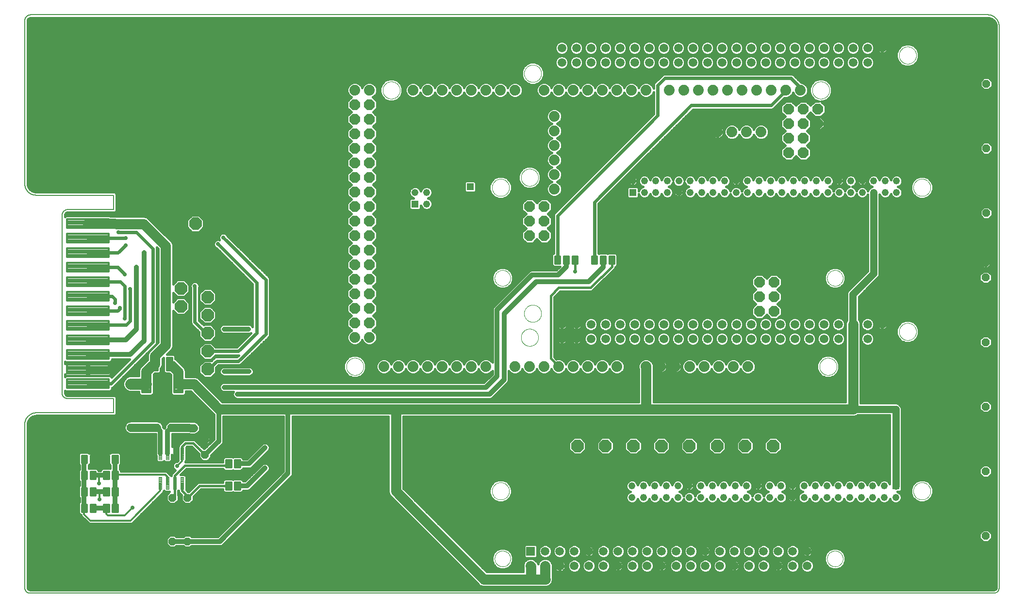
<source format=gtl>
G75*
%MOIN*%
%OFA0B0*%
%FSLAX25Y25*%
%IPPOS*%
%LPD*%
%AMOC8*
5,1,8,0,0,1.08239X$1,22.5*
%
%ADD10C,0.00500*%
%ADD11C,0.01496*%
%ADD12C,0.07400*%
%ADD13OC8,0.07400*%
%ADD14C,0.00000*%
%ADD15R,0.04800X0.04800*%
%ADD16C,0.04800*%
%ADD17R,0.05937X0.05937*%
%ADD18C,0.05937*%
%ADD19C,0.00920*%
%ADD20C,0.00472*%
%ADD21C,0.01417*%
%ADD22OC8,0.05200*%
%ADD23C,0.01000*%
%ADD24C,0.06600*%
%ADD25OC8,0.08500*%
%ADD26C,0.01600*%
%ADD27C,0.03200*%
%ADD28C,0.01200*%
%ADD29C,0.02900*%
%ADD30C,0.02400*%
%ADD31C,0.05600*%
%ADD32C,0.07000*%
%ADD33C,0.04000*%
%ADD34C,0.05000*%
%ADD35C,0.07600*%
D10*
X0064132Y0075333D02*
X0725549Y0075333D01*
X0725673Y0075335D01*
X0725796Y0075341D01*
X0725920Y0075350D01*
X0726042Y0075364D01*
X0726165Y0075381D01*
X0726287Y0075403D01*
X0726408Y0075428D01*
X0726528Y0075457D01*
X0726647Y0075489D01*
X0726766Y0075526D01*
X0726883Y0075566D01*
X0726998Y0075609D01*
X0727113Y0075657D01*
X0727225Y0075708D01*
X0727336Y0075762D01*
X0727446Y0075820D01*
X0727553Y0075881D01*
X0727659Y0075946D01*
X0727762Y0076014D01*
X0727863Y0076085D01*
X0727962Y0076159D01*
X0728059Y0076236D01*
X0728153Y0076317D01*
X0728244Y0076400D01*
X0728333Y0076486D01*
X0728419Y0076575D01*
X0728502Y0076666D01*
X0728583Y0076760D01*
X0728660Y0076857D01*
X0728734Y0076956D01*
X0728805Y0077057D01*
X0728873Y0077160D01*
X0728938Y0077266D01*
X0728999Y0077373D01*
X0729057Y0077483D01*
X0729111Y0077594D01*
X0729162Y0077706D01*
X0729210Y0077821D01*
X0729253Y0077936D01*
X0729293Y0078053D01*
X0729330Y0078172D01*
X0729362Y0078291D01*
X0729391Y0078411D01*
X0729416Y0078532D01*
X0729438Y0078654D01*
X0729455Y0078777D01*
X0729469Y0078899D01*
X0729478Y0079023D01*
X0729484Y0079146D01*
X0729486Y0079270D01*
X0729486Y0465097D01*
X0729484Y0465287D01*
X0729477Y0465477D01*
X0729465Y0465667D01*
X0729449Y0465857D01*
X0729429Y0466046D01*
X0729403Y0466235D01*
X0729374Y0466423D01*
X0729339Y0466610D01*
X0729300Y0466796D01*
X0729257Y0466981D01*
X0729209Y0467166D01*
X0729157Y0467349D01*
X0729101Y0467530D01*
X0729040Y0467710D01*
X0728974Y0467889D01*
X0728905Y0468066D01*
X0728831Y0468242D01*
X0728753Y0468415D01*
X0728670Y0468587D01*
X0728584Y0468756D01*
X0728494Y0468924D01*
X0728399Y0469089D01*
X0728301Y0469252D01*
X0728198Y0469412D01*
X0728092Y0469570D01*
X0727982Y0469725D01*
X0727869Y0469878D01*
X0727751Y0470028D01*
X0727630Y0470174D01*
X0727506Y0470318D01*
X0727378Y0470459D01*
X0727247Y0470597D01*
X0727112Y0470732D01*
X0726974Y0470863D01*
X0726833Y0470991D01*
X0726689Y0471115D01*
X0726543Y0471236D01*
X0726393Y0471354D01*
X0726240Y0471467D01*
X0726085Y0471577D01*
X0725927Y0471683D01*
X0725767Y0471786D01*
X0725604Y0471884D01*
X0725439Y0471979D01*
X0725271Y0472069D01*
X0725102Y0472155D01*
X0724930Y0472238D01*
X0724757Y0472316D01*
X0724581Y0472390D01*
X0724404Y0472459D01*
X0724225Y0472525D01*
X0724045Y0472586D01*
X0723864Y0472642D01*
X0723681Y0472694D01*
X0723496Y0472742D01*
X0723311Y0472785D01*
X0723125Y0472824D01*
X0722938Y0472859D01*
X0722750Y0472888D01*
X0722561Y0472914D01*
X0722372Y0472934D01*
X0722182Y0472950D01*
X0721992Y0472962D01*
X0721802Y0472969D01*
X0721612Y0472971D01*
X0064132Y0472971D01*
X0064008Y0472969D01*
X0063885Y0472963D01*
X0063761Y0472954D01*
X0063639Y0472940D01*
X0063516Y0472923D01*
X0063394Y0472901D01*
X0063273Y0472876D01*
X0063153Y0472847D01*
X0063034Y0472815D01*
X0062915Y0472778D01*
X0062798Y0472738D01*
X0062683Y0472695D01*
X0062568Y0472647D01*
X0062456Y0472596D01*
X0062345Y0472542D01*
X0062235Y0472484D01*
X0062128Y0472423D01*
X0062022Y0472358D01*
X0061919Y0472290D01*
X0061818Y0472219D01*
X0061719Y0472145D01*
X0061622Y0472068D01*
X0061528Y0471987D01*
X0061437Y0471904D01*
X0061348Y0471818D01*
X0061262Y0471729D01*
X0061179Y0471638D01*
X0061098Y0471544D01*
X0061021Y0471447D01*
X0060947Y0471348D01*
X0060876Y0471247D01*
X0060808Y0471144D01*
X0060743Y0471038D01*
X0060682Y0470931D01*
X0060624Y0470821D01*
X0060570Y0470710D01*
X0060519Y0470598D01*
X0060471Y0470483D01*
X0060428Y0470368D01*
X0060388Y0470251D01*
X0060351Y0470132D01*
X0060319Y0470013D01*
X0060290Y0469893D01*
X0060265Y0469772D01*
X0060243Y0469650D01*
X0060226Y0469527D01*
X0060212Y0469405D01*
X0060203Y0469281D01*
X0060197Y0469158D01*
X0060195Y0469034D01*
X0060195Y0356829D01*
X0060197Y0356639D01*
X0060204Y0356449D01*
X0060216Y0356259D01*
X0060232Y0356069D01*
X0060252Y0355880D01*
X0060278Y0355691D01*
X0060307Y0355503D01*
X0060342Y0355316D01*
X0060381Y0355130D01*
X0060424Y0354945D01*
X0060472Y0354760D01*
X0060524Y0354577D01*
X0060580Y0354396D01*
X0060641Y0354216D01*
X0060707Y0354037D01*
X0060776Y0353860D01*
X0060850Y0353684D01*
X0060928Y0353511D01*
X0061011Y0353339D01*
X0061097Y0353170D01*
X0061187Y0353002D01*
X0061282Y0352837D01*
X0061380Y0352674D01*
X0061483Y0352514D01*
X0061589Y0352356D01*
X0061699Y0352201D01*
X0061812Y0352048D01*
X0061930Y0351898D01*
X0062051Y0351752D01*
X0062175Y0351608D01*
X0062303Y0351467D01*
X0062434Y0351329D01*
X0062569Y0351194D01*
X0062707Y0351063D01*
X0062848Y0350935D01*
X0062992Y0350811D01*
X0063138Y0350690D01*
X0063288Y0350572D01*
X0063441Y0350459D01*
X0063596Y0350349D01*
X0063754Y0350243D01*
X0063914Y0350140D01*
X0064077Y0350042D01*
X0064242Y0349947D01*
X0064410Y0349857D01*
X0064579Y0349771D01*
X0064751Y0349688D01*
X0064924Y0349610D01*
X0065100Y0349536D01*
X0065277Y0349467D01*
X0065456Y0349401D01*
X0065636Y0349340D01*
X0065817Y0349284D01*
X0066000Y0349232D01*
X0066185Y0349184D01*
X0066370Y0349141D01*
X0066556Y0349102D01*
X0066743Y0349067D01*
X0066931Y0349038D01*
X0067120Y0349012D01*
X0067309Y0348992D01*
X0067499Y0348976D01*
X0067689Y0348964D01*
X0067879Y0348957D01*
X0068069Y0348955D01*
X0095628Y0348955D01*
X0121219Y0348955D01*
X0121219Y0339113D01*
X0089723Y0339113D01*
X0089599Y0339111D01*
X0089476Y0339105D01*
X0089352Y0339096D01*
X0089230Y0339082D01*
X0089107Y0339065D01*
X0088985Y0339043D01*
X0088864Y0339018D01*
X0088744Y0338989D01*
X0088625Y0338957D01*
X0088506Y0338920D01*
X0088389Y0338880D01*
X0088274Y0338837D01*
X0088159Y0338789D01*
X0088047Y0338738D01*
X0087936Y0338684D01*
X0087826Y0338626D01*
X0087719Y0338565D01*
X0087613Y0338500D01*
X0087510Y0338432D01*
X0087409Y0338361D01*
X0087310Y0338287D01*
X0087213Y0338210D01*
X0087119Y0338129D01*
X0087028Y0338046D01*
X0086939Y0337960D01*
X0086853Y0337871D01*
X0086770Y0337780D01*
X0086689Y0337686D01*
X0086612Y0337589D01*
X0086538Y0337490D01*
X0086467Y0337389D01*
X0086399Y0337286D01*
X0086334Y0337180D01*
X0086273Y0337073D01*
X0086215Y0336963D01*
X0086161Y0336852D01*
X0086110Y0336740D01*
X0086062Y0336625D01*
X0086019Y0336510D01*
X0085979Y0336393D01*
X0085942Y0336274D01*
X0085910Y0336155D01*
X0085881Y0336035D01*
X0085856Y0335914D01*
X0085834Y0335792D01*
X0085817Y0335669D01*
X0085803Y0335547D01*
X0085794Y0335423D01*
X0085788Y0335300D01*
X0085786Y0335176D01*
X0085786Y0213128D01*
X0085788Y0213004D01*
X0085794Y0212881D01*
X0085803Y0212757D01*
X0085817Y0212635D01*
X0085834Y0212512D01*
X0085856Y0212390D01*
X0085881Y0212269D01*
X0085910Y0212149D01*
X0085942Y0212030D01*
X0085979Y0211911D01*
X0086019Y0211794D01*
X0086062Y0211679D01*
X0086110Y0211564D01*
X0086161Y0211452D01*
X0086215Y0211341D01*
X0086273Y0211231D01*
X0086334Y0211124D01*
X0086399Y0211018D01*
X0086467Y0210915D01*
X0086538Y0210814D01*
X0086612Y0210715D01*
X0086689Y0210618D01*
X0086770Y0210524D01*
X0086853Y0210433D01*
X0086939Y0210344D01*
X0087028Y0210258D01*
X0087119Y0210175D01*
X0087213Y0210094D01*
X0087310Y0210017D01*
X0087409Y0209943D01*
X0087510Y0209872D01*
X0087613Y0209804D01*
X0087719Y0209739D01*
X0087826Y0209678D01*
X0087936Y0209620D01*
X0088047Y0209566D01*
X0088159Y0209515D01*
X0088274Y0209467D01*
X0088389Y0209424D01*
X0088506Y0209384D01*
X0088625Y0209347D01*
X0088744Y0209315D01*
X0088864Y0209286D01*
X0088985Y0209261D01*
X0089107Y0209239D01*
X0089230Y0209222D01*
X0089352Y0209208D01*
X0089476Y0209199D01*
X0089599Y0209193D01*
X0089723Y0209191D01*
X0121219Y0209191D01*
X0121219Y0199349D01*
X0095628Y0199349D01*
X0068069Y0199349D01*
X0067879Y0199347D01*
X0067689Y0199340D01*
X0067499Y0199328D01*
X0067309Y0199312D01*
X0067120Y0199292D01*
X0066931Y0199266D01*
X0066743Y0199237D01*
X0066556Y0199202D01*
X0066370Y0199163D01*
X0066185Y0199120D01*
X0066000Y0199072D01*
X0065817Y0199020D01*
X0065636Y0198964D01*
X0065456Y0198903D01*
X0065277Y0198837D01*
X0065100Y0198768D01*
X0064924Y0198694D01*
X0064751Y0198616D01*
X0064579Y0198533D01*
X0064410Y0198447D01*
X0064242Y0198357D01*
X0064077Y0198262D01*
X0063914Y0198164D01*
X0063754Y0198061D01*
X0063596Y0197955D01*
X0063441Y0197845D01*
X0063288Y0197732D01*
X0063138Y0197614D01*
X0062992Y0197493D01*
X0062848Y0197369D01*
X0062707Y0197241D01*
X0062569Y0197110D01*
X0062434Y0196975D01*
X0062303Y0196837D01*
X0062175Y0196696D01*
X0062051Y0196552D01*
X0061930Y0196406D01*
X0061812Y0196256D01*
X0061699Y0196103D01*
X0061589Y0195948D01*
X0061483Y0195790D01*
X0061380Y0195630D01*
X0061282Y0195467D01*
X0061187Y0195302D01*
X0061097Y0195134D01*
X0061011Y0194965D01*
X0060928Y0194793D01*
X0060850Y0194620D01*
X0060776Y0194444D01*
X0060707Y0194267D01*
X0060641Y0194088D01*
X0060580Y0193908D01*
X0060524Y0193727D01*
X0060472Y0193544D01*
X0060424Y0193359D01*
X0060381Y0193174D01*
X0060342Y0192988D01*
X0060307Y0192801D01*
X0060278Y0192613D01*
X0060252Y0192424D01*
X0060232Y0192235D01*
X0060216Y0192045D01*
X0060204Y0191855D01*
X0060197Y0191665D01*
X0060195Y0191475D01*
X0060195Y0079270D01*
X0060197Y0079146D01*
X0060203Y0079023D01*
X0060212Y0078899D01*
X0060226Y0078777D01*
X0060243Y0078654D01*
X0060265Y0078532D01*
X0060290Y0078411D01*
X0060319Y0078291D01*
X0060351Y0078172D01*
X0060388Y0078053D01*
X0060428Y0077936D01*
X0060471Y0077821D01*
X0060519Y0077706D01*
X0060570Y0077594D01*
X0060624Y0077483D01*
X0060682Y0077373D01*
X0060743Y0077266D01*
X0060808Y0077160D01*
X0060876Y0077057D01*
X0060947Y0076956D01*
X0061021Y0076857D01*
X0061098Y0076760D01*
X0061179Y0076666D01*
X0061262Y0076575D01*
X0061348Y0076486D01*
X0061437Y0076400D01*
X0061528Y0076317D01*
X0061622Y0076236D01*
X0061719Y0076159D01*
X0061818Y0076085D01*
X0061919Y0076014D01*
X0062022Y0075946D01*
X0062128Y0075881D01*
X0062235Y0075820D01*
X0062345Y0075762D01*
X0062456Y0075708D01*
X0062568Y0075657D01*
X0062683Y0075609D01*
X0062798Y0075566D01*
X0062915Y0075526D01*
X0063034Y0075489D01*
X0063153Y0075457D01*
X0063273Y0075428D01*
X0063394Y0075403D01*
X0063516Y0075381D01*
X0063639Y0075364D01*
X0063761Y0075350D01*
X0063885Y0075341D01*
X0064008Y0075335D01*
X0064132Y0075333D01*
D11*
X0089250Y0216357D02*
X0117754Y0216357D01*
X0089250Y0216357D02*
X0089250Y0222341D01*
X0117754Y0222341D01*
X0117754Y0216357D01*
X0117754Y0217852D02*
X0089250Y0217852D01*
X0089250Y0219347D02*
X0117754Y0219347D01*
X0117754Y0220842D02*
X0089250Y0220842D01*
X0089250Y0222337D02*
X0117754Y0222337D01*
X0117754Y0226357D02*
X0089250Y0226357D01*
X0089250Y0232341D01*
X0117754Y0232341D01*
X0117754Y0226357D01*
X0117754Y0227852D02*
X0089250Y0227852D01*
X0089250Y0229347D02*
X0117754Y0229347D01*
X0117754Y0230842D02*
X0089250Y0230842D01*
X0089250Y0232337D02*
X0117754Y0232337D01*
X0117754Y0236357D02*
X0089250Y0236357D01*
X0089250Y0242341D01*
X0117754Y0242341D01*
X0117754Y0236357D01*
X0117754Y0237852D02*
X0089250Y0237852D01*
X0089250Y0239347D02*
X0117754Y0239347D01*
X0117754Y0240842D02*
X0089250Y0240842D01*
X0089250Y0242337D02*
X0117754Y0242337D01*
X0117754Y0246357D02*
X0089250Y0246357D01*
X0089250Y0252341D01*
X0117754Y0252341D01*
X0117754Y0246357D01*
X0117754Y0247852D02*
X0089250Y0247852D01*
X0089250Y0249347D02*
X0117754Y0249347D01*
X0117754Y0250842D02*
X0089250Y0250842D01*
X0089250Y0252337D02*
X0117754Y0252337D01*
X0117754Y0256357D02*
X0089250Y0256357D01*
X0089250Y0262341D01*
X0117754Y0262341D01*
X0117754Y0256357D01*
X0117754Y0257852D02*
X0089250Y0257852D01*
X0089250Y0259347D02*
X0117754Y0259347D01*
X0117754Y0260842D02*
X0089250Y0260842D01*
X0089250Y0262337D02*
X0117754Y0262337D01*
X0117754Y0266357D02*
X0089250Y0266357D01*
X0089250Y0272341D01*
X0117754Y0272341D01*
X0117754Y0266357D01*
X0117754Y0267852D02*
X0089250Y0267852D01*
X0089250Y0269347D02*
X0117754Y0269347D01*
X0117754Y0270842D02*
X0089250Y0270842D01*
X0089250Y0272337D02*
X0117754Y0272337D01*
X0117754Y0276357D02*
X0089250Y0276357D01*
X0089250Y0282341D01*
X0117754Y0282341D01*
X0117754Y0276357D01*
X0117754Y0277852D02*
X0089250Y0277852D01*
X0089250Y0279347D02*
X0117754Y0279347D01*
X0117754Y0280842D02*
X0089250Y0280842D01*
X0089250Y0282337D02*
X0117754Y0282337D01*
X0117754Y0286357D02*
X0089250Y0286357D01*
X0089250Y0292341D01*
X0117754Y0292341D01*
X0117754Y0286357D01*
X0117754Y0287852D02*
X0089250Y0287852D01*
X0089250Y0289347D02*
X0117754Y0289347D01*
X0117754Y0290842D02*
X0089250Y0290842D01*
X0089250Y0292337D02*
X0117754Y0292337D01*
X0117754Y0296357D02*
X0089250Y0296357D01*
X0089250Y0302341D01*
X0117754Y0302341D01*
X0117754Y0296357D01*
X0117754Y0297852D02*
X0089250Y0297852D01*
X0089250Y0299347D02*
X0117754Y0299347D01*
X0117754Y0300842D02*
X0089250Y0300842D01*
X0089250Y0302337D02*
X0117754Y0302337D01*
X0117754Y0306357D02*
X0089250Y0306357D01*
X0089250Y0312341D01*
X0117754Y0312341D01*
X0117754Y0306357D01*
X0117754Y0307852D02*
X0089250Y0307852D01*
X0089250Y0309347D02*
X0117754Y0309347D01*
X0117754Y0310842D02*
X0089250Y0310842D01*
X0089250Y0312337D02*
X0117754Y0312337D01*
X0117754Y0316357D02*
X0089250Y0316357D01*
X0089250Y0322341D01*
X0117754Y0322341D01*
X0117754Y0316357D01*
X0117754Y0317852D02*
X0089250Y0317852D01*
X0089250Y0319347D02*
X0117754Y0319347D01*
X0117754Y0320842D02*
X0089250Y0320842D01*
X0089250Y0322337D02*
X0117754Y0322337D01*
X0117754Y0326357D02*
X0089250Y0326357D01*
X0089250Y0332341D01*
X0117754Y0332341D01*
X0117754Y0326357D01*
X0117754Y0327852D02*
X0089250Y0327852D01*
X0089250Y0329347D02*
X0117754Y0329347D01*
X0117754Y0330842D02*
X0089250Y0330842D01*
X0089250Y0332337D02*
X0117754Y0332337D01*
D12*
X0286972Y0251133D03*
X0296972Y0251133D03*
X0306972Y0231133D03*
X0316972Y0231133D03*
X0326972Y0231133D03*
X0336972Y0231133D03*
X0346972Y0231133D03*
X0356972Y0231133D03*
X0366972Y0231133D03*
X0376972Y0231133D03*
X0396972Y0231133D03*
X0406972Y0231133D03*
X0416972Y0231133D03*
X0426972Y0231133D03*
X0436972Y0231133D03*
X0446972Y0231133D03*
X0456972Y0231133D03*
X0466972Y0231133D03*
X0486972Y0231133D03*
X0496972Y0231133D03*
X0506972Y0231133D03*
X0516972Y0231133D03*
X0526972Y0231133D03*
X0536972Y0231133D03*
X0546972Y0231133D03*
X0556972Y0231133D03*
X0423972Y0353133D03*
X0423972Y0363133D03*
X0423972Y0373133D03*
X0423972Y0383133D03*
X0423972Y0393133D03*
X0423972Y0403133D03*
X0426972Y0421133D03*
X0416972Y0421133D03*
X0436972Y0421133D03*
X0446972Y0421133D03*
X0456972Y0421133D03*
X0466972Y0421133D03*
X0476972Y0421133D03*
X0486972Y0421133D03*
X0502972Y0421133D03*
X0512972Y0421133D03*
X0522972Y0421133D03*
X0532972Y0421133D03*
X0542972Y0421133D03*
X0552972Y0421133D03*
X0562972Y0421133D03*
X0572972Y0421133D03*
X0582972Y0421133D03*
X0592972Y0421133D03*
X0565972Y0392333D03*
X0555972Y0392333D03*
X0545972Y0392333D03*
X0535972Y0392333D03*
X0396972Y0421133D03*
X0386972Y0421133D03*
X0376972Y0421133D03*
X0366972Y0421133D03*
X0356972Y0421133D03*
X0346972Y0421133D03*
X0336972Y0421133D03*
X0326972Y0421133D03*
X0296972Y0421133D03*
X0286972Y0421133D03*
D13*
X0286972Y0411133D03*
X0296972Y0411133D03*
X0296972Y0401133D03*
X0286972Y0401133D03*
X0286972Y0391133D03*
X0296972Y0391133D03*
X0296972Y0381133D03*
X0286972Y0381133D03*
X0286972Y0371133D03*
X0296972Y0371133D03*
X0296972Y0361133D03*
X0286972Y0361133D03*
X0286972Y0351133D03*
X0296972Y0351133D03*
X0296972Y0341133D03*
X0286972Y0341133D03*
X0286972Y0331133D03*
X0296972Y0331133D03*
X0296972Y0321133D03*
X0286972Y0321133D03*
X0286972Y0311133D03*
X0296972Y0311133D03*
X0296972Y0301133D03*
X0286972Y0301133D03*
X0286972Y0291133D03*
X0296972Y0291133D03*
X0296972Y0281133D03*
X0286972Y0281133D03*
X0286972Y0271133D03*
X0296972Y0271133D03*
X0296972Y0261133D03*
X0286972Y0261133D03*
X0406972Y0321133D03*
X0406972Y0331133D03*
X0406972Y0341133D03*
X0416972Y0341133D03*
X0416972Y0331133D03*
X0416972Y0321133D03*
X0564772Y0289133D03*
X0574772Y0289133D03*
X0574772Y0279133D03*
X0564772Y0279133D03*
X0564772Y0269133D03*
X0574772Y0269133D03*
X0584972Y0378133D03*
X0594972Y0378133D03*
X0594972Y0388133D03*
X0584972Y0388133D03*
X0584972Y0398133D03*
X0594972Y0398133D03*
X0594972Y0408133D03*
X0584972Y0408133D03*
X0604972Y0408133D03*
X0604972Y0398133D03*
D14*
X0601066Y0421133D02*
X0601068Y0421286D01*
X0601074Y0421440D01*
X0601084Y0421593D01*
X0601098Y0421745D01*
X0601116Y0421898D01*
X0601138Y0422049D01*
X0601163Y0422200D01*
X0601193Y0422351D01*
X0601227Y0422501D01*
X0601264Y0422649D01*
X0601305Y0422797D01*
X0601350Y0422943D01*
X0601399Y0423089D01*
X0601452Y0423233D01*
X0601508Y0423375D01*
X0601568Y0423516D01*
X0601632Y0423656D01*
X0601699Y0423794D01*
X0601770Y0423930D01*
X0601845Y0424064D01*
X0601922Y0424196D01*
X0602004Y0424326D01*
X0602088Y0424454D01*
X0602176Y0424580D01*
X0602267Y0424703D01*
X0602361Y0424824D01*
X0602459Y0424942D01*
X0602559Y0425058D01*
X0602663Y0425171D01*
X0602769Y0425282D01*
X0602878Y0425390D01*
X0602990Y0425495D01*
X0603104Y0425596D01*
X0603222Y0425695D01*
X0603341Y0425791D01*
X0603463Y0425884D01*
X0603588Y0425973D01*
X0603715Y0426060D01*
X0603844Y0426142D01*
X0603975Y0426222D01*
X0604108Y0426298D01*
X0604243Y0426371D01*
X0604380Y0426440D01*
X0604519Y0426505D01*
X0604659Y0426567D01*
X0604801Y0426625D01*
X0604944Y0426680D01*
X0605089Y0426731D01*
X0605235Y0426778D01*
X0605382Y0426821D01*
X0605530Y0426860D01*
X0605679Y0426896D01*
X0605829Y0426927D01*
X0605980Y0426955D01*
X0606131Y0426979D01*
X0606284Y0426999D01*
X0606436Y0427015D01*
X0606589Y0427027D01*
X0606742Y0427035D01*
X0606895Y0427039D01*
X0607049Y0427039D01*
X0607202Y0427035D01*
X0607355Y0427027D01*
X0607508Y0427015D01*
X0607660Y0426999D01*
X0607813Y0426979D01*
X0607964Y0426955D01*
X0608115Y0426927D01*
X0608265Y0426896D01*
X0608414Y0426860D01*
X0608562Y0426821D01*
X0608709Y0426778D01*
X0608855Y0426731D01*
X0609000Y0426680D01*
X0609143Y0426625D01*
X0609285Y0426567D01*
X0609425Y0426505D01*
X0609564Y0426440D01*
X0609701Y0426371D01*
X0609836Y0426298D01*
X0609969Y0426222D01*
X0610100Y0426142D01*
X0610229Y0426060D01*
X0610356Y0425973D01*
X0610481Y0425884D01*
X0610603Y0425791D01*
X0610722Y0425695D01*
X0610840Y0425596D01*
X0610954Y0425495D01*
X0611066Y0425390D01*
X0611175Y0425282D01*
X0611281Y0425171D01*
X0611385Y0425058D01*
X0611485Y0424942D01*
X0611583Y0424824D01*
X0611677Y0424703D01*
X0611768Y0424580D01*
X0611856Y0424454D01*
X0611940Y0424326D01*
X0612022Y0424196D01*
X0612099Y0424064D01*
X0612174Y0423930D01*
X0612245Y0423794D01*
X0612312Y0423656D01*
X0612376Y0423516D01*
X0612436Y0423375D01*
X0612492Y0423233D01*
X0612545Y0423089D01*
X0612594Y0422943D01*
X0612639Y0422797D01*
X0612680Y0422649D01*
X0612717Y0422501D01*
X0612751Y0422351D01*
X0612781Y0422200D01*
X0612806Y0422049D01*
X0612828Y0421898D01*
X0612846Y0421745D01*
X0612860Y0421593D01*
X0612870Y0421440D01*
X0612876Y0421286D01*
X0612878Y0421133D01*
X0612876Y0420980D01*
X0612870Y0420826D01*
X0612860Y0420673D01*
X0612846Y0420521D01*
X0612828Y0420368D01*
X0612806Y0420217D01*
X0612781Y0420066D01*
X0612751Y0419915D01*
X0612717Y0419765D01*
X0612680Y0419617D01*
X0612639Y0419469D01*
X0612594Y0419323D01*
X0612545Y0419177D01*
X0612492Y0419033D01*
X0612436Y0418891D01*
X0612376Y0418750D01*
X0612312Y0418610D01*
X0612245Y0418472D01*
X0612174Y0418336D01*
X0612099Y0418202D01*
X0612022Y0418070D01*
X0611940Y0417940D01*
X0611856Y0417812D01*
X0611768Y0417686D01*
X0611677Y0417563D01*
X0611583Y0417442D01*
X0611485Y0417324D01*
X0611385Y0417208D01*
X0611281Y0417095D01*
X0611175Y0416984D01*
X0611066Y0416876D01*
X0610954Y0416771D01*
X0610840Y0416670D01*
X0610722Y0416571D01*
X0610603Y0416475D01*
X0610481Y0416382D01*
X0610356Y0416293D01*
X0610229Y0416206D01*
X0610100Y0416124D01*
X0609969Y0416044D01*
X0609836Y0415968D01*
X0609701Y0415895D01*
X0609564Y0415826D01*
X0609425Y0415761D01*
X0609285Y0415699D01*
X0609143Y0415641D01*
X0609000Y0415586D01*
X0608855Y0415535D01*
X0608709Y0415488D01*
X0608562Y0415445D01*
X0608414Y0415406D01*
X0608265Y0415370D01*
X0608115Y0415339D01*
X0607964Y0415311D01*
X0607813Y0415287D01*
X0607660Y0415267D01*
X0607508Y0415251D01*
X0607355Y0415239D01*
X0607202Y0415231D01*
X0607049Y0415227D01*
X0606895Y0415227D01*
X0606742Y0415231D01*
X0606589Y0415239D01*
X0606436Y0415251D01*
X0606284Y0415267D01*
X0606131Y0415287D01*
X0605980Y0415311D01*
X0605829Y0415339D01*
X0605679Y0415370D01*
X0605530Y0415406D01*
X0605382Y0415445D01*
X0605235Y0415488D01*
X0605089Y0415535D01*
X0604944Y0415586D01*
X0604801Y0415641D01*
X0604659Y0415699D01*
X0604519Y0415761D01*
X0604380Y0415826D01*
X0604243Y0415895D01*
X0604108Y0415968D01*
X0603975Y0416044D01*
X0603844Y0416124D01*
X0603715Y0416206D01*
X0603588Y0416293D01*
X0603463Y0416382D01*
X0603341Y0416475D01*
X0603222Y0416571D01*
X0603104Y0416670D01*
X0602990Y0416771D01*
X0602878Y0416876D01*
X0602769Y0416984D01*
X0602663Y0417095D01*
X0602559Y0417208D01*
X0602459Y0417324D01*
X0602361Y0417442D01*
X0602267Y0417563D01*
X0602176Y0417686D01*
X0602088Y0417812D01*
X0602004Y0417940D01*
X0601922Y0418070D01*
X0601845Y0418202D01*
X0601770Y0418336D01*
X0601699Y0418472D01*
X0601632Y0418610D01*
X0601568Y0418750D01*
X0601508Y0418891D01*
X0601452Y0419033D01*
X0601399Y0419177D01*
X0601350Y0419323D01*
X0601305Y0419469D01*
X0601264Y0419617D01*
X0601227Y0419765D01*
X0601193Y0419915D01*
X0601163Y0420066D01*
X0601138Y0420217D01*
X0601116Y0420368D01*
X0601098Y0420521D01*
X0601084Y0420673D01*
X0601074Y0420826D01*
X0601068Y0420980D01*
X0601066Y0421133D01*
X0660700Y0445129D02*
X0660702Y0445282D01*
X0660708Y0445436D01*
X0660718Y0445589D01*
X0660732Y0445741D01*
X0660750Y0445894D01*
X0660772Y0446045D01*
X0660797Y0446196D01*
X0660827Y0446347D01*
X0660861Y0446497D01*
X0660898Y0446645D01*
X0660939Y0446793D01*
X0660984Y0446939D01*
X0661033Y0447085D01*
X0661086Y0447229D01*
X0661142Y0447371D01*
X0661202Y0447512D01*
X0661266Y0447652D01*
X0661333Y0447790D01*
X0661404Y0447926D01*
X0661479Y0448060D01*
X0661556Y0448192D01*
X0661638Y0448322D01*
X0661722Y0448450D01*
X0661810Y0448576D01*
X0661901Y0448699D01*
X0661995Y0448820D01*
X0662093Y0448938D01*
X0662193Y0449054D01*
X0662297Y0449167D01*
X0662403Y0449278D01*
X0662512Y0449386D01*
X0662624Y0449491D01*
X0662738Y0449592D01*
X0662856Y0449691D01*
X0662975Y0449787D01*
X0663097Y0449880D01*
X0663222Y0449969D01*
X0663349Y0450056D01*
X0663478Y0450138D01*
X0663609Y0450218D01*
X0663742Y0450294D01*
X0663877Y0450367D01*
X0664014Y0450436D01*
X0664153Y0450501D01*
X0664293Y0450563D01*
X0664435Y0450621D01*
X0664578Y0450676D01*
X0664723Y0450727D01*
X0664869Y0450774D01*
X0665016Y0450817D01*
X0665164Y0450856D01*
X0665313Y0450892D01*
X0665463Y0450923D01*
X0665614Y0450951D01*
X0665765Y0450975D01*
X0665918Y0450995D01*
X0666070Y0451011D01*
X0666223Y0451023D01*
X0666376Y0451031D01*
X0666529Y0451035D01*
X0666683Y0451035D01*
X0666836Y0451031D01*
X0666989Y0451023D01*
X0667142Y0451011D01*
X0667294Y0450995D01*
X0667447Y0450975D01*
X0667598Y0450951D01*
X0667749Y0450923D01*
X0667899Y0450892D01*
X0668048Y0450856D01*
X0668196Y0450817D01*
X0668343Y0450774D01*
X0668489Y0450727D01*
X0668634Y0450676D01*
X0668777Y0450621D01*
X0668919Y0450563D01*
X0669059Y0450501D01*
X0669198Y0450436D01*
X0669335Y0450367D01*
X0669470Y0450294D01*
X0669603Y0450218D01*
X0669734Y0450138D01*
X0669863Y0450056D01*
X0669990Y0449969D01*
X0670115Y0449880D01*
X0670237Y0449787D01*
X0670356Y0449691D01*
X0670474Y0449592D01*
X0670588Y0449491D01*
X0670700Y0449386D01*
X0670809Y0449278D01*
X0670915Y0449167D01*
X0671019Y0449054D01*
X0671119Y0448938D01*
X0671217Y0448820D01*
X0671311Y0448699D01*
X0671402Y0448576D01*
X0671490Y0448450D01*
X0671574Y0448322D01*
X0671656Y0448192D01*
X0671733Y0448060D01*
X0671808Y0447926D01*
X0671879Y0447790D01*
X0671946Y0447652D01*
X0672010Y0447512D01*
X0672070Y0447371D01*
X0672126Y0447229D01*
X0672179Y0447085D01*
X0672228Y0446939D01*
X0672273Y0446793D01*
X0672314Y0446645D01*
X0672351Y0446497D01*
X0672385Y0446347D01*
X0672415Y0446196D01*
X0672440Y0446045D01*
X0672462Y0445894D01*
X0672480Y0445741D01*
X0672494Y0445589D01*
X0672504Y0445436D01*
X0672510Y0445282D01*
X0672512Y0445129D01*
X0672510Y0444976D01*
X0672504Y0444822D01*
X0672494Y0444669D01*
X0672480Y0444517D01*
X0672462Y0444364D01*
X0672440Y0444213D01*
X0672415Y0444062D01*
X0672385Y0443911D01*
X0672351Y0443761D01*
X0672314Y0443613D01*
X0672273Y0443465D01*
X0672228Y0443319D01*
X0672179Y0443173D01*
X0672126Y0443029D01*
X0672070Y0442887D01*
X0672010Y0442746D01*
X0671946Y0442606D01*
X0671879Y0442468D01*
X0671808Y0442332D01*
X0671733Y0442198D01*
X0671656Y0442066D01*
X0671574Y0441936D01*
X0671490Y0441808D01*
X0671402Y0441682D01*
X0671311Y0441559D01*
X0671217Y0441438D01*
X0671119Y0441320D01*
X0671019Y0441204D01*
X0670915Y0441091D01*
X0670809Y0440980D01*
X0670700Y0440872D01*
X0670588Y0440767D01*
X0670474Y0440666D01*
X0670356Y0440567D01*
X0670237Y0440471D01*
X0670115Y0440378D01*
X0669990Y0440289D01*
X0669863Y0440202D01*
X0669734Y0440120D01*
X0669603Y0440040D01*
X0669470Y0439964D01*
X0669335Y0439891D01*
X0669198Y0439822D01*
X0669059Y0439757D01*
X0668919Y0439695D01*
X0668777Y0439637D01*
X0668634Y0439582D01*
X0668489Y0439531D01*
X0668343Y0439484D01*
X0668196Y0439441D01*
X0668048Y0439402D01*
X0667899Y0439366D01*
X0667749Y0439335D01*
X0667598Y0439307D01*
X0667447Y0439283D01*
X0667294Y0439263D01*
X0667142Y0439247D01*
X0666989Y0439235D01*
X0666836Y0439227D01*
X0666683Y0439223D01*
X0666529Y0439223D01*
X0666376Y0439227D01*
X0666223Y0439235D01*
X0666070Y0439247D01*
X0665918Y0439263D01*
X0665765Y0439283D01*
X0665614Y0439307D01*
X0665463Y0439335D01*
X0665313Y0439366D01*
X0665164Y0439402D01*
X0665016Y0439441D01*
X0664869Y0439484D01*
X0664723Y0439531D01*
X0664578Y0439582D01*
X0664435Y0439637D01*
X0664293Y0439695D01*
X0664153Y0439757D01*
X0664014Y0439822D01*
X0663877Y0439891D01*
X0663742Y0439964D01*
X0663609Y0440040D01*
X0663478Y0440120D01*
X0663349Y0440202D01*
X0663222Y0440289D01*
X0663097Y0440378D01*
X0662975Y0440471D01*
X0662856Y0440567D01*
X0662738Y0440666D01*
X0662624Y0440767D01*
X0662512Y0440872D01*
X0662403Y0440980D01*
X0662297Y0441091D01*
X0662193Y0441204D01*
X0662093Y0441320D01*
X0661995Y0441438D01*
X0661901Y0441559D01*
X0661810Y0441682D01*
X0661722Y0441808D01*
X0661638Y0441936D01*
X0661556Y0442066D01*
X0661479Y0442198D01*
X0661404Y0442332D01*
X0661333Y0442468D01*
X0661266Y0442606D01*
X0661202Y0442746D01*
X0661142Y0442887D01*
X0661086Y0443029D01*
X0661033Y0443173D01*
X0660984Y0443319D01*
X0660939Y0443465D01*
X0660898Y0443613D01*
X0660861Y0443761D01*
X0660827Y0443911D01*
X0660797Y0444062D01*
X0660772Y0444213D01*
X0660750Y0444364D01*
X0660732Y0444517D01*
X0660718Y0444669D01*
X0660708Y0444822D01*
X0660702Y0444976D01*
X0660700Y0445129D01*
X0670508Y0354212D02*
X0670510Y0354365D01*
X0670516Y0354519D01*
X0670526Y0354672D01*
X0670540Y0354824D01*
X0670558Y0354977D01*
X0670580Y0355128D01*
X0670605Y0355279D01*
X0670635Y0355430D01*
X0670669Y0355580D01*
X0670706Y0355728D01*
X0670747Y0355876D01*
X0670792Y0356022D01*
X0670841Y0356168D01*
X0670894Y0356312D01*
X0670950Y0356454D01*
X0671010Y0356595D01*
X0671074Y0356735D01*
X0671141Y0356873D01*
X0671212Y0357009D01*
X0671287Y0357143D01*
X0671364Y0357275D01*
X0671446Y0357405D01*
X0671530Y0357533D01*
X0671618Y0357659D01*
X0671709Y0357782D01*
X0671803Y0357903D01*
X0671901Y0358021D01*
X0672001Y0358137D01*
X0672105Y0358250D01*
X0672211Y0358361D01*
X0672320Y0358469D01*
X0672432Y0358574D01*
X0672546Y0358675D01*
X0672664Y0358774D01*
X0672783Y0358870D01*
X0672905Y0358963D01*
X0673030Y0359052D01*
X0673157Y0359139D01*
X0673286Y0359221D01*
X0673417Y0359301D01*
X0673550Y0359377D01*
X0673685Y0359450D01*
X0673822Y0359519D01*
X0673961Y0359584D01*
X0674101Y0359646D01*
X0674243Y0359704D01*
X0674386Y0359759D01*
X0674531Y0359810D01*
X0674677Y0359857D01*
X0674824Y0359900D01*
X0674972Y0359939D01*
X0675121Y0359975D01*
X0675271Y0360006D01*
X0675422Y0360034D01*
X0675573Y0360058D01*
X0675726Y0360078D01*
X0675878Y0360094D01*
X0676031Y0360106D01*
X0676184Y0360114D01*
X0676337Y0360118D01*
X0676491Y0360118D01*
X0676644Y0360114D01*
X0676797Y0360106D01*
X0676950Y0360094D01*
X0677102Y0360078D01*
X0677255Y0360058D01*
X0677406Y0360034D01*
X0677557Y0360006D01*
X0677707Y0359975D01*
X0677856Y0359939D01*
X0678004Y0359900D01*
X0678151Y0359857D01*
X0678297Y0359810D01*
X0678442Y0359759D01*
X0678585Y0359704D01*
X0678727Y0359646D01*
X0678867Y0359584D01*
X0679006Y0359519D01*
X0679143Y0359450D01*
X0679278Y0359377D01*
X0679411Y0359301D01*
X0679542Y0359221D01*
X0679671Y0359139D01*
X0679798Y0359052D01*
X0679923Y0358963D01*
X0680045Y0358870D01*
X0680164Y0358774D01*
X0680282Y0358675D01*
X0680396Y0358574D01*
X0680508Y0358469D01*
X0680617Y0358361D01*
X0680723Y0358250D01*
X0680827Y0358137D01*
X0680927Y0358021D01*
X0681025Y0357903D01*
X0681119Y0357782D01*
X0681210Y0357659D01*
X0681298Y0357533D01*
X0681382Y0357405D01*
X0681464Y0357275D01*
X0681541Y0357143D01*
X0681616Y0357009D01*
X0681687Y0356873D01*
X0681754Y0356735D01*
X0681818Y0356595D01*
X0681878Y0356454D01*
X0681934Y0356312D01*
X0681987Y0356168D01*
X0682036Y0356022D01*
X0682081Y0355876D01*
X0682122Y0355728D01*
X0682159Y0355580D01*
X0682193Y0355430D01*
X0682223Y0355279D01*
X0682248Y0355128D01*
X0682270Y0354977D01*
X0682288Y0354824D01*
X0682302Y0354672D01*
X0682312Y0354519D01*
X0682318Y0354365D01*
X0682320Y0354212D01*
X0682318Y0354059D01*
X0682312Y0353905D01*
X0682302Y0353752D01*
X0682288Y0353600D01*
X0682270Y0353447D01*
X0682248Y0353296D01*
X0682223Y0353145D01*
X0682193Y0352994D01*
X0682159Y0352844D01*
X0682122Y0352696D01*
X0682081Y0352548D01*
X0682036Y0352402D01*
X0681987Y0352256D01*
X0681934Y0352112D01*
X0681878Y0351970D01*
X0681818Y0351829D01*
X0681754Y0351689D01*
X0681687Y0351551D01*
X0681616Y0351415D01*
X0681541Y0351281D01*
X0681464Y0351149D01*
X0681382Y0351019D01*
X0681298Y0350891D01*
X0681210Y0350765D01*
X0681119Y0350642D01*
X0681025Y0350521D01*
X0680927Y0350403D01*
X0680827Y0350287D01*
X0680723Y0350174D01*
X0680617Y0350063D01*
X0680508Y0349955D01*
X0680396Y0349850D01*
X0680282Y0349749D01*
X0680164Y0349650D01*
X0680045Y0349554D01*
X0679923Y0349461D01*
X0679798Y0349372D01*
X0679671Y0349285D01*
X0679542Y0349203D01*
X0679411Y0349123D01*
X0679278Y0349047D01*
X0679143Y0348974D01*
X0679006Y0348905D01*
X0678867Y0348840D01*
X0678727Y0348778D01*
X0678585Y0348720D01*
X0678442Y0348665D01*
X0678297Y0348614D01*
X0678151Y0348567D01*
X0678004Y0348524D01*
X0677856Y0348485D01*
X0677707Y0348449D01*
X0677557Y0348418D01*
X0677406Y0348390D01*
X0677255Y0348366D01*
X0677102Y0348346D01*
X0676950Y0348330D01*
X0676797Y0348318D01*
X0676644Y0348310D01*
X0676491Y0348306D01*
X0676337Y0348306D01*
X0676184Y0348310D01*
X0676031Y0348318D01*
X0675878Y0348330D01*
X0675726Y0348346D01*
X0675573Y0348366D01*
X0675422Y0348390D01*
X0675271Y0348418D01*
X0675121Y0348449D01*
X0674972Y0348485D01*
X0674824Y0348524D01*
X0674677Y0348567D01*
X0674531Y0348614D01*
X0674386Y0348665D01*
X0674243Y0348720D01*
X0674101Y0348778D01*
X0673961Y0348840D01*
X0673822Y0348905D01*
X0673685Y0348974D01*
X0673550Y0349047D01*
X0673417Y0349123D01*
X0673286Y0349203D01*
X0673157Y0349285D01*
X0673030Y0349372D01*
X0672905Y0349461D01*
X0672783Y0349554D01*
X0672664Y0349650D01*
X0672546Y0349749D01*
X0672432Y0349850D01*
X0672320Y0349955D01*
X0672211Y0350063D01*
X0672105Y0350174D01*
X0672001Y0350287D01*
X0671901Y0350403D01*
X0671803Y0350521D01*
X0671709Y0350642D01*
X0671618Y0350765D01*
X0671530Y0350891D01*
X0671446Y0351019D01*
X0671364Y0351149D01*
X0671287Y0351281D01*
X0671212Y0351415D01*
X0671141Y0351551D01*
X0671074Y0351689D01*
X0671010Y0351829D01*
X0670950Y0351970D01*
X0670894Y0352112D01*
X0670841Y0352256D01*
X0670792Y0352402D01*
X0670747Y0352548D01*
X0670706Y0352696D01*
X0670669Y0352844D01*
X0670635Y0352994D01*
X0670605Y0353145D01*
X0670580Y0353296D01*
X0670558Y0353447D01*
X0670540Y0353600D01*
X0670526Y0353752D01*
X0670516Y0353905D01*
X0670510Y0354059D01*
X0670508Y0354212D01*
X0611308Y0291954D02*
X0611310Y0292101D01*
X0611316Y0292247D01*
X0611326Y0292393D01*
X0611340Y0292539D01*
X0611358Y0292685D01*
X0611379Y0292830D01*
X0611405Y0292974D01*
X0611435Y0293118D01*
X0611468Y0293260D01*
X0611505Y0293402D01*
X0611546Y0293543D01*
X0611591Y0293682D01*
X0611640Y0293821D01*
X0611692Y0293958D01*
X0611749Y0294093D01*
X0611808Y0294227D01*
X0611872Y0294359D01*
X0611939Y0294489D01*
X0612009Y0294618D01*
X0612083Y0294745D01*
X0612160Y0294869D01*
X0612241Y0294992D01*
X0612325Y0295112D01*
X0612412Y0295230D01*
X0612502Y0295345D01*
X0612595Y0295458D01*
X0612692Y0295569D01*
X0612791Y0295677D01*
X0612893Y0295782D01*
X0612998Y0295884D01*
X0613106Y0295983D01*
X0613217Y0296080D01*
X0613330Y0296173D01*
X0613445Y0296263D01*
X0613563Y0296350D01*
X0613683Y0296434D01*
X0613806Y0296515D01*
X0613930Y0296592D01*
X0614057Y0296666D01*
X0614186Y0296736D01*
X0614316Y0296803D01*
X0614448Y0296867D01*
X0614582Y0296926D01*
X0614717Y0296983D01*
X0614854Y0297035D01*
X0614993Y0297084D01*
X0615132Y0297129D01*
X0615273Y0297170D01*
X0615415Y0297207D01*
X0615557Y0297240D01*
X0615701Y0297270D01*
X0615845Y0297296D01*
X0615990Y0297317D01*
X0616136Y0297335D01*
X0616282Y0297349D01*
X0616428Y0297359D01*
X0616574Y0297365D01*
X0616721Y0297367D01*
X0616868Y0297365D01*
X0617014Y0297359D01*
X0617160Y0297349D01*
X0617306Y0297335D01*
X0617452Y0297317D01*
X0617597Y0297296D01*
X0617741Y0297270D01*
X0617885Y0297240D01*
X0618027Y0297207D01*
X0618169Y0297170D01*
X0618310Y0297129D01*
X0618449Y0297084D01*
X0618588Y0297035D01*
X0618725Y0296983D01*
X0618860Y0296926D01*
X0618994Y0296867D01*
X0619126Y0296803D01*
X0619256Y0296736D01*
X0619385Y0296666D01*
X0619512Y0296592D01*
X0619636Y0296515D01*
X0619759Y0296434D01*
X0619879Y0296350D01*
X0619997Y0296263D01*
X0620112Y0296173D01*
X0620225Y0296080D01*
X0620336Y0295983D01*
X0620444Y0295884D01*
X0620549Y0295782D01*
X0620651Y0295677D01*
X0620750Y0295569D01*
X0620847Y0295458D01*
X0620940Y0295345D01*
X0621030Y0295230D01*
X0621117Y0295112D01*
X0621201Y0294992D01*
X0621282Y0294869D01*
X0621359Y0294745D01*
X0621433Y0294618D01*
X0621503Y0294489D01*
X0621570Y0294359D01*
X0621634Y0294227D01*
X0621693Y0294093D01*
X0621750Y0293958D01*
X0621802Y0293821D01*
X0621851Y0293682D01*
X0621896Y0293543D01*
X0621937Y0293402D01*
X0621974Y0293260D01*
X0622007Y0293118D01*
X0622037Y0292974D01*
X0622063Y0292830D01*
X0622084Y0292685D01*
X0622102Y0292539D01*
X0622116Y0292393D01*
X0622126Y0292247D01*
X0622132Y0292101D01*
X0622134Y0291954D01*
X0622132Y0291807D01*
X0622126Y0291661D01*
X0622116Y0291515D01*
X0622102Y0291369D01*
X0622084Y0291223D01*
X0622063Y0291078D01*
X0622037Y0290934D01*
X0622007Y0290790D01*
X0621974Y0290648D01*
X0621937Y0290506D01*
X0621896Y0290365D01*
X0621851Y0290226D01*
X0621802Y0290087D01*
X0621750Y0289950D01*
X0621693Y0289815D01*
X0621634Y0289681D01*
X0621570Y0289549D01*
X0621503Y0289419D01*
X0621433Y0289290D01*
X0621359Y0289163D01*
X0621282Y0289039D01*
X0621201Y0288916D01*
X0621117Y0288796D01*
X0621030Y0288678D01*
X0620940Y0288563D01*
X0620847Y0288450D01*
X0620750Y0288339D01*
X0620651Y0288231D01*
X0620549Y0288126D01*
X0620444Y0288024D01*
X0620336Y0287925D01*
X0620225Y0287828D01*
X0620112Y0287735D01*
X0619997Y0287645D01*
X0619879Y0287558D01*
X0619759Y0287474D01*
X0619636Y0287393D01*
X0619512Y0287316D01*
X0619385Y0287242D01*
X0619256Y0287172D01*
X0619126Y0287105D01*
X0618994Y0287041D01*
X0618860Y0286982D01*
X0618725Y0286925D01*
X0618588Y0286873D01*
X0618449Y0286824D01*
X0618310Y0286779D01*
X0618169Y0286738D01*
X0618027Y0286701D01*
X0617885Y0286668D01*
X0617741Y0286638D01*
X0617597Y0286612D01*
X0617452Y0286591D01*
X0617306Y0286573D01*
X0617160Y0286559D01*
X0617014Y0286549D01*
X0616868Y0286543D01*
X0616721Y0286541D01*
X0616574Y0286543D01*
X0616428Y0286549D01*
X0616282Y0286559D01*
X0616136Y0286573D01*
X0615990Y0286591D01*
X0615845Y0286612D01*
X0615701Y0286638D01*
X0615557Y0286668D01*
X0615415Y0286701D01*
X0615273Y0286738D01*
X0615132Y0286779D01*
X0614993Y0286824D01*
X0614854Y0286873D01*
X0614717Y0286925D01*
X0614582Y0286982D01*
X0614448Y0287041D01*
X0614316Y0287105D01*
X0614186Y0287172D01*
X0614057Y0287242D01*
X0613930Y0287316D01*
X0613806Y0287393D01*
X0613683Y0287474D01*
X0613563Y0287558D01*
X0613445Y0287645D01*
X0613330Y0287735D01*
X0613217Y0287828D01*
X0613106Y0287925D01*
X0612998Y0288024D01*
X0612893Y0288126D01*
X0612791Y0288231D01*
X0612692Y0288339D01*
X0612595Y0288450D01*
X0612502Y0288563D01*
X0612412Y0288678D01*
X0612325Y0288796D01*
X0612241Y0288916D01*
X0612160Y0289039D01*
X0612083Y0289163D01*
X0612009Y0289290D01*
X0611939Y0289419D01*
X0611872Y0289549D01*
X0611808Y0289681D01*
X0611749Y0289815D01*
X0611692Y0289950D01*
X0611640Y0290087D01*
X0611591Y0290226D01*
X0611546Y0290365D01*
X0611505Y0290506D01*
X0611468Y0290648D01*
X0611435Y0290790D01*
X0611405Y0290934D01*
X0611379Y0291078D01*
X0611358Y0291223D01*
X0611340Y0291369D01*
X0611326Y0291515D01*
X0611316Y0291661D01*
X0611310Y0291807D01*
X0611308Y0291954D01*
X0660700Y0255129D02*
X0660702Y0255282D01*
X0660708Y0255436D01*
X0660718Y0255589D01*
X0660732Y0255741D01*
X0660750Y0255894D01*
X0660772Y0256045D01*
X0660797Y0256196D01*
X0660827Y0256347D01*
X0660861Y0256497D01*
X0660898Y0256645D01*
X0660939Y0256793D01*
X0660984Y0256939D01*
X0661033Y0257085D01*
X0661086Y0257229D01*
X0661142Y0257371D01*
X0661202Y0257512D01*
X0661266Y0257652D01*
X0661333Y0257790D01*
X0661404Y0257926D01*
X0661479Y0258060D01*
X0661556Y0258192D01*
X0661638Y0258322D01*
X0661722Y0258450D01*
X0661810Y0258576D01*
X0661901Y0258699D01*
X0661995Y0258820D01*
X0662093Y0258938D01*
X0662193Y0259054D01*
X0662297Y0259167D01*
X0662403Y0259278D01*
X0662512Y0259386D01*
X0662624Y0259491D01*
X0662738Y0259592D01*
X0662856Y0259691D01*
X0662975Y0259787D01*
X0663097Y0259880D01*
X0663222Y0259969D01*
X0663349Y0260056D01*
X0663478Y0260138D01*
X0663609Y0260218D01*
X0663742Y0260294D01*
X0663877Y0260367D01*
X0664014Y0260436D01*
X0664153Y0260501D01*
X0664293Y0260563D01*
X0664435Y0260621D01*
X0664578Y0260676D01*
X0664723Y0260727D01*
X0664869Y0260774D01*
X0665016Y0260817D01*
X0665164Y0260856D01*
X0665313Y0260892D01*
X0665463Y0260923D01*
X0665614Y0260951D01*
X0665765Y0260975D01*
X0665918Y0260995D01*
X0666070Y0261011D01*
X0666223Y0261023D01*
X0666376Y0261031D01*
X0666529Y0261035D01*
X0666683Y0261035D01*
X0666836Y0261031D01*
X0666989Y0261023D01*
X0667142Y0261011D01*
X0667294Y0260995D01*
X0667447Y0260975D01*
X0667598Y0260951D01*
X0667749Y0260923D01*
X0667899Y0260892D01*
X0668048Y0260856D01*
X0668196Y0260817D01*
X0668343Y0260774D01*
X0668489Y0260727D01*
X0668634Y0260676D01*
X0668777Y0260621D01*
X0668919Y0260563D01*
X0669059Y0260501D01*
X0669198Y0260436D01*
X0669335Y0260367D01*
X0669470Y0260294D01*
X0669603Y0260218D01*
X0669734Y0260138D01*
X0669863Y0260056D01*
X0669990Y0259969D01*
X0670115Y0259880D01*
X0670237Y0259787D01*
X0670356Y0259691D01*
X0670474Y0259592D01*
X0670588Y0259491D01*
X0670700Y0259386D01*
X0670809Y0259278D01*
X0670915Y0259167D01*
X0671019Y0259054D01*
X0671119Y0258938D01*
X0671217Y0258820D01*
X0671311Y0258699D01*
X0671402Y0258576D01*
X0671490Y0258450D01*
X0671574Y0258322D01*
X0671656Y0258192D01*
X0671733Y0258060D01*
X0671808Y0257926D01*
X0671879Y0257790D01*
X0671946Y0257652D01*
X0672010Y0257512D01*
X0672070Y0257371D01*
X0672126Y0257229D01*
X0672179Y0257085D01*
X0672228Y0256939D01*
X0672273Y0256793D01*
X0672314Y0256645D01*
X0672351Y0256497D01*
X0672385Y0256347D01*
X0672415Y0256196D01*
X0672440Y0256045D01*
X0672462Y0255894D01*
X0672480Y0255741D01*
X0672494Y0255589D01*
X0672504Y0255436D01*
X0672510Y0255282D01*
X0672512Y0255129D01*
X0672510Y0254976D01*
X0672504Y0254822D01*
X0672494Y0254669D01*
X0672480Y0254517D01*
X0672462Y0254364D01*
X0672440Y0254213D01*
X0672415Y0254062D01*
X0672385Y0253911D01*
X0672351Y0253761D01*
X0672314Y0253613D01*
X0672273Y0253465D01*
X0672228Y0253319D01*
X0672179Y0253173D01*
X0672126Y0253029D01*
X0672070Y0252887D01*
X0672010Y0252746D01*
X0671946Y0252606D01*
X0671879Y0252468D01*
X0671808Y0252332D01*
X0671733Y0252198D01*
X0671656Y0252066D01*
X0671574Y0251936D01*
X0671490Y0251808D01*
X0671402Y0251682D01*
X0671311Y0251559D01*
X0671217Y0251438D01*
X0671119Y0251320D01*
X0671019Y0251204D01*
X0670915Y0251091D01*
X0670809Y0250980D01*
X0670700Y0250872D01*
X0670588Y0250767D01*
X0670474Y0250666D01*
X0670356Y0250567D01*
X0670237Y0250471D01*
X0670115Y0250378D01*
X0669990Y0250289D01*
X0669863Y0250202D01*
X0669734Y0250120D01*
X0669603Y0250040D01*
X0669470Y0249964D01*
X0669335Y0249891D01*
X0669198Y0249822D01*
X0669059Y0249757D01*
X0668919Y0249695D01*
X0668777Y0249637D01*
X0668634Y0249582D01*
X0668489Y0249531D01*
X0668343Y0249484D01*
X0668196Y0249441D01*
X0668048Y0249402D01*
X0667899Y0249366D01*
X0667749Y0249335D01*
X0667598Y0249307D01*
X0667447Y0249283D01*
X0667294Y0249263D01*
X0667142Y0249247D01*
X0666989Y0249235D01*
X0666836Y0249227D01*
X0666683Y0249223D01*
X0666529Y0249223D01*
X0666376Y0249227D01*
X0666223Y0249235D01*
X0666070Y0249247D01*
X0665918Y0249263D01*
X0665765Y0249283D01*
X0665614Y0249307D01*
X0665463Y0249335D01*
X0665313Y0249366D01*
X0665164Y0249402D01*
X0665016Y0249441D01*
X0664869Y0249484D01*
X0664723Y0249531D01*
X0664578Y0249582D01*
X0664435Y0249637D01*
X0664293Y0249695D01*
X0664153Y0249757D01*
X0664014Y0249822D01*
X0663877Y0249891D01*
X0663742Y0249964D01*
X0663609Y0250040D01*
X0663478Y0250120D01*
X0663349Y0250202D01*
X0663222Y0250289D01*
X0663097Y0250378D01*
X0662975Y0250471D01*
X0662856Y0250567D01*
X0662738Y0250666D01*
X0662624Y0250767D01*
X0662512Y0250872D01*
X0662403Y0250980D01*
X0662297Y0251091D01*
X0662193Y0251204D01*
X0662093Y0251320D01*
X0661995Y0251438D01*
X0661901Y0251559D01*
X0661810Y0251682D01*
X0661722Y0251808D01*
X0661638Y0251936D01*
X0661556Y0252066D01*
X0661479Y0252198D01*
X0661404Y0252332D01*
X0661333Y0252468D01*
X0661266Y0252606D01*
X0661202Y0252746D01*
X0661142Y0252887D01*
X0661086Y0253029D01*
X0661033Y0253173D01*
X0660984Y0253319D01*
X0660939Y0253465D01*
X0660898Y0253613D01*
X0660861Y0253761D01*
X0660827Y0253911D01*
X0660797Y0254062D01*
X0660772Y0254213D01*
X0660750Y0254364D01*
X0660732Y0254517D01*
X0660718Y0254669D01*
X0660708Y0254822D01*
X0660702Y0254976D01*
X0660700Y0255129D01*
X0606066Y0231133D02*
X0606068Y0231286D01*
X0606074Y0231440D01*
X0606084Y0231593D01*
X0606098Y0231745D01*
X0606116Y0231898D01*
X0606138Y0232049D01*
X0606163Y0232200D01*
X0606193Y0232351D01*
X0606227Y0232501D01*
X0606264Y0232649D01*
X0606305Y0232797D01*
X0606350Y0232943D01*
X0606399Y0233089D01*
X0606452Y0233233D01*
X0606508Y0233375D01*
X0606568Y0233516D01*
X0606632Y0233656D01*
X0606699Y0233794D01*
X0606770Y0233930D01*
X0606845Y0234064D01*
X0606922Y0234196D01*
X0607004Y0234326D01*
X0607088Y0234454D01*
X0607176Y0234580D01*
X0607267Y0234703D01*
X0607361Y0234824D01*
X0607459Y0234942D01*
X0607559Y0235058D01*
X0607663Y0235171D01*
X0607769Y0235282D01*
X0607878Y0235390D01*
X0607990Y0235495D01*
X0608104Y0235596D01*
X0608222Y0235695D01*
X0608341Y0235791D01*
X0608463Y0235884D01*
X0608588Y0235973D01*
X0608715Y0236060D01*
X0608844Y0236142D01*
X0608975Y0236222D01*
X0609108Y0236298D01*
X0609243Y0236371D01*
X0609380Y0236440D01*
X0609519Y0236505D01*
X0609659Y0236567D01*
X0609801Y0236625D01*
X0609944Y0236680D01*
X0610089Y0236731D01*
X0610235Y0236778D01*
X0610382Y0236821D01*
X0610530Y0236860D01*
X0610679Y0236896D01*
X0610829Y0236927D01*
X0610980Y0236955D01*
X0611131Y0236979D01*
X0611284Y0236999D01*
X0611436Y0237015D01*
X0611589Y0237027D01*
X0611742Y0237035D01*
X0611895Y0237039D01*
X0612049Y0237039D01*
X0612202Y0237035D01*
X0612355Y0237027D01*
X0612508Y0237015D01*
X0612660Y0236999D01*
X0612813Y0236979D01*
X0612964Y0236955D01*
X0613115Y0236927D01*
X0613265Y0236896D01*
X0613414Y0236860D01*
X0613562Y0236821D01*
X0613709Y0236778D01*
X0613855Y0236731D01*
X0614000Y0236680D01*
X0614143Y0236625D01*
X0614285Y0236567D01*
X0614425Y0236505D01*
X0614564Y0236440D01*
X0614701Y0236371D01*
X0614836Y0236298D01*
X0614969Y0236222D01*
X0615100Y0236142D01*
X0615229Y0236060D01*
X0615356Y0235973D01*
X0615481Y0235884D01*
X0615603Y0235791D01*
X0615722Y0235695D01*
X0615840Y0235596D01*
X0615954Y0235495D01*
X0616066Y0235390D01*
X0616175Y0235282D01*
X0616281Y0235171D01*
X0616385Y0235058D01*
X0616485Y0234942D01*
X0616583Y0234824D01*
X0616677Y0234703D01*
X0616768Y0234580D01*
X0616856Y0234454D01*
X0616940Y0234326D01*
X0617022Y0234196D01*
X0617099Y0234064D01*
X0617174Y0233930D01*
X0617245Y0233794D01*
X0617312Y0233656D01*
X0617376Y0233516D01*
X0617436Y0233375D01*
X0617492Y0233233D01*
X0617545Y0233089D01*
X0617594Y0232943D01*
X0617639Y0232797D01*
X0617680Y0232649D01*
X0617717Y0232501D01*
X0617751Y0232351D01*
X0617781Y0232200D01*
X0617806Y0232049D01*
X0617828Y0231898D01*
X0617846Y0231745D01*
X0617860Y0231593D01*
X0617870Y0231440D01*
X0617876Y0231286D01*
X0617878Y0231133D01*
X0617876Y0230980D01*
X0617870Y0230826D01*
X0617860Y0230673D01*
X0617846Y0230521D01*
X0617828Y0230368D01*
X0617806Y0230217D01*
X0617781Y0230066D01*
X0617751Y0229915D01*
X0617717Y0229765D01*
X0617680Y0229617D01*
X0617639Y0229469D01*
X0617594Y0229323D01*
X0617545Y0229177D01*
X0617492Y0229033D01*
X0617436Y0228891D01*
X0617376Y0228750D01*
X0617312Y0228610D01*
X0617245Y0228472D01*
X0617174Y0228336D01*
X0617099Y0228202D01*
X0617022Y0228070D01*
X0616940Y0227940D01*
X0616856Y0227812D01*
X0616768Y0227686D01*
X0616677Y0227563D01*
X0616583Y0227442D01*
X0616485Y0227324D01*
X0616385Y0227208D01*
X0616281Y0227095D01*
X0616175Y0226984D01*
X0616066Y0226876D01*
X0615954Y0226771D01*
X0615840Y0226670D01*
X0615722Y0226571D01*
X0615603Y0226475D01*
X0615481Y0226382D01*
X0615356Y0226293D01*
X0615229Y0226206D01*
X0615100Y0226124D01*
X0614969Y0226044D01*
X0614836Y0225968D01*
X0614701Y0225895D01*
X0614564Y0225826D01*
X0614425Y0225761D01*
X0614285Y0225699D01*
X0614143Y0225641D01*
X0614000Y0225586D01*
X0613855Y0225535D01*
X0613709Y0225488D01*
X0613562Y0225445D01*
X0613414Y0225406D01*
X0613265Y0225370D01*
X0613115Y0225339D01*
X0612964Y0225311D01*
X0612813Y0225287D01*
X0612660Y0225267D01*
X0612508Y0225251D01*
X0612355Y0225239D01*
X0612202Y0225231D01*
X0612049Y0225227D01*
X0611895Y0225227D01*
X0611742Y0225231D01*
X0611589Y0225239D01*
X0611436Y0225251D01*
X0611284Y0225267D01*
X0611131Y0225287D01*
X0610980Y0225311D01*
X0610829Y0225339D01*
X0610679Y0225370D01*
X0610530Y0225406D01*
X0610382Y0225445D01*
X0610235Y0225488D01*
X0610089Y0225535D01*
X0609944Y0225586D01*
X0609801Y0225641D01*
X0609659Y0225699D01*
X0609519Y0225761D01*
X0609380Y0225826D01*
X0609243Y0225895D01*
X0609108Y0225968D01*
X0608975Y0226044D01*
X0608844Y0226124D01*
X0608715Y0226206D01*
X0608588Y0226293D01*
X0608463Y0226382D01*
X0608341Y0226475D01*
X0608222Y0226571D01*
X0608104Y0226670D01*
X0607990Y0226771D01*
X0607878Y0226876D01*
X0607769Y0226984D01*
X0607663Y0227095D01*
X0607559Y0227208D01*
X0607459Y0227324D01*
X0607361Y0227442D01*
X0607267Y0227563D01*
X0607176Y0227686D01*
X0607088Y0227812D01*
X0607004Y0227940D01*
X0606922Y0228070D01*
X0606845Y0228202D01*
X0606770Y0228336D01*
X0606699Y0228472D01*
X0606632Y0228610D01*
X0606568Y0228750D01*
X0606508Y0228891D01*
X0606452Y0229033D01*
X0606399Y0229177D01*
X0606350Y0229323D01*
X0606305Y0229469D01*
X0606264Y0229617D01*
X0606227Y0229765D01*
X0606193Y0229915D01*
X0606163Y0230066D01*
X0606138Y0230217D01*
X0606116Y0230368D01*
X0606098Y0230521D01*
X0606084Y0230673D01*
X0606074Y0230826D01*
X0606068Y0230980D01*
X0606066Y0231133D01*
X0670508Y0145550D02*
X0670510Y0145703D01*
X0670516Y0145857D01*
X0670526Y0146010D01*
X0670540Y0146162D01*
X0670558Y0146315D01*
X0670580Y0146466D01*
X0670605Y0146617D01*
X0670635Y0146768D01*
X0670669Y0146918D01*
X0670706Y0147066D01*
X0670747Y0147214D01*
X0670792Y0147360D01*
X0670841Y0147506D01*
X0670894Y0147650D01*
X0670950Y0147792D01*
X0671010Y0147933D01*
X0671074Y0148073D01*
X0671141Y0148211D01*
X0671212Y0148347D01*
X0671287Y0148481D01*
X0671364Y0148613D01*
X0671446Y0148743D01*
X0671530Y0148871D01*
X0671618Y0148997D01*
X0671709Y0149120D01*
X0671803Y0149241D01*
X0671901Y0149359D01*
X0672001Y0149475D01*
X0672105Y0149588D01*
X0672211Y0149699D01*
X0672320Y0149807D01*
X0672432Y0149912D01*
X0672546Y0150013D01*
X0672664Y0150112D01*
X0672783Y0150208D01*
X0672905Y0150301D01*
X0673030Y0150390D01*
X0673157Y0150477D01*
X0673286Y0150559D01*
X0673417Y0150639D01*
X0673550Y0150715D01*
X0673685Y0150788D01*
X0673822Y0150857D01*
X0673961Y0150922D01*
X0674101Y0150984D01*
X0674243Y0151042D01*
X0674386Y0151097D01*
X0674531Y0151148D01*
X0674677Y0151195D01*
X0674824Y0151238D01*
X0674972Y0151277D01*
X0675121Y0151313D01*
X0675271Y0151344D01*
X0675422Y0151372D01*
X0675573Y0151396D01*
X0675726Y0151416D01*
X0675878Y0151432D01*
X0676031Y0151444D01*
X0676184Y0151452D01*
X0676337Y0151456D01*
X0676491Y0151456D01*
X0676644Y0151452D01*
X0676797Y0151444D01*
X0676950Y0151432D01*
X0677102Y0151416D01*
X0677255Y0151396D01*
X0677406Y0151372D01*
X0677557Y0151344D01*
X0677707Y0151313D01*
X0677856Y0151277D01*
X0678004Y0151238D01*
X0678151Y0151195D01*
X0678297Y0151148D01*
X0678442Y0151097D01*
X0678585Y0151042D01*
X0678727Y0150984D01*
X0678867Y0150922D01*
X0679006Y0150857D01*
X0679143Y0150788D01*
X0679278Y0150715D01*
X0679411Y0150639D01*
X0679542Y0150559D01*
X0679671Y0150477D01*
X0679798Y0150390D01*
X0679923Y0150301D01*
X0680045Y0150208D01*
X0680164Y0150112D01*
X0680282Y0150013D01*
X0680396Y0149912D01*
X0680508Y0149807D01*
X0680617Y0149699D01*
X0680723Y0149588D01*
X0680827Y0149475D01*
X0680927Y0149359D01*
X0681025Y0149241D01*
X0681119Y0149120D01*
X0681210Y0148997D01*
X0681298Y0148871D01*
X0681382Y0148743D01*
X0681464Y0148613D01*
X0681541Y0148481D01*
X0681616Y0148347D01*
X0681687Y0148211D01*
X0681754Y0148073D01*
X0681818Y0147933D01*
X0681878Y0147792D01*
X0681934Y0147650D01*
X0681987Y0147506D01*
X0682036Y0147360D01*
X0682081Y0147214D01*
X0682122Y0147066D01*
X0682159Y0146918D01*
X0682193Y0146768D01*
X0682223Y0146617D01*
X0682248Y0146466D01*
X0682270Y0146315D01*
X0682288Y0146162D01*
X0682302Y0146010D01*
X0682312Y0145857D01*
X0682318Y0145703D01*
X0682320Y0145550D01*
X0682318Y0145397D01*
X0682312Y0145243D01*
X0682302Y0145090D01*
X0682288Y0144938D01*
X0682270Y0144785D01*
X0682248Y0144634D01*
X0682223Y0144483D01*
X0682193Y0144332D01*
X0682159Y0144182D01*
X0682122Y0144034D01*
X0682081Y0143886D01*
X0682036Y0143740D01*
X0681987Y0143594D01*
X0681934Y0143450D01*
X0681878Y0143308D01*
X0681818Y0143167D01*
X0681754Y0143027D01*
X0681687Y0142889D01*
X0681616Y0142753D01*
X0681541Y0142619D01*
X0681464Y0142487D01*
X0681382Y0142357D01*
X0681298Y0142229D01*
X0681210Y0142103D01*
X0681119Y0141980D01*
X0681025Y0141859D01*
X0680927Y0141741D01*
X0680827Y0141625D01*
X0680723Y0141512D01*
X0680617Y0141401D01*
X0680508Y0141293D01*
X0680396Y0141188D01*
X0680282Y0141087D01*
X0680164Y0140988D01*
X0680045Y0140892D01*
X0679923Y0140799D01*
X0679798Y0140710D01*
X0679671Y0140623D01*
X0679542Y0140541D01*
X0679411Y0140461D01*
X0679278Y0140385D01*
X0679143Y0140312D01*
X0679006Y0140243D01*
X0678867Y0140178D01*
X0678727Y0140116D01*
X0678585Y0140058D01*
X0678442Y0140003D01*
X0678297Y0139952D01*
X0678151Y0139905D01*
X0678004Y0139862D01*
X0677856Y0139823D01*
X0677707Y0139787D01*
X0677557Y0139756D01*
X0677406Y0139728D01*
X0677255Y0139704D01*
X0677102Y0139684D01*
X0676950Y0139668D01*
X0676797Y0139656D01*
X0676644Y0139648D01*
X0676491Y0139644D01*
X0676337Y0139644D01*
X0676184Y0139648D01*
X0676031Y0139656D01*
X0675878Y0139668D01*
X0675726Y0139684D01*
X0675573Y0139704D01*
X0675422Y0139728D01*
X0675271Y0139756D01*
X0675121Y0139787D01*
X0674972Y0139823D01*
X0674824Y0139862D01*
X0674677Y0139905D01*
X0674531Y0139952D01*
X0674386Y0140003D01*
X0674243Y0140058D01*
X0674101Y0140116D01*
X0673961Y0140178D01*
X0673822Y0140243D01*
X0673685Y0140312D01*
X0673550Y0140385D01*
X0673417Y0140461D01*
X0673286Y0140541D01*
X0673157Y0140623D01*
X0673030Y0140710D01*
X0672905Y0140799D01*
X0672783Y0140892D01*
X0672664Y0140988D01*
X0672546Y0141087D01*
X0672432Y0141188D01*
X0672320Y0141293D01*
X0672211Y0141401D01*
X0672105Y0141512D01*
X0672001Y0141625D01*
X0671901Y0141741D01*
X0671803Y0141859D01*
X0671709Y0141980D01*
X0671618Y0142103D01*
X0671530Y0142229D01*
X0671446Y0142357D01*
X0671364Y0142487D01*
X0671287Y0142619D01*
X0671212Y0142753D01*
X0671141Y0142889D01*
X0671074Y0143027D01*
X0671010Y0143167D01*
X0670950Y0143308D01*
X0670894Y0143450D01*
X0670841Y0143594D01*
X0670792Y0143740D01*
X0670747Y0143886D01*
X0670706Y0144034D01*
X0670669Y0144182D01*
X0670635Y0144332D01*
X0670605Y0144483D01*
X0670580Y0144634D01*
X0670558Y0144785D01*
X0670540Y0144938D01*
X0670526Y0145090D01*
X0670516Y0145243D01*
X0670510Y0145397D01*
X0670508Y0145550D01*
X0611308Y0099040D02*
X0611310Y0099187D01*
X0611316Y0099333D01*
X0611326Y0099479D01*
X0611340Y0099625D01*
X0611358Y0099771D01*
X0611379Y0099916D01*
X0611405Y0100060D01*
X0611435Y0100204D01*
X0611468Y0100346D01*
X0611505Y0100488D01*
X0611546Y0100629D01*
X0611591Y0100768D01*
X0611640Y0100907D01*
X0611692Y0101044D01*
X0611749Y0101179D01*
X0611808Y0101313D01*
X0611872Y0101445D01*
X0611939Y0101575D01*
X0612009Y0101704D01*
X0612083Y0101831D01*
X0612160Y0101955D01*
X0612241Y0102078D01*
X0612325Y0102198D01*
X0612412Y0102316D01*
X0612502Y0102431D01*
X0612595Y0102544D01*
X0612692Y0102655D01*
X0612791Y0102763D01*
X0612893Y0102868D01*
X0612998Y0102970D01*
X0613106Y0103069D01*
X0613217Y0103166D01*
X0613330Y0103259D01*
X0613445Y0103349D01*
X0613563Y0103436D01*
X0613683Y0103520D01*
X0613806Y0103601D01*
X0613930Y0103678D01*
X0614057Y0103752D01*
X0614186Y0103822D01*
X0614316Y0103889D01*
X0614448Y0103953D01*
X0614582Y0104012D01*
X0614717Y0104069D01*
X0614854Y0104121D01*
X0614993Y0104170D01*
X0615132Y0104215D01*
X0615273Y0104256D01*
X0615415Y0104293D01*
X0615557Y0104326D01*
X0615701Y0104356D01*
X0615845Y0104382D01*
X0615990Y0104403D01*
X0616136Y0104421D01*
X0616282Y0104435D01*
X0616428Y0104445D01*
X0616574Y0104451D01*
X0616721Y0104453D01*
X0616868Y0104451D01*
X0617014Y0104445D01*
X0617160Y0104435D01*
X0617306Y0104421D01*
X0617452Y0104403D01*
X0617597Y0104382D01*
X0617741Y0104356D01*
X0617885Y0104326D01*
X0618027Y0104293D01*
X0618169Y0104256D01*
X0618310Y0104215D01*
X0618449Y0104170D01*
X0618588Y0104121D01*
X0618725Y0104069D01*
X0618860Y0104012D01*
X0618994Y0103953D01*
X0619126Y0103889D01*
X0619256Y0103822D01*
X0619385Y0103752D01*
X0619512Y0103678D01*
X0619636Y0103601D01*
X0619759Y0103520D01*
X0619879Y0103436D01*
X0619997Y0103349D01*
X0620112Y0103259D01*
X0620225Y0103166D01*
X0620336Y0103069D01*
X0620444Y0102970D01*
X0620549Y0102868D01*
X0620651Y0102763D01*
X0620750Y0102655D01*
X0620847Y0102544D01*
X0620940Y0102431D01*
X0621030Y0102316D01*
X0621117Y0102198D01*
X0621201Y0102078D01*
X0621282Y0101955D01*
X0621359Y0101831D01*
X0621433Y0101704D01*
X0621503Y0101575D01*
X0621570Y0101445D01*
X0621634Y0101313D01*
X0621693Y0101179D01*
X0621750Y0101044D01*
X0621802Y0100907D01*
X0621851Y0100768D01*
X0621896Y0100629D01*
X0621937Y0100488D01*
X0621974Y0100346D01*
X0622007Y0100204D01*
X0622037Y0100060D01*
X0622063Y0099916D01*
X0622084Y0099771D01*
X0622102Y0099625D01*
X0622116Y0099479D01*
X0622126Y0099333D01*
X0622132Y0099187D01*
X0622134Y0099040D01*
X0622132Y0098893D01*
X0622126Y0098747D01*
X0622116Y0098601D01*
X0622102Y0098455D01*
X0622084Y0098309D01*
X0622063Y0098164D01*
X0622037Y0098020D01*
X0622007Y0097876D01*
X0621974Y0097734D01*
X0621937Y0097592D01*
X0621896Y0097451D01*
X0621851Y0097312D01*
X0621802Y0097173D01*
X0621750Y0097036D01*
X0621693Y0096901D01*
X0621634Y0096767D01*
X0621570Y0096635D01*
X0621503Y0096505D01*
X0621433Y0096376D01*
X0621359Y0096249D01*
X0621282Y0096125D01*
X0621201Y0096002D01*
X0621117Y0095882D01*
X0621030Y0095764D01*
X0620940Y0095649D01*
X0620847Y0095536D01*
X0620750Y0095425D01*
X0620651Y0095317D01*
X0620549Y0095212D01*
X0620444Y0095110D01*
X0620336Y0095011D01*
X0620225Y0094914D01*
X0620112Y0094821D01*
X0619997Y0094731D01*
X0619879Y0094644D01*
X0619759Y0094560D01*
X0619636Y0094479D01*
X0619512Y0094402D01*
X0619385Y0094328D01*
X0619256Y0094258D01*
X0619126Y0094191D01*
X0618994Y0094127D01*
X0618860Y0094068D01*
X0618725Y0094011D01*
X0618588Y0093959D01*
X0618449Y0093910D01*
X0618310Y0093865D01*
X0618169Y0093824D01*
X0618027Y0093787D01*
X0617885Y0093754D01*
X0617741Y0093724D01*
X0617597Y0093698D01*
X0617452Y0093677D01*
X0617306Y0093659D01*
X0617160Y0093645D01*
X0617014Y0093635D01*
X0616868Y0093629D01*
X0616721Y0093627D01*
X0616574Y0093629D01*
X0616428Y0093635D01*
X0616282Y0093645D01*
X0616136Y0093659D01*
X0615990Y0093677D01*
X0615845Y0093698D01*
X0615701Y0093724D01*
X0615557Y0093754D01*
X0615415Y0093787D01*
X0615273Y0093824D01*
X0615132Y0093865D01*
X0614993Y0093910D01*
X0614854Y0093959D01*
X0614717Y0094011D01*
X0614582Y0094068D01*
X0614448Y0094127D01*
X0614316Y0094191D01*
X0614186Y0094258D01*
X0614057Y0094328D01*
X0613930Y0094402D01*
X0613806Y0094479D01*
X0613683Y0094560D01*
X0613563Y0094644D01*
X0613445Y0094731D01*
X0613330Y0094821D01*
X0613217Y0094914D01*
X0613106Y0095011D01*
X0612998Y0095110D01*
X0612893Y0095212D01*
X0612791Y0095317D01*
X0612692Y0095425D01*
X0612595Y0095536D01*
X0612502Y0095649D01*
X0612412Y0095764D01*
X0612325Y0095882D01*
X0612241Y0096002D01*
X0612160Y0096125D01*
X0612083Y0096249D01*
X0612009Y0096376D01*
X0611939Y0096505D01*
X0611872Y0096635D01*
X0611808Y0096767D01*
X0611749Y0096901D01*
X0611692Y0097036D01*
X0611640Y0097173D01*
X0611591Y0097312D01*
X0611546Y0097451D01*
X0611505Y0097592D01*
X0611468Y0097734D01*
X0611435Y0097876D01*
X0611405Y0098020D01*
X0611379Y0098164D01*
X0611358Y0098309D01*
X0611340Y0098455D01*
X0611326Y0098601D01*
X0611316Y0098747D01*
X0611310Y0098893D01*
X0611308Y0099040D01*
X0382962Y0099040D02*
X0382964Y0099187D01*
X0382970Y0099333D01*
X0382980Y0099479D01*
X0382994Y0099625D01*
X0383012Y0099771D01*
X0383033Y0099916D01*
X0383059Y0100060D01*
X0383089Y0100204D01*
X0383122Y0100346D01*
X0383159Y0100488D01*
X0383200Y0100629D01*
X0383245Y0100768D01*
X0383294Y0100907D01*
X0383346Y0101044D01*
X0383403Y0101179D01*
X0383462Y0101313D01*
X0383526Y0101445D01*
X0383593Y0101575D01*
X0383663Y0101704D01*
X0383737Y0101831D01*
X0383814Y0101955D01*
X0383895Y0102078D01*
X0383979Y0102198D01*
X0384066Y0102316D01*
X0384156Y0102431D01*
X0384249Y0102544D01*
X0384346Y0102655D01*
X0384445Y0102763D01*
X0384547Y0102868D01*
X0384652Y0102970D01*
X0384760Y0103069D01*
X0384871Y0103166D01*
X0384984Y0103259D01*
X0385099Y0103349D01*
X0385217Y0103436D01*
X0385337Y0103520D01*
X0385460Y0103601D01*
X0385584Y0103678D01*
X0385711Y0103752D01*
X0385840Y0103822D01*
X0385970Y0103889D01*
X0386102Y0103953D01*
X0386236Y0104012D01*
X0386371Y0104069D01*
X0386508Y0104121D01*
X0386647Y0104170D01*
X0386786Y0104215D01*
X0386927Y0104256D01*
X0387069Y0104293D01*
X0387211Y0104326D01*
X0387355Y0104356D01*
X0387499Y0104382D01*
X0387644Y0104403D01*
X0387790Y0104421D01*
X0387936Y0104435D01*
X0388082Y0104445D01*
X0388228Y0104451D01*
X0388375Y0104453D01*
X0388522Y0104451D01*
X0388668Y0104445D01*
X0388814Y0104435D01*
X0388960Y0104421D01*
X0389106Y0104403D01*
X0389251Y0104382D01*
X0389395Y0104356D01*
X0389539Y0104326D01*
X0389681Y0104293D01*
X0389823Y0104256D01*
X0389964Y0104215D01*
X0390103Y0104170D01*
X0390242Y0104121D01*
X0390379Y0104069D01*
X0390514Y0104012D01*
X0390648Y0103953D01*
X0390780Y0103889D01*
X0390910Y0103822D01*
X0391039Y0103752D01*
X0391166Y0103678D01*
X0391290Y0103601D01*
X0391413Y0103520D01*
X0391533Y0103436D01*
X0391651Y0103349D01*
X0391766Y0103259D01*
X0391879Y0103166D01*
X0391990Y0103069D01*
X0392098Y0102970D01*
X0392203Y0102868D01*
X0392305Y0102763D01*
X0392404Y0102655D01*
X0392501Y0102544D01*
X0392594Y0102431D01*
X0392684Y0102316D01*
X0392771Y0102198D01*
X0392855Y0102078D01*
X0392936Y0101955D01*
X0393013Y0101831D01*
X0393087Y0101704D01*
X0393157Y0101575D01*
X0393224Y0101445D01*
X0393288Y0101313D01*
X0393347Y0101179D01*
X0393404Y0101044D01*
X0393456Y0100907D01*
X0393505Y0100768D01*
X0393550Y0100629D01*
X0393591Y0100488D01*
X0393628Y0100346D01*
X0393661Y0100204D01*
X0393691Y0100060D01*
X0393717Y0099916D01*
X0393738Y0099771D01*
X0393756Y0099625D01*
X0393770Y0099479D01*
X0393780Y0099333D01*
X0393786Y0099187D01*
X0393788Y0099040D01*
X0393786Y0098893D01*
X0393780Y0098747D01*
X0393770Y0098601D01*
X0393756Y0098455D01*
X0393738Y0098309D01*
X0393717Y0098164D01*
X0393691Y0098020D01*
X0393661Y0097876D01*
X0393628Y0097734D01*
X0393591Y0097592D01*
X0393550Y0097451D01*
X0393505Y0097312D01*
X0393456Y0097173D01*
X0393404Y0097036D01*
X0393347Y0096901D01*
X0393288Y0096767D01*
X0393224Y0096635D01*
X0393157Y0096505D01*
X0393087Y0096376D01*
X0393013Y0096249D01*
X0392936Y0096125D01*
X0392855Y0096002D01*
X0392771Y0095882D01*
X0392684Y0095764D01*
X0392594Y0095649D01*
X0392501Y0095536D01*
X0392404Y0095425D01*
X0392305Y0095317D01*
X0392203Y0095212D01*
X0392098Y0095110D01*
X0391990Y0095011D01*
X0391879Y0094914D01*
X0391766Y0094821D01*
X0391651Y0094731D01*
X0391533Y0094644D01*
X0391413Y0094560D01*
X0391290Y0094479D01*
X0391166Y0094402D01*
X0391039Y0094328D01*
X0390910Y0094258D01*
X0390780Y0094191D01*
X0390648Y0094127D01*
X0390514Y0094068D01*
X0390379Y0094011D01*
X0390242Y0093959D01*
X0390103Y0093910D01*
X0389964Y0093865D01*
X0389823Y0093824D01*
X0389681Y0093787D01*
X0389539Y0093754D01*
X0389395Y0093724D01*
X0389251Y0093698D01*
X0389106Y0093677D01*
X0388960Y0093659D01*
X0388814Y0093645D01*
X0388668Y0093635D01*
X0388522Y0093629D01*
X0388375Y0093627D01*
X0388228Y0093629D01*
X0388082Y0093635D01*
X0387936Y0093645D01*
X0387790Y0093659D01*
X0387644Y0093677D01*
X0387499Y0093698D01*
X0387355Y0093724D01*
X0387211Y0093754D01*
X0387069Y0093787D01*
X0386927Y0093824D01*
X0386786Y0093865D01*
X0386647Y0093910D01*
X0386508Y0093959D01*
X0386371Y0094011D01*
X0386236Y0094068D01*
X0386102Y0094127D01*
X0385970Y0094191D01*
X0385840Y0094258D01*
X0385711Y0094328D01*
X0385584Y0094402D01*
X0385460Y0094479D01*
X0385337Y0094560D01*
X0385217Y0094644D01*
X0385099Y0094731D01*
X0384984Y0094821D01*
X0384871Y0094914D01*
X0384760Y0095011D01*
X0384652Y0095110D01*
X0384547Y0095212D01*
X0384445Y0095317D01*
X0384346Y0095425D01*
X0384249Y0095536D01*
X0384156Y0095649D01*
X0384066Y0095764D01*
X0383979Y0095882D01*
X0383895Y0096002D01*
X0383814Y0096125D01*
X0383737Y0096249D01*
X0383663Y0096376D01*
X0383593Y0096505D01*
X0383526Y0096635D01*
X0383462Y0096767D01*
X0383403Y0096901D01*
X0383346Y0097036D01*
X0383294Y0097173D01*
X0383245Y0097312D01*
X0383200Y0097451D01*
X0383159Y0097592D01*
X0383122Y0097734D01*
X0383089Y0097876D01*
X0383059Y0098020D01*
X0383033Y0098164D01*
X0383012Y0098309D01*
X0382994Y0098455D01*
X0382980Y0098601D01*
X0382970Y0098747D01*
X0382964Y0098893D01*
X0382962Y0099040D01*
X0381138Y0145550D02*
X0381140Y0145703D01*
X0381146Y0145857D01*
X0381156Y0146010D01*
X0381170Y0146162D01*
X0381188Y0146315D01*
X0381210Y0146466D01*
X0381235Y0146617D01*
X0381265Y0146768D01*
X0381299Y0146918D01*
X0381336Y0147066D01*
X0381377Y0147214D01*
X0381422Y0147360D01*
X0381471Y0147506D01*
X0381524Y0147650D01*
X0381580Y0147792D01*
X0381640Y0147933D01*
X0381704Y0148073D01*
X0381771Y0148211D01*
X0381842Y0148347D01*
X0381917Y0148481D01*
X0381994Y0148613D01*
X0382076Y0148743D01*
X0382160Y0148871D01*
X0382248Y0148997D01*
X0382339Y0149120D01*
X0382433Y0149241D01*
X0382531Y0149359D01*
X0382631Y0149475D01*
X0382735Y0149588D01*
X0382841Y0149699D01*
X0382950Y0149807D01*
X0383062Y0149912D01*
X0383176Y0150013D01*
X0383294Y0150112D01*
X0383413Y0150208D01*
X0383535Y0150301D01*
X0383660Y0150390D01*
X0383787Y0150477D01*
X0383916Y0150559D01*
X0384047Y0150639D01*
X0384180Y0150715D01*
X0384315Y0150788D01*
X0384452Y0150857D01*
X0384591Y0150922D01*
X0384731Y0150984D01*
X0384873Y0151042D01*
X0385016Y0151097D01*
X0385161Y0151148D01*
X0385307Y0151195D01*
X0385454Y0151238D01*
X0385602Y0151277D01*
X0385751Y0151313D01*
X0385901Y0151344D01*
X0386052Y0151372D01*
X0386203Y0151396D01*
X0386356Y0151416D01*
X0386508Y0151432D01*
X0386661Y0151444D01*
X0386814Y0151452D01*
X0386967Y0151456D01*
X0387121Y0151456D01*
X0387274Y0151452D01*
X0387427Y0151444D01*
X0387580Y0151432D01*
X0387732Y0151416D01*
X0387885Y0151396D01*
X0388036Y0151372D01*
X0388187Y0151344D01*
X0388337Y0151313D01*
X0388486Y0151277D01*
X0388634Y0151238D01*
X0388781Y0151195D01*
X0388927Y0151148D01*
X0389072Y0151097D01*
X0389215Y0151042D01*
X0389357Y0150984D01*
X0389497Y0150922D01*
X0389636Y0150857D01*
X0389773Y0150788D01*
X0389908Y0150715D01*
X0390041Y0150639D01*
X0390172Y0150559D01*
X0390301Y0150477D01*
X0390428Y0150390D01*
X0390553Y0150301D01*
X0390675Y0150208D01*
X0390794Y0150112D01*
X0390912Y0150013D01*
X0391026Y0149912D01*
X0391138Y0149807D01*
X0391247Y0149699D01*
X0391353Y0149588D01*
X0391457Y0149475D01*
X0391557Y0149359D01*
X0391655Y0149241D01*
X0391749Y0149120D01*
X0391840Y0148997D01*
X0391928Y0148871D01*
X0392012Y0148743D01*
X0392094Y0148613D01*
X0392171Y0148481D01*
X0392246Y0148347D01*
X0392317Y0148211D01*
X0392384Y0148073D01*
X0392448Y0147933D01*
X0392508Y0147792D01*
X0392564Y0147650D01*
X0392617Y0147506D01*
X0392666Y0147360D01*
X0392711Y0147214D01*
X0392752Y0147066D01*
X0392789Y0146918D01*
X0392823Y0146768D01*
X0392853Y0146617D01*
X0392878Y0146466D01*
X0392900Y0146315D01*
X0392918Y0146162D01*
X0392932Y0146010D01*
X0392942Y0145857D01*
X0392948Y0145703D01*
X0392950Y0145550D01*
X0392948Y0145397D01*
X0392942Y0145243D01*
X0392932Y0145090D01*
X0392918Y0144938D01*
X0392900Y0144785D01*
X0392878Y0144634D01*
X0392853Y0144483D01*
X0392823Y0144332D01*
X0392789Y0144182D01*
X0392752Y0144034D01*
X0392711Y0143886D01*
X0392666Y0143740D01*
X0392617Y0143594D01*
X0392564Y0143450D01*
X0392508Y0143308D01*
X0392448Y0143167D01*
X0392384Y0143027D01*
X0392317Y0142889D01*
X0392246Y0142753D01*
X0392171Y0142619D01*
X0392094Y0142487D01*
X0392012Y0142357D01*
X0391928Y0142229D01*
X0391840Y0142103D01*
X0391749Y0141980D01*
X0391655Y0141859D01*
X0391557Y0141741D01*
X0391457Y0141625D01*
X0391353Y0141512D01*
X0391247Y0141401D01*
X0391138Y0141293D01*
X0391026Y0141188D01*
X0390912Y0141087D01*
X0390794Y0140988D01*
X0390675Y0140892D01*
X0390553Y0140799D01*
X0390428Y0140710D01*
X0390301Y0140623D01*
X0390172Y0140541D01*
X0390041Y0140461D01*
X0389908Y0140385D01*
X0389773Y0140312D01*
X0389636Y0140243D01*
X0389497Y0140178D01*
X0389357Y0140116D01*
X0389215Y0140058D01*
X0389072Y0140003D01*
X0388927Y0139952D01*
X0388781Y0139905D01*
X0388634Y0139862D01*
X0388486Y0139823D01*
X0388337Y0139787D01*
X0388187Y0139756D01*
X0388036Y0139728D01*
X0387885Y0139704D01*
X0387732Y0139684D01*
X0387580Y0139668D01*
X0387427Y0139656D01*
X0387274Y0139648D01*
X0387121Y0139644D01*
X0386967Y0139644D01*
X0386814Y0139648D01*
X0386661Y0139656D01*
X0386508Y0139668D01*
X0386356Y0139684D01*
X0386203Y0139704D01*
X0386052Y0139728D01*
X0385901Y0139756D01*
X0385751Y0139787D01*
X0385602Y0139823D01*
X0385454Y0139862D01*
X0385307Y0139905D01*
X0385161Y0139952D01*
X0385016Y0140003D01*
X0384873Y0140058D01*
X0384731Y0140116D01*
X0384591Y0140178D01*
X0384452Y0140243D01*
X0384315Y0140312D01*
X0384180Y0140385D01*
X0384047Y0140461D01*
X0383916Y0140541D01*
X0383787Y0140623D01*
X0383660Y0140710D01*
X0383535Y0140799D01*
X0383413Y0140892D01*
X0383294Y0140988D01*
X0383176Y0141087D01*
X0383062Y0141188D01*
X0382950Y0141293D01*
X0382841Y0141401D01*
X0382735Y0141512D01*
X0382631Y0141625D01*
X0382531Y0141741D01*
X0382433Y0141859D01*
X0382339Y0141980D01*
X0382248Y0142103D01*
X0382160Y0142229D01*
X0382076Y0142357D01*
X0381994Y0142487D01*
X0381917Y0142619D01*
X0381842Y0142753D01*
X0381771Y0142889D01*
X0381704Y0143027D01*
X0381640Y0143167D01*
X0381580Y0143308D01*
X0381524Y0143450D01*
X0381471Y0143594D01*
X0381422Y0143740D01*
X0381377Y0143886D01*
X0381336Y0144034D01*
X0381299Y0144182D01*
X0381265Y0144332D01*
X0381235Y0144483D01*
X0381210Y0144634D01*
X0381188Y0144785D01*
X0381170Y0144938D01*
X0381156Y0145090D01*
X0381146Y0145243D01*
X0381140Y0145397D01*
X0381138Y0145550D01*
X0281066Y0231133D02*
X0281068Y0231286D01*
X0281074Y0231440D01*
X0281084Y0231593D01*
X0281098Y0231745D01*
X0281116Y0231898D01*
X0281138Y0232049D01*
X0281163Y0232200D01*
X0281193Y0232351D01*
X0281227Y0232501D01*
X0281264Y0232649D01*
X0281305Y0232797D01*
X0281350Y0232943D01*
X0281399Y0233089D01*
X0281452Y0233233D01*
X0281508Y0233375D01*
X0281568Y0233516D01*
X0281632Y0233656D01*
X0281699Y0233794D01*
X0281770Y0233930D01*
X0281845Y0234064D01*
X0281922Y0234196D01*
X0282004Y0234326D01*
X0282088Y0234454D01*
X0282176Y0234580D01*
X0282267Y0234703D01*
X0282361Y0234824D01*
X0282459Y0234942D01*
X0282559Y0235058D01*
X0282663Y0235171D01*
X0282769Y0235282D01*
X0282878Y0235390D01*
X0282990Y0235495D01*
X0283104Y0235596D01*
X0283222Y0235695D01*
X0283341Y0235791D01*
X0283463Y0235884D01*
X0283588Y0235973D01*
X0283715Y0236060D01*
X0283844Y0236142D01*
X0283975Y0236222D01*
X0284108Y0236298D01*
X0284243Y0236371D01*
X0284380Y0236440D01*
X0284519Y0236505D01*
X0284659Y0236567D01*
X0284801Y0236625D01*
X0284944Y0236680D01*
X0285089Y0236731D01*
X0285235Y0236778D01*
X0285382Y0236821D01*
X0285530Y0236860D01*
X0285679Y0236896D01*
X0285829Y0236927D01*
X0285980Y0236955D01*
X0286131Y0236979D01*
X0286284Y0236999D01*
X0286436Y0237015D01*
X0286589Y0237027D01*
X0286742Y0237035D01*
X0286895Y0237039D01*
X0287049Y0237039D01*
X0287202Y0237035D01*
X0287355Y0237027D01*
X0287508Y0237015D01*
X0287660Y0236999D01*
X0287813Y0236979D01*
X0287964Y0236955D01*
X0288115Y0236927D01*
X0288265Y0236896D01*
X0288414Y0236860D01*
X0288562Y0236821D01*
X0288709Y0236778D01*
X0288855Y0236731D01*
X0289000Y0236680D01*
X0289143Y0236625D01*
X0289285Y0236567D01*
X0289425Y0236505D01*
X0289564Y0236440D01*
X0289701Y0236371D01*
X0289836Y0236298D01*
X0289969Y0236222D01*
X0290100Y0236142D01*
X0290229Y0236060D01*
X0290356Y0235973D01*
X0290481Y0235884D01*
X0290603Y0235791D01*
X0290722Y0235695D01*
X0290840Y0235596D01*
X0290954Y0235495D01*
X0291066Y0235390D01*
X0291175Y0235282D01*
X0291281Y0235171D01*
X0291385Y0235058D01*
X0291485Y0234942D01*
X0291583Y0234824D01*
X0291677Y0234703D01*
X0291768Y0234580D01*
X0291856Y0234454D01*
X0291940Y0234326D01*
X0292022Y0234196D01*
X0292099Y0234064D01*
X0292174Y0233930D01*
X0292245Y0233794D01*
X0292312Y0233656D01*
X0292376Y0233516D01*
X0292436Y0233375D01*
X0292492Y0233233D01*
X0292545Y0233089D01*
X0292594Y0232943D01*
X0292639Y0232797D01*
X0292680Y0232649D01*
X0292717Y0232501D01*
X0292751Y0232351D01*
X0292781Y0232200D01*
X0292806Y0232049D01*
X0292828Y0231898D01*
X0292846Y0231745D01*
X0292860Y0231593D01*
X0292870Y0231440D01*
X0292876Y0231286D01*
X0292878Y0231133D01*
X0292876Y0230980D01*
X0292870Y0230826D01*
X0292860Y0230673D01*
X0292846Y0230521D01*
X0292828Y0230368D01*
X0292806Y0230217D01*
X0292781Y0230066D01*
X0292751Y0229915D01*
X0292717Y0229765D01*
X0292680Y0229617D01*
X0292639Y0229469D01*
X0292594Y0229323D01*
X0292545Y0229177D01*
X0292492Y0229033D01*
X0292436Y0228891D01*
X0292376Y0228750D01*
X0292312Y0228610D01*
X0292245Y0228472D01*
X0292174Y0228336D01*
X0292099Y0228202D01*
X0292022Y0228070D01*
X0291940Y0227940D01*
X0291856Y0227812D01*
X0291768Y0227686D01*
X0291677Y0227563D01*
X0291583Y0227442D01*
X0291485Y0227324D01*
X0291385Y0227208D01*
X0291281Y0227095D01*
X0291175Y0226984D01*
X0291066Y0226876D01*
X0290954Y0226771D01*
X0290840Y0226670D01*
X0290722Y0226571D01*
X0290603Y0226475D01*
X0290481Y0226382D01*
X0290356Y0226293D01*
X0290229Y0226206D01*
X0290100Y0226124D01*
X0289969Y0226044D01*
X0289836Y0225968D01*
X0289701Y0225895D01*
X0289564Y0225826D01*
X0289425Y0225761D01*
X0289285Y0225699D01*
X0289143Y0225641D01*
X0289000Y0225586D01*
X0288855Y0225535D01*
X0288709Y0225488D01*
X0288562Y0225445D01*
X0288414Y0225406D01*
X0288265Y0225370D01*
X0288115Y0225339D01*
X0287964Y0225311D01*
X0287813Y0225287D01*
X0287660Y0225267D01*
X0287508Y0225251D01*
X0287355Y0225239D01*
X0287202Y0225231D01*
X0287049Y0225227D01*
X0286895Y0225227D01*
X0286742Y0225231D01*
X0286589Y0225239D01*
X0286436Y0225251D01*
X0286284Y0225267D01*
X0286131Y0225287D01*
X0285980Y0225311D01*
X0285829Y0225339D01*
X0285679Y0225370D01*
X0285530Y0225406D01*
X0285382Y0225445D01*
X0285235Y0225488D01*
X0285089Y0225535D01*
X0284944Y0225586D01*
X0284801Y0225641D01*
X0284659Y0225699D01*
X0284519Y0225761D01*
X0284380Y0225826D01*
X0284243Y0225895D01*
X0284108Y0225968D01*
X0283975Y0226044D01*
X0283844Y0226124D01*
X0283715Y0226206D01*
X0283588Y0226293D01*
X0283463Y0226382D01*
X0283341Y0226475D01*
X0283222Y0226571D01*
X0283104Y0226670D01*
X0282990Y0226771D01*
X0282878Y0226876D01*
X0282769Y0226984D01*
X0282663Y0227095D01*
X0282559Y0227208D01*
X0282459Y0227324D01*
X0282361Y0227442D01*
X0282267Y0227563D01*
X0282176Y0227686D01*
X0282088Y0227812D01*
X0282004Y0227940D01*
X0281922Y0228070D01*
X0281845Y0228202D01*
X0281770Y0228336D01*
X0281699Y0228472D01*
X0281632Y0228610D01*
X0281568Y0228750D01*
X0281508Y0228891D01*
X0281452Y0229033D01*
X0281399Y0229177D01*
X0281350Y0229323D01*
X0281305Y0229469D01*
X0281264Y0229617D01*
X0281227Y0229765D01*
X0281193Y0229915D01*
X0281163Y0230066D01*
X0281138Y0230217D01*
X0281116Y0230368D01*
X0281098Y0230521D01*
X0281084Y0230673D01*
X0281074Y0230826D01*
X0281068Y0230980D01*
X0281066Y0231133D01*
X0382962Y0291954D02*
X0382964Y0292101D01*
X0382970Y0292247D01*
X0382980Y0292393D01*
X0382994Y0292539D01*
X0383012Y0292685D01*
X0383033Y0292830D01*
X0383059Y0292974D01*
X0383089Y0293118D01*
X0383122Y0293260D01*
X0383159Y0293402D01*
X0383200Y0293543D01*
X0383245Y0293682D01*
X0383294Y0293821D01*
X0383346Y0293958D01*
X0383403Y0294093D01*
X0383462Y0294227D01*
X0383526Y0294359D01*
X0383593Y0294489D01*
X0383663Y0294618D01*
X0383737Y0294745D01*
X0383814Y0294869D01*
X0383895Y0294992D01*
X0383979Y0295112D01*
X0384066Y0295230D01*
X0384156Y0295345D01*
X0384249Y0295458D01*
X0384346Y0295569D01*
X0384445Y0295677D01*
X0384547Y0295782D01*
X0384652Y0295884D01*
X0384760Y0295983D01*
X0384871Y0296080D01*
X0384984Y0296173D01*
X0385099Y0296263D01*
X0385217Y0296350D01*
X0385337Y0296434D01*
X0385460Y0296515D01*
X0385584Y0296592D01*
X0385711Y0296666D01*
X0385840Y0296736D01*
X0385970Y0296803D01*
X0386102Y0296867D01*
X0386236Y0296926D01*
X0386371Y0296983D01*
X0386508Y0297035D01*
X0386647Y0297084D01*
X0386786Y0297129D01*
X0386927Y0297170D01*
X0387069Y0297207D01*
X0387211Y0297240D01*
X0387355Y0297270D01*
X0387499Y0297296D01*
X0387644Y0297317D01*
X0387790Y0297335D01*
X0387936Y0297349D01*
X0388082Y0297359D01*
X0388228Y0297365D01*
X0388375Y0297367D01*
X0388522Y0297365D01*
X0388668Y0297359D01*
X0388814Y0297349D01*
X0388960Y0297335D01*
X0389106Y0297317D01*
X0389251Y0297296D01*
X0389395Y0297270D01*
X0389539Y0297240D01*
X0389681Y0297207D01*
X0389823Y0297170D01*
X0389964Y0297129D01*
X0390103Y0297084D01*
X0390242Y0297035D01*
X0390379Y0296983D01*
X0390514Y0296926D01*
X0390648Y0296867D01*
X0390780Y0296803D01*
X0390910Y0296736D01*
X0391039Y0296666D01*
X0391166Y0296592D01*
X0391290Y0296515D01*
X0391413Y0296434D01*
X0391533Y0296350D01*
X0391651Y0296263D01*
X0391766Y0296173D01*
X0391879Y0296080D01*
X0391990Y0295983D01*
X0392098Y0295884D01*
X0392203Y0295782D01*
X0392305Y0295677D01*
X0392404Y0295569D01*
X0392501Y0295458D01*
X0392594Y0295345D01*
X0392684Y0295230D01*
X0392771Y0295112D01*
X0392855Y0294992D01*
X0392936Y0294869D01*
X0393013Y0294745D01*
X0393087Y0294618D01*
X0393157Y0294489D01*
X0393224Y0294359D01*
X0393288Y0294227D01*
X0393347Y0294093D01*
X0393404Y0293958D01*
X0393456Y0293821D01*
X0393505Y0293682D01*
X0393550Y0293543D01*
X0393591Y0293402D01*
X0393628Y0293260D01*
X0393661Y0293118D01*
X0393691Y0292974D01*
X0393717Y0292830D01*
X0393738Y0292685D01*
X0393756Y0292539D01*
X0393770Y0292393D01*
X0393780Y0292247D01*
X0393786Y0292101D01*
X0393788Y0291954D01*
X0393786Y0291807D01*
X0393780Y0291661D01*
X0393770Y0291515D01*
X0393756Y0291369D01*
X0393738Y0291223D01*
X0393717Y0291078D01*
X0393691Y0290934D01*
X0393661Y0290790D01*
X0393628Y0290648D01*
X0393591Y0290506D01*
X0393550Y0290365D01*
X0393505Y0290226D01*
X0393456Y0290087D01*
X0393404Y0289950D01*
X0393347Y0289815D01*
X0393288Y0289681D01*
X0393224Y0289549D01*
X0393157Y0289419D01*
X0393087Y0289290D01*
X0393013Y0289163D01*
X0392936Y0289039D01*
X0392855Y0288916D01*
X0392771Y0288796D01*
X0392684Y0288678D01*
X0392594Y0288563D01*
X0392501Y0288450D01*
X0392404Y0288339D01*
X0392305Y0288231D01*
X0392203Y0288126D01*
X0392098Y0288024D01*
X0391990Y0287925D01*
X0391879Y0287828D01*
X0391766Y0287735D01*
X0391651Y0287645D01*
X0391533Y0287558D01*
X0391413Y0287474D01*
X0391290Y0287393D01*
X0391166Y0287316D01*
X0391039Y0287242D01*
X0390910Y0287172D01*
X0390780Y0287105D01*
X0390648Y0287041D01*
X0390514Y0286982D01*
X0390379Y0286925D01*
X0390242Y0286873D01*
X0390103Y0286824D01*
X0389964Y0286779D01*
X0389823Y0286738D01*
X0389681Y0286701D01*
X0389539Y0286668D01*
X0389395Y0286638D01*
X0389251Y0286612D01*
X0389106Y0286591D01*
X0388960Y0286573D01*
X0388814Y0286559D01*
X0388668Y0286549D01*
X0388522Y0286543D01*
X0388375Y0286541D01*
X0388228Y0286543D01*
X0388082Y0286549D01*
X0387936Y0286559D01*
X0387790Y0286573D01*
X0387644Y0286591D01*
X0387499Y0286612D01*
X0387355Y0286638D01*
X0387211Y0286668D01*
X0387069Y0286701D01*
X0386927Y0286738D01*
X0386786Y0286779D01*
X0386647Y0286824D01*
X0386508Y0286873D01*
X0386371Y0286925D01*
X0386236Y0286982D01*
X0386102Y0287041D01*
X0385970Y0287105D01*
X0385840Y0287172D01*
X0385711Y0287242D01*
X0385584Y0287316D01*
X0385460Y0287393D01*
X0385337Y0287474D01*
X0385217Y0287558D01*
X0385099Y0287645D01*
X0384984Y0287735D01*
X0384871Y0287828D01*
X0384760Y0287925D01*
X0384652Y0288024D01*
X0384547Y0288126D01*
X0384445Y0288231D01*
X0384346Y0288339D01*
X0384249Y0288450D01*
X0384156Y0288563D01*
X0384066Y0288678D01*
X0383979Y0288796D01*
X0383895Y0288916D01*
X0383814Y0289039D01*
X0383737Y0289163D01*
X0383663Y0289290D01*
X0383593Y0289419D01*
X0383526Y0289549D01*
X0383462Y0289681D01*
X0383403Y0289815D01*
X0383346Y0289950D01*
X0383294Y0290087D01*
X0383245Y0290226D01*
X0383200Y0290365D01*
X0383159Y0290506D01*
X0383122Y0290648D01*
X0383089Y0290790D01*
X0383059Y0290934D01*
X0383033Y0291078D01*
X0383012Y0291223D01*
X0382994Y0291369D01*
X0382980Y0291515D01*
X0382970Y0291661D01*
X0382964Y0291807D01*
X0382962Y0291954D01*
X0403200Y0267629D02*
X0403202Y0267782D01*
X0403208Y0267936D01*
X0403218Y0268089D01*
X0403232Y0268241D01*
X0403250Y0268394D01*
X0403272Y0268545D01*
X0403297Y0268696D01*
X0403327Y0268847D01*
X0403361Y0268997D01*
X0403398Y0269145D01*
X0403439Y0269293D01*
X0403484Y0269439D01*
X0403533Y0269585D01*
X0403586Y0269729D01*
X0403642Y0269871D01*
X0403702Y0270012D01*
X0403766Y0270152D01*
X0403833Y0270290D01*
X0403904Y0270426D01*
X0403979Y0270560D01*
X0404056Y0270692D01*
X0404138Y0270822D01*
X0404222Y0270950D01*
X0404310Y0271076D01*
X0404401Y0271199D01*
X0404495Y0271320D01*
X0404593Y0271438D01*
X0404693Y0271554D01*
X0404797Y0271667D01*
X0404903Y0271778D01*
X0405012Y0271886D01*
X0405124Y0271991D01*
X0405238Y0272092D01*
X0405356Y0272191D01*
X0405475Y0272287D01*
X0405597Y0272380D01*
X0405722Y0272469D01*
X0405849Y0272556D01*
X0405978Y0272638D01*
X0406109Y0272718D01*
X0406242Y0272794D01*
X0406377Y0272867D01*
X0406514Y0272936D01*
X0406653Y0273001D01*
X0406793Y0273063D01*
X0406935Y0273121D01*
X0407078Y0273176D01*
X0407223Y0273227D01*
X0407369Y0273274D01*
X0407516Y0273317D01*
X0407664Y0273356D01*
X0407813Y0273392D01*
X0407963Y0273423D01*
X0408114Y0273451D01*
X0408265Y0273475D01*
X0408418Y0273495D01*
X0408570Y0273511D01*
X0408723Y0273523D01*
X0408876Y0273531D01*
X0409029Y0273535D01*
X0409183Y0273535D01*
X0409336Y0273531D01*
X0409489Y0273523D01*
X0409642Y0273511D01*
X0409794Y0273495D01*
X0409947Y0273475D01*
X0410098Y0273451D01*
X0410249Y0273423D01*
X0410399Y0273392D01*
X0410548Y0273356D01*
X0410696Y0273317D01*
X0410843Y0273274D01*
X0410989Y0273227D01*
X0411134Y0273176D01*
X0411277Y0273121D01*
X0411419Y0273063D01*
X0411559Y0273001D01*
X0411698Y0272936D01*
X0411835Y0272867D01*
X0411970Y0272794D01*
X0412103Y0272718D01*
X0412234Y0272638D01*
X0412363Y0272556D01*
X0412490Y0272469D01*
X0412615Y0272380D01*
X0412737Y0272287D01*
X0412856Y0272191D01*
X0412974Y0272092D01*
X0413088Y0271991D01*
X0413200Y0271886D01*
X0413309Y0271778D01*
X0413415Y0271667D01*
X0413519Y0271554D01*
X0413619Y0271438D01*
X0413717Y0271320D01*
X0413811Y0271199D01*
X0413902Y0271076D01*
X0413990Y0270950D01*
X0414074Y0270822D01*
X0414156Y0270692D01*
X0414233Y0270560D01*
X0414308Y0270426D01*
X0414379Y0270290D01*
X0414446Y0270152D01*
X0414510Y0270012D01*
X0414570Y0269871D01*
X0414626Y0269729D01*
X0414679Y0269585D01*
X0414728Y0269439D01*
X0414773Y0269293D01*
X0414814Y0269145D01*
X0414851Y0268997D01*
X0414885Y0268847D01*
X0414915Y0268696D01*
X0414940Y0268545D01*
X0414962Y0268394D01*
X0414980Y0268241D01*
X0414994Y0268089D01*
X0415004Y0267936D01*
X0415010Y0267782D01*
X0415012Y0267629D01*
X0415010Y0267476D01*
X0415004Y0267322D01*
X0414994Y0267169D01*
X0414980Y0267017D01*
X0414962Y0266864D01*
X0414940Y0266713D01*
X0414915Y0266562D01*
X0414885Y0266411D01*
X0414851Y0266261D01*
X0414814Y0266113D01*
X0414773Y0265965D01*
X0414728Y0265819D01*
X0414679Y0265673D01*
X0414626Y0265529D01*
X0414570Y0265387D01*
X0414510Y0265246D01*
X0414446Y0265106D01*
X0414379Y0264968D01*
X0414308Y0264832D01*
X0414233Y0264698D01*
X0414156Y0264566D01*
X0414074Y0264436D01*
X0413990Y0264308D01*
X0413902Y0264182D01*
X0413811Y0264059D01*
X0413717Y0263938D01*
X0413619Y0263820D01*
X0413519Y0263704D01*
X0413415Y0263591D01*
X0413309Y0263480D01*
X0413200Y0263372D01*
X0413088Y0263267D01*
X0412974Y0263166D01*
X0412856Y0263067D01*
X0412737Y0262971D01*
X0412615Y0262878D01*
X0412490Y0262789D01*
X0412363Y0262702D01*
X0412234Y0262620D01*
X0412103Y0262540D01*
X0411970Y0262464D01*
X0411835Y0262391D01*
X0411698Y0262322D01*
X0411559Y0262257D01*
X0411419Y0262195D01*
X0411277Y0262137D01*
X0411134Y0262082D01*
X0410989Y0262031D01*
X0410843Y0261984D01*
X0410696Y0261941D01*
X0410548Y0261902D01*
X0410399Y0261866D01*
X0410249Y0261835D01*
X0410098Y0261807D01*
X0409947Y0261783D01*
X0409794Y0261763D01*
X0409642Y0261747D01*
X0409489Y0261735D01*
X0409336Y0261727D01*
X0409183Y0261723D01*
X0409029Y0261723D01*
X0408876Y0261727D01*
X0408723Y0261735D01*
X0408570Y0261747D01*
X0408418Y0261763D01*
X0408265Y0261783D01*
X0408114Y0261807D01*
X0407963Y0261835D01*
X0407813Y0261866D01*
X0407664Y0261902D01*
X0407516Y0261941D01*
X0407369Y0261984D01*
X0407223Y0262031D01*
X0407078Y0262082D01*
X0406935Y0262137D01*
X0406793Y0262195D01*
X0406653Y0262257D01*
X0406514Y0262322D01*
X0406377Y0262391D01*
X0406242Y0262464D01*
X0406109Y0262540D01*
X0405978Y0262620D01*
X0405849Y0262702D01*
X0405722Y0262789D01*
X0405597Y0262878D01*
X0405475Y0262971D01*
X0405356Y0263067D01*
X0405238Y0263166D01*
X0405124Y0263267D01*
X0405012Y0263372D01*
X0404903Y0263480D01*
X0404797Y0263591D01*
X0404693Y0263704D01*
X0404593Y0263820D01*
X0404495Y0263938D01*
X0404401Y0264059D01*
X0404310Y0264182D01*
X0404222Y0264308D01*
X0404138Y0264436D01*
X0404056Y0264566D01*
X0403979Y0264698D01*
X0403904Y0264832D01*
X0403833Y0264968D01*
X0403766Y0265106D01*
X0403702Y0265246D01*
X0403642Y0265387D01*
X0403586Y0265529D01*
X0403533Y0265673D01*
X0403484Y0265819D01*
X0403439Y0265965D01*
X0403398Y0266113D01*
X0403361Y0266261D01*
X0403327Y0266411D01*
X0403297Y0266562D01*
X0403272Y0266713D01*
X0403250Y0266864D01*
X0403232Y0267017D01*
X0403218Y0267169D01*
X0403208Y0267322D01*
X0403202Y0267476D01*
X0403200Y0267629D01*
X0401066Y0251133D02*
X0401068Y0251286D01*
X0401074Y0251440D01*
X0401084Y0251593D01*
X0401098Y0251745D01*
X0401116Y0251898D01*
X0401138Y0252049D01*
X0401163Y0252200D01*
X0401193Y0252351D01*
X0401227Y0252501D01*
X0401264Y0252649D01*
X0401305Y0252797D01*
X0401350Y0252943D01*
X0401399Y0253089D01*
X0401452Y0253233D01*
X0401508Y0253375D01*
X0401568Y0253516D01*
X0401632Y0253656D01*
X0401699Y0253794D01*
X0401770Y0253930D01*
X0401845Y0254064D01*
X0401922Y0254196D01*
X0402004Y0254326D01*
X0402088Y0254454D01*
X0402176Y0254580D01*
X0402267Y0254703D01*
X0402361Y0254824D01*
X0402459Y0254942D01*
X0402559Y0255058D01*
X0402663Y0255171D01*
X0402769Y0255282D01*
X0402878Y0255390D01*
X0402990Y0255495D01*
X0403104Y0255596D01*
X0403222Y0255695D01*
X0403341Y0255791D01*
X0403463Y0255884D01*
X0403588Y0255973D01*
X0403715Y0256060D01*
X0403844Y0256142D01*
X0403975Y0256222D01*
X0404108Y0256298D01*
X0404243Y0256371D01*
X0404380Y0256440D01*
X0404519Y0256505D01*
X0404659Y0256567D01*
X0404801Y0256625D01*
X0404944Y0256680D01*
X0405089Y0256731D01*
X0405235Y0256778D01*
X0405382Y0256821D01*
X0405530Y0256860D01*
X0405679Y0256896D01*
X0405829Y0256927D01*
X0405980Y0256955D01*
X0406131Y0256979D01*
X0406284Y0256999D01*
X0406436Y0257015D01*
X0406589Y0257027D01*
X0406742Y0257035D01*
X0406895Y0257039D01*
X0407049Y0257039D01*
X0407202Y0257035D01*
X0407355Y0257027D01*
X0407508Y0257015D01*
X0407660Y0256999D01*
X0407813Y0256979D01*
X0407964Y0256955D01*
X0408115Y0256927D01*
X0408265Y0256896D01*
X0408414Y0256860D01*
X0408562Y0256821D01*
X0408709Y0256778D01*
X0408855Y0256731D01*
X0409000Y0256680D01*
X0409143Y0256625D01*
X0409285Y0256567D01*
X0409425Y0256505D01*
X0409564Y0256440D01*
X0409701Y0256371D01*
X0409836Y0256298D01*
X0409969Y0256222D01*
X0410100Y0256142D01*
X0410229Y0256060D01*
X0410356Y0255973D01*
X0410481Y0255884D01*
X0410603Y0255791D01*
X0410722Y0255695D01*
X0410840Y0255596D01*
X0410954Y0255495D01*
X0411066Y0255390D01*
X0411175Y0255282D01*
X0411281Y0255171D01*
X0411385Y0255058D01*
X0411485Y0254942D01*
X0411583Y0254824D01*
X0411677Y0254703D01*
X0411768Y0254580D01*
X0411856Y0254454D01*
X0411940Y0254326D01*
X0412022Y0254196D01*
X0412099Y0254064D01*
X0412174Y0253930D01*
X0412245Y0253794D01*
X0412312Y0253656D01*
X0412376Y0253516D01*
X0412436Y0253375D01*
X0412492Y0253233D01*
X0412545Y0253089D01*
X0412594Y0252943D01*
X0412639Y0252797D01*
X0412680Y0252649D01*
X0412717Y0252501D01*
X0412751Y0252351D01*
X0412781Y0252200D01*
X0412806Y0252049D01*
X0412828Y0251898D01*
X0412846Y0251745D01*
X0412860Y0251593D01*
X0412870Y0251440D01*
X0412876Y0251286D01*
X0412878Y0251133D01*
X0412876Y0250980D01*
X0412870Y0250826D01*
X0412860Y0250673D01*
X0412846Y0250521D01*
X0412828Y0250368D01*
X0412806Y0250217D01*
X0412781Y0250066D01*
X0412751Y0249915D01*
X0412717Y0249765D01*
X0412680Y0249617D01*
X0412639Y0249469D01*
X0412594Y0249323D01*
X0412545Y0249177D01*
X0412492Y0249033D01*
X0412436Y0248891D01*
X0412376Y0248750D01*
X0412312Y0248610D01*
X0412245Y0248472D01*
X0412174Y0248336D01*
X0412099Y0248202D01*
X0412022Y0248070D01*
X0411940Y0247940D01*
X0411856Y0247812D01*
X0411768Y0247686D01*
X0411677Y0247563D01*
X0411583Y0247442D01*
X0411485Y0247324D01*
X0411385Y0247208D01*
X0411281Y0247095D01*
X0411175Y0246984D01*
X0411066Y0246876D01*
X0410954Y0246771D01*
X0410840Y0246670D01*
X0410722Y0246571D01*
X0410603Y0246475D01*
X0410481Y0246382D01*
X0410356Y0246293D01*
X0410229Y0246206D01*
X0410100Y0246124D01*
X0409969Y0246044D01*
X0409836Y0245968D01*
X0409701Y0245895D01*
X0409564Y0245826D01*
X0409425Y0245761D01*
X0409285Y0245699D01*
X0409143Y0245641D01*
X0409000Y0245586D01*
X0408855Y0245535D01*
X0408709Y0245488D01*
X0408562Y0245445D01*
X0408414Y0245406D01*
X0408265Y0245370D01*
X0408115Y0245339D01*
X0407964Y0245311D01*
X0407813Y0245287D01*
X0407660Y0245267D01*
X0407508Y0245251D01*
X0407355Y0245239D01*
X0407202Y0245231D01*
X0407049Y0245227D01*
X0406895Y0245227D01*
X0406742Y0245231D01*
X0406589Y0245239D01*
X0406436Y0245251D01*
X0406284Y0245267D01*
X0406131Y0245287D01*
X0405980Y0245311D01*
X0405829Y0245339D01*
X0405679Y0245370D01*
X0405530Y0245406D01*
X0405382Y0245445D01*
X0405235Y0245488D01*
X0405089Y0245535D01*
X0404944Y0245586D01*
X0404801Y0245641D01*
X0404659Y0245699D01*
X0404519Y0245761D01*
X0404380Y0245826D01*
X0404243Y0245895D01*
X0404108Y0245968D01*
X0403975Y0246044D01*
X0403844Y0246124D01*
X0403715Y0246206D01*
X0403588Y0246293D01*
X0403463Y0246382D01*
X0403341Y0246475D01*
X0403222Y0246571D01*
X0403104Y0246670D01*
X0402990Y0246771D01*
X0402878Y0246876D01*
X0402769Y0246984D01*
X0402663Y0247095D01*
X0402559Y0247208D01*
X0402459Y0247324D01*
X0402361Y0247442D01*
X0402267Y0247563D01*
X0402176Y0247686D01*
X0402088Y0247812D01*
X0402004Y0247940D01*
X0401922Y0248070D01*
X0401845Y0248202D01*
X0401770Y0248336D01*
X0401699Y0248472D01*
X0401632Y0248610D01*
X0401568Y0248750D01*
X0401508Y0248891D01*
X0401452Y0249033D01*
X0401399Y0249177D01*
X0401350Y0249323D01*
X0401305Y0249469D01*
X0401264Y0249617D01*
X0401227Y0249765D01*
X0401193Y0249915D01*
X0401163Y0250066D01*
X0401138Y0250217D01*
X0401116Y0250368D01*
X0401098Y0250521D01*
X0401084Y0250673D01*
X0401074Y0250826D01*
X0401068Y0250980D01*
X0401066Y0251133D01*
X0381138Y0354212D02*
X0381140Y0354365D01*
X0381146Y0354519D01*
X0381156Y0354672D01*
X0381170Y0354824D01*
X0381188Y0354977D01*
X0381210Y0355128D01*
X0381235Y0355279D01*
X0381265Y0355430D01*
X0381299Y0355580D01*
X0381336Y0355728D01*
X0381377Y0355876D01*
X0381422Y0356022D01*
X0381471Y0356168D01*
X0381524Y0356312D01*
X0381580Y0356454D01*
X0381640Y0356595D01*
X0381704Y0356735D01*
X0381771Y0356873D01*
X0381842Y0357009D01*
X0381917Y0357143D01*
X0381994Y0357275D01*
X0382076Y0357405D01*
X0382160Y0357533D01*
X0382248Y0357659D01*
X0382339Y0357782D01*
X0382433Y0357903D01*
X0382531Y0358021D01*
X0382631Y0358137D01*
X0382735Y0358250D01*
X0382841Y0358361D01*
X0382950Y0358469D01*
X0383062Y0358574D01*
X0383176Y0358675D01*
X0383294Y0358774D01*
X0383413Y0358870D01*
X0383535Y0358963D01*
X0383660Y0359052D01*
X0383787Y0359139D01*
X0383916Y0359221D01*
X0384047Y0359301D01*
X0384180Y0359377D01*
X0384315Y0359450D01*
X0384452Y0359519D01*
X0384591Y0359584D01*
X0384731Y0359646D01*
X0384873Y0359704D01*
X0385016Y0359759D01*
X0385161Y0359810D01*
X0385307Y0359857D01*
X0385454Y0359900D01*
X0385602Y0359939D01*
X0385751Y0359975D01*
X0385901Y0360006D01*
X0386052Y0360034D01*
X0386203Y0360058D01*
X0386356Y0360078D01*
X0386508Y0360094D01*
X0386661Y0360106D01*
X0386814Y0360114D01*
X0386967Y0360118D01*
X0387121Y0360118D01*
X0387274Y0360114D01*
X0387427Y0360106D01*
X0387580Y0360094D01*
X0387732Y0360078D01*
X0387885Y0360058D01*
X0388036Y0360034D01*
X0388187Y0360006D01*
X0388337Y0359975D01*
X0388486Y0359939D01*
X0388634Y0359900D01*
X0388781Y0359857D01*
X0388927Y0359810D01*
X0389072Y0359759D01*
X0389215Y0359704D01*
X0389357Y0359646D01*
X0389497Y0359584D01*
X0389636Y0359519D01*
X0389773Y0359450D01*
X0389908Y0359377D01*
X0390041Y0359301D01*
X0390172Y0359221D01*
X0390301Y0359139D01*
X0390428Y0359052D01*
X0390553Y0358963D01*
X0390675Y0358870D01*
X0390794Y0358774D01*
X0390912Y0358675D01*
X0391026Y0358574D01*
X0391138Y0358469D01*
X0391247Y0358361D01*
X0391353Y0358250D01*
X0391457Y0358137D01*
X0391557Y0358021D01*
X0391655Y0357903D01*
X0391749Y0357782D01*
X0391840Y0357659D01*
X0391928Y0357533D01*
X0392012Y0357405D01*
X0392094Y0357275D01*
X0392171Y0357143D01*
X0392246Y0357009D01*
X0392317Y0356873D01*
X0392384Y0356735D01*
X0392448Y0356595D01*
X0392508Y0356454D01*
X0392564Y0356312D01*
X0392617Y0356168D01*
X0392666Y0356022D01*
X0392711Y0355876D01*
X0392752Y0355728D01*
X0392789Y0355580D01*
X0392823Y0355430D01*
X0392853Y0355279D01*
X0392878Y0355128D01*
X0392900Y0354977D01*
X0392918Y0354824D01*
X0392932Y0354672D01*
X0392942Y0354519D01*
X0392948Y0354365D01*
X0392950Y0354212D01*
X0392948Y0354059D01*
X0392942Y0353905D01*
X0392932Y0353752D01*
X0392918Y0353600D01*
X0392900Y0353447D01*
X0392878Y0353296D01*
X0392853Y0353145D01*
X0392823Y0352994D01*
X0392789Y0352844D01*
X0392752Y0352696D01*
X0392711Y0352548D01*
X0392666Y0352402D01*
X0392617Y0352256D01*
X0392564Y0352112D01*
X0392508Y0351970D01*
X0392448Y0351829D01*
X0392384Y0351689D01*
X0392317Y0351551D01*
X0392246Y0351415D01*
X0392171Y0351281D01*
X0392094Y0351149D01*
X0392012Y0351019D01*
X0391928Y0350891D01*
X0391840Y0350765D01*
X0391749Y0350642D01*
X0391655Y0350521D01*
X0391557Y0350403D01*
X0391457Y0350287D01*
X0391353Y0350174D01*
X0391247Y0350063D01*
X0391138Y0349955D01*
X0391026Y0349850D01*
X0390912Y0349749D01*
X0390794Y0349650D01*
X0390675Y0349554D01*
X0390553Y0349461D01*
X0390428Y0349372D01*
X0390301Y0349285D01*
X0390172Y0349203D01*
X0390041Y0349123D01*
X0389908Y0349047D01*
X0389773Y0348974D01*
X0389636Y0348905D01*
X0389497Y0348840D01*
X0389357Y0348778D01*
X0389215Y0348720D01*
X0389072Y0348665D01*
X0388927Y0348614D01*
X0388781Y0348567D01*
X0388634Y0348524D01*
X0388486Y0348485D01*
X0388337Y0348449D01*
X0388187Y0348418D01*
X0388036Y0348390D01*
X0387885Y0348366D01*
X0387732Y0348346D01*
X0387580Y0348330D01*
X0387427Y0348318D01*
X0387274Y0348310D01*
X0387121Y0348306D01*
X0386967Y0348306D01*
X0386814Y0348310D01*
X0386661Y0348318D01*
X0386508Y0348330D01*
X0386356Y0348346D01*
X0386203Y0348366D01*
X0386052Y0348390D01*
X0385901Y0348418D01*
X0385751Y0348449D01*
X0385602Y0348485D01*
X0385454Y0348524D01*
X0385307Y0348567D01*
X0385161Y0348614D01*
X0385016Y0348665D01*
X0384873Y0348720D01*
X0384731Y0348778D01*
X0384591Y0348840D01*
X0384452Y0348905D01*
X0384315Y0348974D01*
X0384180Y0349047D01*
X0384047Y0349123D01*
X0383916Y0349203D01*
X0383787Y0349285D01*
X0383660Y0349372D01*
X0383535Y0349461D01*
X0383413Y0349554D01*
X0383294Y0349650D01*
X0383176Y0349749D01*
X0383062Y0349850D01*
X0382950Y0349955D01*
X0382841Y0350063D01*
X0382735Y0350174D01*
X0382631Y0350287D01*
X0382531Y0350403D01*
X0382433Y0350521D01*
X0382339Y0350642D01*
X0382248Y0350765D01*
X0382160Y0350891D01*
X0382076Y0351019D01*
X0381994Y0351149D01*
X0381917Y0351281D01*
X0381842Y0351415D01*
X0381771Y0351551D01*
X0381704Y0351689D01*
X0381640Y0351829D01*
X0381580Y0351970D01*
X0381524Y0352112D01*
X0381471Y0352256D01*
X0381422Y0352402D01*
X0381377Y0352548D01*
X0381336Y0352696D01*
X0381299Y0352844D01*
X0381265Y0352994D01*
X0381235Y0353145D01*
X0381210Y0353296D01*
X0381188Y0353447D01*
X0381170Y0353600D01*
X0381156Y0353752D01*
X0381146Y0353905D01*
X0381140Y0354059D01*
X0381138Y0354212D01*
X0401066Y0361133D02*
X0401068Y0361286D01*
X0401074Y0361440D01*
X0401084Y0361593D01*
X0401098Y0361745D01*
X0401116Y0361898D01*
X0401138Y0362049D01*
X0401163Y0362200D01*
X0401193Y0362351D01*
X0401227Y0362501D01*
X0401264Y0362649D01*
X0401305Y0362797D01*
X0401350Y0362943D01*
X0401399Y0363089D01*
X0401452Y0363233D01*
X0401508Y0363375D01*
X0401568Y0363516D01*
X0401632Y0363656D01*
X0401699Y0363794D01*
X0401770Y0363930D01*
X0401845Y0364064D01*
X0401922Y0364196D01*
X0402004Y0364326D01*
X0402088Y0364454D01*
X0402176Y0364580D01*
X0402267Y0364703D01*
X0402361Y0364824D01*
X0402459Y0364942D01*
X0402559Y0365058D01*
X0402663Y0365171D01*
X0402769Y0365282D01*
X0402878Y0365390D01*
X0402990Y0365495D01*
X0403104Y0365596D01*
X0403222Y0365695D01*
X0403341Y0365791D01*
X0403463Y0365884D01*
X0403588Y0365973D01*
X0403715Y0366060D01*
X0403844Y0366142D01*
X0403975Y0366222D01*
X0404108Y0366298D01*
X0404243Y0366371D01*
X0404380Y0366440D01*
X0404519Y0366505D01*
X0404659Y0366567D01*
X0404801Y0366625D01*
X0404944Y0366680D01*
X0405089Y0366731D01*
X0405235Y0366778D01*
X0405382Y0366821D01*
X0405530Y0366860D01*
X0405679Y0366896D01*
X0405829Y0366927D01*
X0405980Y0366955D01*
X0406131Y0366979D01*
X0406284Y0366999D01*
X0406436Y0367015D01*
X0406589Y0367027D01*
X0406742Y0367035D01*
X0406895Y0367039D01*
X0407049Y0367039D01*
X0407202Y0367035D01*
X0407355Y0367027D01*
X0407508Y0367015D01*
X0407660Y0366999D01*
X0407813Y0366979D01*
X0407964Y0366955D01*
X0408115Y0366927D01*
X0408265Y0366896D01*
X0408414Y0366860D01*
X0408562Y0366821D01*
X0408709Y0366778D01*
X0408855Y0366731D01*
X0409000Y0366680D01*
X0409143Y0366625D01*
X0409285Y0366567D01*
X0409425Y0366505D01*
X0409564Y0366440D01*
X0409701Y0366371D01*
X0409836Y0366298D01*
X0409969Y0366222D01*
X0410100Y0366142D01*
X0410229Y0366060D01*
X0410356Y0365973D01*
X0410481Y0365884D01*
X0410603Y0365791D01*
X0410722Y0365695D01*
X0410840Y0365596D01*
X0410954Y0365495D01*
X0411066Y0365390D01*
X0411175Y0365282D01*
X0411281Y0365171D01*
X0411385Y0365058D01*
X0411485Y0364942D01*
X0411583Y0364824D01*
X0411677Y0364703D01*
X0411768Y0364580D01*
X0411856Y0364454D01*
X0411940Y0364326D01*
X0412022Y0364196D01*
X0412099Y0364064D01*
X0412174Y0363930D01*
X0412245Y0363794D01*
X0412312Y0363656D01*
X0412376Y0363516D01*
X0412436Y0363375D01*
X0412492Y0363233D01*
X0412545Y0363089D01*
X0412594Y0362943D01*
X0412639Y0362797D01*
X0412680Y0362649D01*
X0412717Y0362501D01*
X0412751Y0362351D01*
X0412781Y0362200D01*
X0412806Y0362049D01*
X0412828Y0361898D01*
X0412846Y0361745D01*
X0412860Y0361593D01*
X0412870Y0361440D01*
X0412876Y0361286D01*
X0412878Y0361133D01*
X0412876Y0360980D01*
X0412870Y0360826D01*
X0412860Y0360673D01*
X0412846Y0360521D01*
X0412828Y0360368D01*
X0412806Y0360217D01*
X0412781Y0360066D01*
X0412751Y0359915D01*
X0412717Y0359765D01*
X0412680Y0359617D01*
X0412639Y0359469D01*
X0412594Y0359323D01*
X0412545Y0359177D01*
X0412492Y0359033D01*
X0412436Y0358891D01*
X0412376Y0358750D01*
X0412312Y0358610D01*
X0412245Y0358472D01*
X0412174Y0358336D01*
X0412099Y0358202D01*
X0412022Y0358070D01*
X0411940Y0357940D01*
X0411856Y0357812D01*
X0411768Y0357686D01*
X0411677Y0357563D01*
X0411583Y0357442D01*
X0411485Y0357324D01*
X0411385Y0357208D01*
X0411281Y0357095D01*
X0411175Y0356984D01*
X0411066Y0356876D01*
X0410954Y0356771D01*
X0410840Y0356670D01*
X0410722Y0356571D01*
X0410603Y0356475D01*
X0410481Y0356382D01*
X0410356Y0356293D01*
X0410229Y0356206D01*
X0410100Y0356124D01*
X0409969Y0356044D01*
X0409836Y0355968D01*
X0409701Y0355895D01*
X0409564Y0355826D01*
X0409425Y0355761D01*
X0409285Y0355699D01*
X0409143Y0355641D01*
X0409000Y0355586D01*
X0408855Y0355535D01*
X0408709Y0355488D01*
X0408562Y0355445D01*
X0408414Y0355406D01*
X0408265Y0355370D01*
X0408115Y0355339D01*
X0407964Y0355311D01*
X0407813Y0355287D01*
X0407660Y0355267D01*
X0407508Y0355251D01*
X0407355Y0355239D01*
X0407202Y0355231D01*
X0407049Y0355227D01*
X0406895Y0355227D01*
X0406742Y0355231D01*
X0406589Y0355239D01*
X0406436Y0355251D01*
X0406284Y0355267D01*
X0406131Y0355287D01*
X0405980Y0355311D01*
X0405829Y0355339D01*
X0405679Y0355370D01*
X0405530Y0355406D01*
X0405382Y0355445D01*
X0405235Y0355488D01*
X0405089Y0355535D01*
X0404944Y0355586D01*
X0404801Y0355641D01*
X0404659Y0355699D01*
X0404519Y0355761D01*
X0404380Y0355826D01*
X0404243Y0355895D01*
X0404108Y0355968D01*
X0403975Y0356044D01*
X0403844Y0356124D01*
X0403715Y0356206D01*
X0403588Y0356293D01*
X0403463Y0356382D01*
X0403341Y0356475D01*
X0403222Y0356571D01*
X0403104Y0356670D01*
X0402990Y0356771D01*
X0402878Y0356876D01*
X0402769Y0356984D01*
X0402663Y0357095D01*
X0402559Y0357208D01*
X0402459Y0357324D01*
X0402361Y0357442D01*
X0402267Y0357563D01*
X0402176Y0357686D01*
X0402088Y0357812D01*
X0402004Y0357940D01*
X0401922Y0358070D01*
X0401845Y0358202D01*
X0401770Y0358336D01*
X0401699Y0358472D01*
X0401632Y0358610D01*
X0401568Y0358750D01*
X0401508Y0358891D01*
X0401452Y0359033D01*
X0401399Y0359177D01*
X0401350Y0359323D01*
X0401305Y0359469D01*
X0401264Y0359617D01*
X0401227Y0359765D01*
X0401193Y0359915D01*
X0401163Y0360066D01*
X0401138Y0360217D01*
X0401116Y0360368D01*
X0401098Y0360521D01*
X0401084Y0360673D01*
X0401074Y0360826D01*
X0401068Y0360980D01*
X0401066Y0361133D01*
X0306066Y0421133D02*
X0306068Y0421286D01*
X0306074Y0421440D01*
X0306084Y0421593D01*
X0306098Y0421745D01*
X0306116Y0421898D01*
X0306138Y0422049D01*
X0306163Y0422200D01*
X0306193Y0422351D01*
X0306227Y0422501D01*
X0306264Y0422649D01*
X0306305Y0422797D01*
X0306350Y0422943D01*
X0306399Y0423089D01*
X0306452Y0423233D01*
X0306508Y0423375D01*
X0306568Y0423516D01*
X0306632Y0423656D01*
X0306699Y0423794D01*
X0306770Y0423930D01*
X0306845Y0424064D01*
X0306922Y0424196D01*
X0307004Y0424326D01*
X0307088Y0424454D01*
X0307176Y0424580D01*
X0307267Y0424703D01*
X0307361Y0424824D01*
X0307459Y0424942D01*
X0307559Y0425058D01*
X0307663Y0425171D01*
X0307769Y0425282D01*
X0307878Y0425390D01*
X0307990Y0425495D01*
X0308104Y0425596D01*
X0308222Y0425695D01*
X0308341Y0425791D01*
X0308463Y0425884D01*
X0308588Y0425973D01*
X0308715Y0426060D01*
X0308844Y0426142D01*
X0308975Y0426222D01*
X0309108Y0426298D01*
X0309243Y0426371D01*
X0309380Y0426440D01*
X0309519Y0426505D01*
X0309659Y0426567D01*
X0309801Y0426625D01*
X0309944Y0426680D01*
X0310089Y0426731D01*
X0310235Y0426778D01*
X0310382Y0426821D01*
X0310530Y0426860D01*
X0310679Y0426896D01*
X0310829Y0426927D01*
X0310980Y0426955D01*
X0311131Y0426979D01*
X0311284Y0426999D01*
X0311436Y0427015D01*
X0311589Y0427027D01*
X0311742Y0427035D01*
X0311895Y0427039D01*
X0312049Y0427039D01*
X0312202Y0427035D01*
X0312355Y0427027D01*
X0312508Y0427015D01*
X0312660Y0426999D01*
X0312813Y0426979D01*
X0312964Y0426955D01*
X0313115Y0426927D01*
X0313265Y0426896D01*
X0313414Y0426860D01*
X0313562Y0426821D01*
X0313709Y0426778D01*
X0313855Y0426731D01*
X0314000Y0426680D01*
X0314143Y0426625D01*
X0314285Y0426567D01*
X0314425Y0426505D01*
X0314564Y0426440D01*
X0314701Y0426371D01*
X0314836Y0426298D01*
X0314969Y0426222D01*
X0315100Y0426142D01*
X0315229Y0426060D01*
X0315356Y0425973D01*
X0315481Y0425884D01*
X0315603Y0425791D01*
X0315722Y0425695D01*
X0315840Y0425596D01*
X0315954Y0425495D01*
X0316066Y0425390D01*
X0316175Y0425282D01*
X0316281Y0425171D01*
X0316385Y0425058D01*
X0316485Y0424942D01*
X0316583Y0424824D01*
X0316677Y0424703D01*
X0316768Y0424580D01*
X0316856Y0424454D01*
X0316940Y0424326D01*
X0317022Y0424196D01*
X0317099Y0424064D01*
X0317174Y0423930D01*
X0317245Y0423794D01*
X0317312Y0423656D01*
X0317376Y0423516D01*
X0317436Y0423375D01*
X0317492Y0423233D01*
X0317545Y0423089D01*
X0317594Y0422943D01*
X0317639Y0422797D01*
X0317680Y0422649D01*
X0317717Y0422501D01*
X0317751Y0422351D01*
X0317781Y0422200D01*
X0317806Y0422049D01*
X0317828Y0421898D01*
X0317846Y0421745D01*
X0317860Y0421593D01*
X0317870Y0421440D01*
X0317876Y0421286D01*
X0317878Y0421133D01*
X0317876Y0420980D01*
X0317870Y0420826D01*
X0317860Y0420673D01*
X0317846Y0420521D01*
X0317828Y0420368D01*
X0317806Y0420217D01*
X0317781Y0420066D01*
X0317751Y0419915D01*
X0317717Y0419765D01*
X0317680Y0419617D01*
X0317639Y0419469D01*
X0317594Y0419323D01*
X0317545Y0419177D01*
X0317492Y0419033D01*
X0317436Y0418891D01*
X0317376Y0418750D01*
X0317312Y0418610D01*
X0317245Y0418472D01*
X0317174Y0418336D01*
X0317099Y0418202D01*
X0317022Y0418070D01*
X0316940Y0417940D01*
X0316856Y0417812D01*
X0316768Y0417686D01*
X0316677Y0417563D01*
X0316583Y0417442D01*
X0316485Y0417324D01*
X0316385Y0417208D01*
X0316281Y0417095D01*
X0316175Y0416984D01*
X0316066Y0416876D01*
X0315954Y0416771D01*
X0315840Y0416670D01*
X0315722Y0416571D01*
X0315603Y0416475D01*
X0315481Y0416382D01*
X0315356Y0416293D01*
X0315229Y0416206D01*
X0315100Y0416124D01*
X0314969Y0416044D01*
X0314836Y0415968D01*
X0314701Y0415895D01*
X0314564Y0415826D01*
X0314425Y0415761D01*
X0314285Y0415699D01*
X0314143Y0415641D01*
X0314000Y0415586D01*
X0313855Y0415535D01*
X0313709Y0415488D01*
X0313562Y0415445D01*
X0313414Y0415406D01*
X0313265Y0415370D01*
X0313115Y0415339D01*
X0312964Y0415311D01*
X0312813Y0415287D01*
X0312660Y0415267D01*
X0312508Y0415251D01*
X0312355Y0415239D01*
X0312202Y0415231D01*
X0312049Y0415227D01*
X0311895Y0415227D01*
X0311742Y0415231D01*
X0311589Y0415239D01*
X0311436Y0415251D01*
X0311284Y0415267D01*
X0311131Y0415287D01*
X0310980Y0415311D01*
X0310829Y0415339D01*
X0310679Y0415370D01*
X0310530Y0415406D01*
X0310382Y0415445D01*
X0310235Y0415488D01*
X0310089Y0415535D01*
X0309944Y0415586D01*
X0309801Y0415641D01*
X0309659Y0415699D01*
X0309519Y0415761D01*
X0309380Y0415826D01*
X0309243Y0415895D01*
X0309108Y0415968D01*
X0308975Y0416044D01*
X0308844Y0416124D01*
X0308715Y0416206D01*
X0308588Y0416293D01*
X0308463Y0416382D01*
X0308341Y0416475D01*
X0308222Y0416571D01*
X0308104Y0416670D01*
X0307990Y0416771D01*
X0307878Y0416876D01*
X0307769Y0416984D01*
X0307663Y0417095D01*
X0307559Y0417208D01*
X0307459Y0417324D01*
X0307361Y0417442D01*
X0307267Y0417563D01*
X0307176Y0417686D01*
X0307088Y0417812D01*
X0307004Y0417940D01*
X0306922Y0418070D01*
X0306845Y0418202D01*
X0306770Y0418336D01*
X0306699Y0418472D01*
X0306632Y0418610D01*
X0306568Y0418750D01*
X0306508Y0418891D01*
X0306452Y0419033D01*
X0306399Y0419177D01*
X0306350Y0419323D01*
X0306305Y0419469D01*
X0306264Y0419617D01*
X0306227Y0419765D01*
X0306193Y0419915D01*
X0306163Y0420066D01*
X0306138Y0420217D01*
X0306116Y0420368D01*
X0306098Y0420521D01*
X0306084Y0420673D01*
X0306074Y0420826D01*
X0306068Y0420980D01*
X0306066Y0421133D01*
X0403200Y0432629D02*
X0403202Y0432782D01*
X0403208Y0432936D01*
X0403218Y0433089D01*
X0403232Y0433241D01*
X0403250Y0433394D01*
X0403272Y0433545D01*
X0403297Y0433696D01*
X0403327Y0433847D01*
X0403361Y0433997D01*
X0403398Y0434145D01*
X0403439Y0434293D01*
X0403484Y0434439D01*
X0403533Y0434585D01*
X0403586Y0434729D01*
X0403642Y0434871D01*
X0403702Y0435012D01*
X0403766Y0435152D01*
X0403833Y0435290D01*
X0403904Y0435426D01*
X0403979Y0435560D01*
X0404056Y0435692D01*
X0404138Y0435822D01*
X0404222Y0435950D01*
X0404310Y0436076D01*
X0404401Y0436199D01*
X0404495Y0436320D01*
X0404593Y0436438D01*
X0404693Y0436554D01*
X0404797Y0436667D01*
X0404903Y0436778D01*
X0405012Y0436886D01*
X0405124Y0436991D01*
X0405238Y0437092D01*
X0405356Y0437191D01*
X0405475Y0437287D01*
X0405597Y0437380D01*
X0405722Y0437469D01*
X0405849Y0437556D01*
X0405978Y0437638D01*
X0406109Y0437718D01*
X0406242Y0437794D01*
X0406377Y0437867D01*
X0406514Y0437936D01*
X0406653Y0438001D01*
X0406793Y0438063D01*
X0406935Y0438121D01*
X0407078Y0438176D01*
X0407223Y0438227D01*
X0407369Y0438274D01*
X0407516Y0438317D01*
X0407664Y0438356D01*
X0407813Y0438392D01*
X0407963Y0438423D01*
X0408114Y0438451D01*
X0408265Y0438475D01*
X0408418Y0438495D01*
X0408570Y0438511D01*
X0408723Y0438523D01*
X0408876Y0438531D01*
X0409029Y0438535D01*
X0409183Y0438535D01*
X0409336Y0438531D01*
X0409489Y0438523D01*
X0409642Y0438511D01*
X0409794Y0438495D01*
X0409947Y0438475D01*
X0410098Y0438451D01*
X0410249Y0438423D01*
X0410399Y0438392D01*
X0410548Y0438356D01*
X0410696Y0438317D01*
X0410843Y0438274D01*
X0410989Y0438227D01*
X0411134Y0438176D01*
X0411277Y0438121D01*
X0411419Y0438063D01*
X0411559Y0438001D01*
X0411698Y0437936D01*
X0411835Y0437867D01*
X0411970Y0437794D01*
X0412103Y0437718D01*
X0412234Y0437638D01*
X0412363Y0437556D01*
X0412490Y0437469D01*
X0412615Y0437380D01*
X0412737Y0437287D01*
X0412856Y0437191D01*
X0412974Y0437092D01*
X0413088Y0436991D01*
X0413200Y0436886D01*
X0413309Y0436778D01*
X0413415Y0436667D01*
X0413519Y0436554D01*
X0413619Y0436438D01*
X0413717Y0436320D01*
X0413811Y0436199D01*
X0413902Y0436076D01*
X0413990Y0435950D01*
X0414074Y0435822D01*
X0414156Y0435692D01*
X0414233Y0435560D01*
X0414308Y0435426D01*
X0414379Y0435290D01*
X0414446Y0435152D01*
X0414510Y0435012D01*
X0414570Y0434871D01*
X0414626Y0434729D01*
X0414679Y0434585D01*
X0414728Y0434439D01*
X0414773Y0434293D01*
X0414814Y0434145D01*
X0414851Y0433997D01*
X0414885Y0433847D01*
X0414915Y0433696D01*
X0414940Y0433545D01*
X0414962Y0433394D01*
X0414980Y0433241D01*
X0414994Y0433089D01*
X0415004Y0432936D01*
X0415010Y0432782D01*
X0415012Y0432629D01*
X0415010Y0432476D01*
X0415004Y0432322D01*
X0414994Y0432169D01*
X0414980Y0432017D01*
X0414962Y0431864D01*
X0414940Y0431713D01*
X0414915Y0431562D01*
X0414885Y0431411D01*
X0414851Y0431261D01*
X0414814Y0431113D01*
X0414773Y0430965D01*
X0414728Y0430819D01*
X0414679Y0430673D01*
X0414626Y0430529D01*
X0414570Y0430387D01*
X0414510Y0430246D01*
X0414446Y0430106D01*
X0414379Y0429968D01*
X0414308Y0429832D01*
X0414233Y0429698D01*
X0414156Y0429566D01*
X0414074Y0429436D01*
X0413990Y0429308D01*
X0413902Y0429182D01*
X0413811Y0429059D01*
X0413717Y0428938D01*
X0413619Y0428820D01*
X0413519Y0428704D01*
X0413415Y0428591D01*
X0413309Y0428480D01*
X0413200Y0428372D01*
X0413088Y0428267D01*
X0412974Y0428166D01*
X0412856Y0428067D01*
X0412737Y0427971D01*
X0412615Y0427878D01*
X0412490Y0427789D01*
X0412363Y0427702D01*
X0412234Y0427620D01*
X0412103Y0427540D01*
X0411970Y0427464D01*
X0411835Y0427391D01*
X0411698Y0427322D01*
X0411559Y0427257D01*
X0411419Y0427195D01*
X0411277Y0427137D01*
X0411134Y0427082D01*
X0410989Y0427031D01*
X0410843Y0426984D01*
X0410696Y0426941D01*
X0410548Y0426902D01*
X0410399Y0426866D01*
X0410249Y0426835D01*
X0410098Y0426807D01*
X0409947Y0426783D01*
X0409794Y0426763D01*
X0409642Y0426747D01*
X0409489Y0426735D01*
X0409336Y0426727D01*
X0409183Y0426723D01*
X0409029Y0426723D01*
X0408876Y0426727D01*
X0408723Y0426735D01*
X0408570Y0426747D01*
X0408418Y0426763D01*
X0408265Y0426783D01*
X0408114Y0426807D01*
X0407963Y0426835D01*
X0407813Y0426866D01*
X0407664Y0426902D01*
X0407516Y0426941D01*
X0407369Y0426984D01*
X0407223Y0427031D01*
X0407078Y0427082D01*
X0406935Y0427137D01*
X0406793Y0427195D01*
X0406653Y0427257D01*
X0406514Y0427322D01*
X0406377Y0427391D01*
X0406242Y0427464D01*
X0406109Y0427540D01*
X0405978Y0427620D01*
X0405849Y0427702D01*
X0405722Y0427789D01*
X0405597Y0427878D01*
X0405475Y0427971D01*
X0405356Y0428067D01*
X0405238Y0428166D01*
X0405124Y0428267D01*
X0405012Y0428372D01*
X0404903Y0428480D01*
X0404797Y0428591D01*
X0404693Y0428704D01*
X0404593Y0428820D01*
X0404495Y0428938D01*
X0404401Y0429059D01*
X0404310Y0429182D01*
X0404222Y0429308D01*
X0404138Y0429436D01*
X0404056Y0429566D01*
X0403979Y0429698D01*
X0403904Y0429832D01*
X0403833Y0429968D01*
X0403766Y0430106D01*
X0403702Y0430246D01*
X0403642Y0430387D01*
X0403586Y0430529D01*
X0403533Y0430673D01*
X0403484Y0430819D01*
X0403439Y0430965D01*
X0403398Y0431113D01*
X0403361Y0431261D01*
X0403327Y0431411D01*
X0403297Y0431562D01*
X0403272Y0431713D01*
X0403250Y0431864D01*
X0403232Y0432017D01*
X0403218Y0432169D01*
X0403208Y0432322D01*
X0403202Y0432476D01*
X0403200Y0432629D01*
D15*
X0366116Y0354788D03*
X0328304Y0342913D03*
X0477910Y0350787D03*
X0658383Y0148976D03*
D16*
X0650509Y0148976D03*
X0642635Y0148976D03*
X0634760Y0148976D03*
X0626886Y0148976D03*
X0619012Y0148976D03*
X0611138Y0148976D03*
X0603264Y0148976D03*
X0595390Y0148976D03*
X0587516Y0148976D03*
X0579642Y0148976D03*
X0571768Y0148976D03*
X0563894Y0148976D03*
X0556020Y0148976D03*
X0548146Y0148976D03*
X0540272Y0148976D03*
X0532398Y0148976D03*
X0524524Y0148976D03*
X0516650Y0148976D03*
X0508776Y0148976D03*
X0500902Y0148976D03*
X0493028Y0148976D03*
X0485154Y0148976D03*
X0477280Y0148976D03*
X0477280Y0141102D03*
X0485154Y0141102D03*
X0493028Y0141102D03*
X0500902Y0141102D03*
X0508776Y0141102D03*
X0516650Y0141102D03*
X0524524Y0141102D03*
X0532398Y0141102D03*
X0540272Y0141102D03*
X0548146Y0141102D03*
X0556020Y0141102D03*
X0563894Y0141102D03*
X0571768Y0141102D03*
X0579642Y0141102D03*
X0587516Y0141102D03*
X0595390Y0141102D03*
X0603264Y0141102D03*
X0611138Y0141102D03*
X0619012Y0141102D03*
X0626886Y0141102D03*
X0634760Y0141102D03*
X0642635Y0141102D03*
X0650509Y0141102D03*
X0658383Y0141102D03*
X0336178Y0342913D03*
X0336178Y0350787D03*
X0328304Y0350787D03*
X0477910Y0358661D03*
X0485784Y0358661D03*
X0493658Y0358661D03*
X0501532Y0358661D03*
X0509406Y0358661D03*
X0517280Y0358661D03*
X0525154Y0358661D03*
X0533028Y0358661D03*
X0540902Y0358661D03*
X0548776Y0358661D03*
X0556650Y0358661D03*
X0564524Y0358661D03*
X0572398Y0358661D03*
X0580272Y0358661D03*
X0588146Y0358661D03*
X0596020Y0358661D03*
X0603894Y0358661D03*
X0611768Y0358661D03*
X0619642Y0358661D03*
X0627516Y0358661D03*
X0635390Y0358661D03*
X0643264Y0358661D03*
X0651138Y0358661D03*
X0659012Y0358661D03*
X0659012Y0350787D03*
X0651138Y0350787D03*
X0643264Y0350787D03*
X0635390Y0350787D03*
X0627516Y0350787D03*
X0619642Y0350787D03*
X0611768Y0350787D03*
X0603894Y0350787D03*
X0596020Y0350787D03*
X0588146Y0350787D03*
X0580272Y0350787D03*
X0572398Y0350787D03*
X0564524Y0350787D03*
X0556650Y0350787D03*
X0548776Y0350787D03*
X0540902Y0350787D03*
X0533028Y0350787D03*
X0525154Y0350787D03*
X0517280Y0350787D03*
X0509406Y0350787D03*
X0501532Y0350787D03*
X0493658Y0350787D03*
X0485784Y0350787D03*
D17*
X0649106Y0440129D03*
X0649106Y0250129D03*
X0407658Y0104083D03*
D18*
X0417658Y0104083D03*
X0427658Y0104083D03*
X0437658Y0104083D03*
X0437658Y0094083D03*
X0447658Y0094083D03*
X0457658Y0094083D03*
X0467658Y0094083D03*
X0477658Y0094083D03*
X0487658Y0094083D03*
X0497658Y0094083D03*
X0507658Y0094083D03*
X0517658Y0094083D03*
X0527658Y0094083D03*
X0537658Y0094083D03*
X0547658Y0094083D03*
X0557658Y0094083D03*
X0567658Y0094083D03*
X0577658Y0094083D03*
X0587658Y0094083D03*
X0597658Y0094083D03*
X0597658Y0104083D03*
X0587658Y0104083D03*
X0577658Y0104083D03*
X0567658Y0104083D03*
X0557658Y0104083D03*
X0547658Y0104083D03*
X0537658Y0104083D03*
X0527658Y0104083D03*
X0517658Y0104083D03*
X0507658Y0104083D03*
X0497658Y0104083D03*
X0487658Y0104083D03*
X0477658Y0104083D03*
X0467658Y0104083D03*
X0457658Y0104083D03*
X0447658Y0104083D03*
X0417658Y0094083D03*
X0429106Y0250129D03*
X0429106Y0260129D03*
X0439106Y0260129D03*
X0449106Y0260129D03*
X0459106Y0260129D03*
X0469106Y0260129D03*
X0469106Y0250129D03*
X0459106Y0250129D03*
X0449106Y0250129D03*
X0439106Y0250129D03*
X0479106Y0250129D03*
X0489106Y0250129D03*
X0499106Y0250129D03*
X0499106Y0260129D03*
X0489106Y0260129D03*
X0479106Y0260129D03*
X0509106Y0260129D03*
X0519106Y0260129D03*
X0529106Y0260129D03*
X0539106Y0260129D03*
X0539106Y0250129D03*
X0529106Y0250129D03*
X0519106Y0250129D03*
X0509106Y0250129D03*
X0549106Y0250129D03*
X0559106Y0250129D03*
X0569106Y0250129D03*
X0579106Y0250129D03*
X0579106Y0260129D03*
X0569106Y0260129D03*
X0559106Y0260129D03*
X0549106Y0260129D03*
X0589106Y0260129D03*
X0599106Y0260129D03*
X0609106Y0260129D03*
X0609106Y0250129D03*
X0599106Y0250129D03*
X0589106Y0250129D03*
X0619106Y0250129D03*
X0629106Y0250129D03*
X0639106Y0250129D03*
X0639106Y0260129D03*
X0629106Y0260129D03*
X0619106Y0260129D03*
X0649106Y0260129D03*
X0639106Y0440129D03*
X0629106Y0440129D03*
X0619106Y0440129D03*
X0609106Y0440129D03*
X0599106Y0440129D03*
X0589106Y0440129D03*
X0579106Y0440129D03*
X0569106Y0440129D03*
X0559106Y0440129D03*
X0549106Y0440129D03*
X0539106Y0440129D03*
X0529106Y0440129D03*
X0519106Y0440129D03*
X0509106Y0440129D03*
X0499106Y0440129D03*
X0489106Y0440129D03*
X0479106Y0440129D03*
X0469106Y0440129D03*
X0459106Y0440129D03*
X0449106Y0440129D03*
X0439106Y0440129D03*
X0429106Y0440129D03*
X0429106Y0450129D03*
X0439106Y0450129D03*
X0449106Y0450129D03*
X0459106Y0450129D03*
X0469106Y0450129D03*
X0479106Y0450129D03*
X0489106Y0450129D03*
X0499106Y0450129D03*
X0509106Y0450129D03*
X0519106Y0450129D03*
X0529106Y0450129D03*
X0539106Y0450129D03*
X0549106Y0450129D03*
X0559106Y0450129D03*
X0569106Y0450129D03*
X0579106Y0450129D03*
X0589106Y0450129D03*
X0599106Y0450129D03*
X0609106Y0450129D03*
X0619106Y0450129D03*
X0629106Y0450129D03*
X0639106Y0450129D03*
X0649106Y0450129D03*
D19*
X0465265Y0307023D02*
X0461585Y0307023D01*
X0465265Y0307023D02*
X0465265Y0301643D01*
X0461585Y0301643D01*
X0461585Y0307023D01*
X0461585Y0302562D02*
X0465265Y0302562D01*
X0465265Y0303481D02*
X0461585Y0303481D01*
X0461585Y0304400D02*
X0465265Y0304400D01*
X0465265Y0305319D02*
X0461585Y0305319D01*
X0461585Y0306238D02*
X0465265Y0306238D01*
X0459265Y0307023D02*
X0455585Y0307023D01*
X0459265Y0307023D02*
X0459265Y0301643D01*
X0455585Y0301643D01*
X0455585Y0307023D01*
X0455585Y0302562D02*
X0459265Y0302562D01*
X0459265Y0303481D02*
X0455585Y0303481D01*
X0455585Y0304400D02*
X0459265Y0304400D01*
X0459265Y0305319D02*
X0455585Y0305319D01*
X0455585Y0306238D02*
X0459265Y0306238D01*
X0453265Y0307023D02*
X0449585Y0307023D01*
X0453265Y0307023D02*
X0453265Y0301643D01*
X0449585Y0301643D01*
X0449585Y0307023D01*
X0449585Y0302562D02*
X0453265Y0302562D01*
X0453265Y0303481D02*
X0449585Y0303481D01*
X0449585Y0304400D02*
X0453265Y0304400D01*
X0453265Y0305319D02*
X0449585Y0305319D01*
X0449585Y0306238D02*
X0453265Y0306238D01*
X0439965Y0307223D02*
X0436285Y0307223D01*
X0439965Y0307223D02*
X0439965Y0301843D01*
X0436285Y0301843D01*
X0436285Y0307223D01*
X0436285Y0302762D02*
X0439965Y0302762D01*
X0439965Y0303681D02*
X0436285Y0303681D01*
X0436285Y0304600D02*
X0439965Y0304600D01*
X0439965Y0305519D02*
X0436285Y0305519D01*
X0436285Y0306438D02*
X0439965Y0306438D01*
X0433965Y0307223D02*
X0430285Y0307223D01*
X0433965Y0307223D02*
X0433965Y0301843D01*
X0430285Y0301843D01*
X0430285Y0307223D01*
X0430285Y0302762D02*
X0433965Y0302762D01*
X0433965Y0303681D02*
X0430285Y0303681D01*
X0430285Y0304600D02*
X0433965Y0304600D01*
X0433965Y0305519D02*
X0430285Y0305519D01*
X0430285Y0306438D02*
X0433965Y0306438D01*
X0427965Y0307223D02*
X0424285Y0307223D01*
X0427965Y0307223D02*
X0427965Y0301843D01*
X0424285Y0301843D01*
X0424285Y0307223D01*
X0424285Y0302762D02*
X0427965Y0302762D01*
X0427965Y0303681D02*
X0424285Y0303681D01*
X0424285Y0304600D02*
X0427965Y0304600D01*
X0427965Y0305519D02*
X0424285Y0305519D01*
X0424285Y0306438D02*
X0427965Y0306438D01*
X0208035Y0167023D02*
X0204355Y0167023D01*
X0208035Y0167023D02*
X0208035Y0161643D01*
X0204355Y0161643D01*
X0204355Y0167023D01*
X0204355Y0162562D02*
X0208035Y0162562D01*
X0208035Y0163481D02*
X0204355Y0163481D01*
X0204355Y0164400D02*
X0208035Y0164400D01*
X0208035Y0165319D02*
X0204355Y0165319D01*
X0204355Y0166238D02*
X0208035Y0166238D01*
X0202035Y0167023D02*
X0198355Y0167023D01*
X0202035Y0167023D02*
X0202035Y0161643D01*
X0198355Y0161643D01*
X0198355Y0167023D01*
X0198355Y0162562D02*
X0202035Y0162562D01*
X0202035Y0163481D02*
X0198355Y0163481D01*
X0198355Y0164400D02*
X0202035Y0164400D01*
X0202035Y0165319D02*
X0198355Y0165319D01*
X0198355Y0166238D02*
X0202035Y0166238D01*
X0202035Y0146443D02*
X0198355Y0146443D01*
X0198355Y0151823D01*
X0202035Y0151823D01*
X0202035Y0146443D01*
X0202035Y0147362D02*
X0198355Y0147362D01*
X0198355Y0148281D02*
X0202035Y0148281D01*
X0202035Y0149200D02*
X0198355Y0149200D01*
X0198355Y0150119D02*
X0202035Y0150119D01*
X0202035Y0151038D02*
X0198355Y0151038D01*
X0204355Y0146443D02*
X0208035Y0146443D01*
X0204355Y0146443D02*
X0204355Y0151823D01*
X0208035Y0151823D01*
X0208035Y0146443D01*
X0208035Y0147362D02*
X0204355Y0147362D01*
X0204355Y0148281D02*
X0208035Y0148281D01*
X0208035Y0149200D02*
X0204355Y0149200D01*
X0204355Y0150119D02*
X0208035Y0150119D01*
X0208035Y0151038D02*
X0204355Y0151038D01*
X0124035Y0159023D02*
X0120355Y0159023D01*
X0124035Y0159023D02*
X0124035Y0153643D01*
X0120355Y0153643D01*
X0120355Y0159023D01*
X0120355Y0154562D02*
X0124035Y0154562D01*
X0124035Y0155481D02*
X0120355Y0155481D01*
X0120355Y0156400D02*
X0124035Y0156400D01*
X0124035Y0157319D02*
X0120355Y0157319D01*
X0120355Y0158238D02*
X0124035Y0158238D01*
X0118035Y0159023D02*
X0114355Y0159023D01*
X0118035Y0159023D02*
X0118035Y0153643D01*
X0114355Y0153643D01*
X0114355Y0159023D01*
X0114355Y0154562D02*
X0118035Y0154562D01*
X0118035Y0155481D02*
X0114355Y0155481D01*
X0114355Y0156400D02*
X0118035Y0156400D01*
X0118035Y0157319D02*
X0114355Y0157319D01*
X0114355Y0158238D02*
X0118035Y0158238D01*
X0118035Y0170223D02*
X0114355Y0170223D01*
X0118035Y0170223D02*
X0118035Y0164843D01*
X0114355Y0164843D01*
X0114355Y0170223D01*
X0114355Y0165762D02*
X0118035Y0165762D01*
X0118035Y0166681D02*
X0114355Y0166681D01*
X0114355Y0167600D02*
X0118035Y0167600D01*
X0118035Y0168519D02*
X0114355Y0168519D01*
X0114355Y0169438D02*
X0118035Y0169438D01*
X0120355Y0170223D02*
X0124035Y0170223D01*
X0124035Y0164843D01*
X0120355Y0164843D01*
X0120355Y0170223D01*
X0120355Y0165762D02*
X0124035Y0165762D01*
X0124035Y0166681D02*
X0120355Y0166681D01*
X0120355Y0167600D02*
X0124035Y0167600D01*
X0124035Y0168519D02*
X0120355Y0168519D01*
X0120355Y0169438D02*
X0124035Y0169438D01*
X0108835Y0170223D02*
X0105155Y0170223D01*
X0108835Y0170223D02*
X0108835Y0164843D01*
X0105155Y0164843D01*
X0105155Y0170223D01*
X0105155Y0165762D02*
X0108835Y0165762D01*
X0108835Y0166681D02*
X0105155Y0166681D01*
X0105155Y0167600D02*
X0108835Y0167600D01*
X0108835Y0168519D02*
X0105155Y0168519D01*
X0105155Y0169438D02*
X0108835Y0169438D01*
X0102835Y0170223D02*
X0099155Y0170223D01*
X0102835Y0170223D02*
X0102835Y0164843D01*
X0099155Y0164843D01*
X0099155Y0170223D01*
X0099155Y0165762D02*
X0102835Y0165762D01*
X0102835Y0166681D02*
X0099155Y0166681D01*
X0099155Y0167600D02*
X0102835Y0167600D01*
X0102835Y0168519D02*
X0099155Y0168519D01*
X0099155Y0169438D02*
X0102835Y0169438D01*
X0102835Y0159023D02*
X0099155Y0159023D01*
X0102835Y0159023D02*
X0102835Y0153643D01*
X0099155Y0153643D01*
X0099155Y0159023D01*
X0099155Y0154562D02*
X0102835Y0154562D01*
X0102835Y0155481D02*
X0099155Y0155481D01*
X0099155Y0156400D02*
X0102835Y0156400D01*
X0102835Y0157319D02*
X0099155Y0157319D01*
X0099155Y0158238D02*
X0102835Y0158238D01*
X0105155Y0159023D02*
X0108835Y0159023D01*
X0108835Y0153643D01*
X0105155Y0153643D01*
X0105155Y0159023D01*
X0105155Y0154562D02*
X0108835Y0154562D01*
X0108835Y0155481D02*
X0105155Y0155481D01*
X0105155Y0156400D02*
X0108835Y0156400D01*
X0108835Y0157319D02*
X0105155Y0157319D01*
X0105155Y0158238D02*
X0108835Y0158238D01*
X0108835Y0147823D02*
X0105155Y0147823D01*
X0108835Y0147823D02*
X0108835Y0142443D01*
X0105155Y0142443D01*
X0105155Y0147823D01*
X0105155Y0143362D02*
X0108835Y0143362D01*
X0108835Y0144281D02*
X0105155Y0144281D01*
X0105155Y0145200D02*
X0108835Y0145200D01*
X0108835Y0146119D02*
X0105155Y0146119D01*
X0105155Y0147038D02*
X0108835Y0147038D01*
X0114355Y0147823D02*
X0118035Y0147823D01*
X0118035Y0142443D01*
X0114355Y0142443D01*
X0114355Y0147823D01*
X0114355Y0143362D02*
X0118035Y0143362D01*
X0118035Y0144281D02*
X0114355Y0144281D01*
X0114355Y0145200D02*
X0118035Y0145200D01*
X0118035Y0146119D02*
X0114355Y0146119D01*
X0114355Y0147038D02*
X0118035Y0147038D01*
X0120355Y0147823D02*
X0124035Y0147823D01*
X0124035Y0142443D01*
X0120355Y0142443D01*
X0120355Y0147823D01*
X0120355Y0143362D02*
X0124035Y0143362D01*
X0124035Y0144281D02*
X0120355Y0144281D01*
X0120355Y0145200D02*
X0124035Y0145200D01*
X0124035Y0146119D02*
X0120355Y0146119D01*
X0120355Y0147038D02*
X0124035Y0147038D01*
X0124035Y0136623D02*
X0120355Y0136623D01*
X0124035Y0136623D02*
X0124035Y0131243D01*
X0120355Y0131243D01*
X0120355Y0136623D01*
X0120355Y0132162D02*
X0124035Y0132162D01*
X0124035Y0133081D02*
X0120355Y0133081D01*
X0120355Y0134000D02*
X0124035Y0134000D01*
X0124035Y0134919D02*
X0120355Y0134919D01*
X0120355Y0135838D02*
X0124035Y0135838D01*
X0118035Y0136623D02*
X0114355Y0136623D01*
X0118035Y0136623D02*
X0118035Y0131243D01*
X0114355Y0131243D01*
X0114355Y0136623D01*
X0114355Y0132162D02*
X0118035Y0132162D01*
X0118035Y0133081D02*
X0114355Y0133081D01*
X0114355Y0134000D02*
X0118035Y0134000D01*
X0118035Y0134919D02*
X0114355Y0134919D01*
X0114355Y0135838D02*
X0118035Y0135838D01*
X0108835Y0136623D02*
X0105155Y0136623D01*
X0108835Y0136623D02*
X0108835Y0131243D01*
X0105155Y0131243D01*
X0105155Y0136623D01*
X0105155Y0132162D02*
X0108835Y0132162D01*
X0108835Y0133081D02*
X0105155Y0133081D01*
X0105155Y0134000D02*
X0108835Y0134000D01*
X0108835Y0134919D02*
X0105155Y0134919D01*
X0105155Y0135838D02*
X0108835Y0135838D01*
X0102835Y0136623D02*
X0099155Y0136623D01*
X0102835Y0136623D02*
X0102835Y0131243D01*
X0099155Y0131243D01*
X0099155Y0136623D01*
X0099155Y0132162D02*
X0102835Y0132162D01*
X0102835Y0133081D02*
X0099155Y0133081D01*
X0099155Y0134000D02*
X0102835Y0134000D01*
X0102835Y0134919D02*
X0099155Y0134919D01*
X0099155Y0135838D02*
X0102835Y0135838D01*
X0102835Y0147823D02*
X0099155Y0147823D01*
X0102835Y0147823D02*
X0102835Y0142443D01*
X0099155Y0142443D01*
X0099155Y0147823D01*
X0099155Y0143362D02*
X0102835Y0143362D01*
X0102835Y0144281D02*
X0099155Y0144281D01*
X0099155Y0145200D02*
X0102835Y0145200D01*
X0102835Y0146119D02*
X0099155Y0146119D01*
X0099155Y0147038D02*
X0102835Y0147038D01*
D20*
X0152350Y0146803D02*
X0154240Y0146803D01*
X0152350Y0146803D02*
X0152350Y0154991D01*
X0154240Y0154991D01*
X0154240Y0146803D01*
X0154240Y0147274D02*
X0152350Y0147274D01*
X0152350Y0147745D02*
X0154240Y0147745D01*
X0154240Y0148216D02*
X0152350Y0148216D01*
X0152350Y0148687D02*
X0154240Y0148687D01*
X0154240Y0149158D02*
X0152350Y0149158D01*
X0152350Y0149629D02*
X0154240Y0149629D01*
X0154240Y0150100D02*
X0152350Y0150100D01*
X0152350Y0150571D02*
X0154240Y0150571D01*
X0154240Y0151042D02*
X0152350Y0151042D01*
X0152350Y0151513D02*
X0154240Y0151513D01*
X0154240Y0151984D02*
X0152350Y0151984D01*
X0152350Y0152455D02*
X0154240Y0152455D01*
X0154240Y0152926D02*
X0152350Y0152926D01*
X0152350Y0153397D02*
X0154240Y0153397D01*
X0154240Y0153868D02*
X0152350Y0153868D01*
X0152350Y0154339D02*
X0154240Y0154339D01*
X0154240Y0154810D02*
X0152350Y0154810D01*
X0157350Y0146803D02*
X0159240Y0146803D01*
X0157350Y0146803D02*
X0157350Y0154991D01*
X0159240Y0154991D01*
X0159240Y0146803D01*
X0159240Y0147274D02*
X0157350Y0147274D01*
X0157350Y0147745D02*
X0159240Y0147745D01*
X0159240Y0148216D02*
X0157350Y0148216D01*
X0157350Y0148687D02*
X0159240Y0148687D01*
X0159240Y0149158D02*
X0157350Y0149158D01*
X0157350Y0149629D02*
X0159240Y0149629D01*
X0159240Y0150100D02*
X0157350Y0150100D01*
X0157350Y0150571D02*
X0159240Y0150571D01*
X0159240Y0151042D02*
X0157350Y0151042D01*
X0157350Y0151513D02*
X0159240Y0151513D01*
X0159240Y0151984D02*
X0157350Y0151984D01*
X0157350Y0152455D02*
X0159240Y0152455D01*
X0159240Y0152926D02*
X0157350Y0152926D01*
X0157350Y0153397D02*
X0159240Y0153397D01*
X0159240Y0153868D02*
X0157350Y0153868D01*
X0157350Y0154339D02*
X0159240Y0154339D01*
X0159240Y0154810D02*
X0157350Y0154810D01*
X0162350Y0146803D02*
X0164240Y0146803D01*
X0162350Y0146803D02*
X0162350Y0154991D01*
X0164240Y0154991D01*
X0164240Y0146803D01*
X0164240Y0147274D02*
X0162350Y0147274D01*
X0162350Y0147745D02*
X0164240Y0147745D01*
X0164240Y0148216D02*
X0162350Y0148216D01*
X0162350Y0148687D02*
X0164240Y0148687D01*
X0164240Y0149158D02*
X0162350Y0149158D01*
X0162350Y0149629D02*
X0164240Y0149629D01*
X0164240Y0150100D02*
X0162350Y0150100D01*
X0162350Y0150571D02*
X0164240Y0150571D01*
X0164240Y0151042D02*
X0162350Y0151042D01*
X0162350Y0151513D02*
X0164240Y0151513D01*
X0164240Y0151984D02*
X0162350Y0151984D01*
X0162350Y0152455D02*
X0164240Y0152455D01*
X0164240Y0152926D02*
X0162350Y0152926D01*
X0162350Y0153397D02*
X0164240Y0153397D01*
X0164240Y0153868D02*
X0162350Y0153868D01*
X0162350Y0154339D02*
X0164240Y0154339D01*
X0164240Y0154810D02*
X0162350Y0154810D01*
X0167350Y0146803D02*
X0169240Y0146803D01*
X0167350Y0146803D02*
X0167350Y0154991D01*
X0169240Y0154991D01*
X0169240Y0146803D01*
X0169240Y0147274D02*
X0167350Y0147274D01*
X0167350Y0147745D02*
X0169240Y0147745D01*
X0169240Y0148216D02*
X0167350Y0148216D01*
X0167350Y0148687D02*
X0169240Y0148687D01*
X0169240Y0149158D02*
X0167350Y0149158D01*
X0167350Y0149629D02*
X0169240Y0149629D01*
X0169240Y0150100D02*
X0167350Y0150100D01*
X0167350Y0150571D02*
X0169240Y0150571D01*
X0169240Y0151042D02*
X0167350Y0151042D01*
X0167350Y0151513D02*
X0169240Y0151513D01*
X0169240Y0151984D02*
X0167350Y0151984D01*
X0167350Y0152455D02*
X0169240Y0152455D01*
X0169240Y0152926D02*
X0167350Y0152926D01*
X0167350Y0153397D02*
X0169240Y0153397D01*
X0169240Y0153868D02*
X0167350Y0153868D01*
X0167350Y0154339D02*
X0169240Y0154339D01*
X0169240Y0154810D02*
X0167350Y0154810D01*
X0167350Y0167275D02*
X0169240Y0167275D01*
X0167350Y0167275D02*
X0167350Y0175463D01*
X0169240Y0175463D01*
X0169240Y0167275D01*
X0169240Y0167746D02*
X0167350Y0167746D01*
X0167350Y0168217D02*
X0169240Y0168217D01*
X0169240Y0168688D02*
X0167350Y0168688D01*
X0167350Y0169159D02*
X0169240Y0169159D01*
X0169240Y0169630D02*
X0167350Y0169630D01*
X0167350Y0170101D02*
X0169240Y0170101D01*
X0169240Y0170572D02*
X0167350Y0170572D01*
X0167350Y0171043D02*
X0169240Y0171043D01*
X0169240Y0171514D02*
X0167350Y0171514D01*
X0167350Y0171985D02*
X0169240Y0171985D01*
X0169240Y0172456D02*
X0167350Y0172456D01*
X0167350Y0172927D02*
X0169240Y0172927D01*
X0169240Y0173398D02*
X0167350Y0173398D01*
X0167350Y0173869D02*
X0169240Y0173869D01*
X0169240Y0174340D02*
X0167350Y0174340D01*
X0167350Y0174811D02*
X0169240Y0174811D01*
X0169240Y0175282D02*
X0167350Y0175282D01*
X0164240Y0167275D02*
X0162350Y0167275D01*
X0162350Y0175463D01*
X0164240Y0175463D01*
X0164240Y0167275D01*
X0164240Y0167746D02*
X0162350Y0167746D01*
X0162350Y0168217D02*
X0164240Y0168217D01*
X0164240Y0168688D02*
X0162350Y0168688D01*
X0162350Y0169159D02*
X0164240Y0169159D01*
X0164240Y0169630D02*
X0162350Y0169630D01*
X0162350Y0170101D02*
X0164240Y0170101D01*
X0164240Y0170572D02*
X0162350Y0170572D01*
X0162350Y0171043D02*
X0164240Y0171043D01*
X0164240Y0171514D02*
X0162350Y0171514D01*
X0162350Y0171985D02*
X0164240Y0171985D01*
X0164240Y0172456D02*
X0162350Y0172456D01*
X0162350Y0172927D02*
X0164240Y0172927D01*
X0164240Y0173398D02*
X0162350Y0173398D01*
X0162350Y0173869D02*
X0164240Y0173869D01*
X0164240Y0174340D02*
X0162350Y0174340D01*
X0162350Y0174811D02*
X0164240Y0174811D01*
X0164240Y0175282D02*
X0162350Y0175282D01*
X0159240Y0167275D02*
X0157350Y0167275D01*
X0157350Y0175463D01*
X0159240Y0175463D01*
X0159240Y0167275D01*
X0159240Y0167746D02*
X0157350Y0167746D01*
X0157350Y0168217D02*
X0159240Y0168217D01*
X0159240Y0168688D02*
X0157350Y0168688D01*
X0157350Y0169159D02*
X0159240Y0169159D01*
X0159240Y0169630D02*
X0157350Y0169630D01*
X0157350Y0170101D02*
X0159240Y0170101D01*
X0159240Y0170572D02*
X0157350Y0170572D01*
X0157350Y0171043D02*
X0159240Y0171043D01*
X0159240Y0171514D02*
X0157350Y0171514D01*
X0157350Y0171985D02*
X0159240Y0171985D01*
X0159240Y0172456D02*
X0157350Y0172456D01*
X0157350Y0172927D02*
X0159240Y0172927D01*
X0159240Y0173398D02*
X0157350Y0173398D01*
X0157350Y0173869D02*
X0159240Y0173869D01*
X0159240Y0174340D02*
X0157350Y0174340D01*
X0157350Y0174811D02*
X0159240Y0174811D01*
X0159240Y0175282D02*
X0157350Y0175282D01*
X0154240Y0167275D02*
X0152350Y0167275D01*
X0152350Y0175463D01*
X0154240Y0175463D01*
X0154240Y0167275D01*
X0154240Y0167746D02*
X0152350Y0167746D01*
X0152350Y0168217D02*
X0154240Y0168217D01*
X0154240Y0168688D02*
X0152350Y0168688D01*
X0152350Y0169159D02*
X0154240Y0169159D01*
X0154240Y0169630D02*
X0152350Y0169630D01*
X0152350Y0170101D02*
X0154240Y0170101D01*
X0154240Y0170572D02*
X0152350Y0170572D01*
X0152350Y0171043D02*
X0154240Y0171043D01*
X0154240Y0171514D02*
X0152350Y0171514D01*
X0152350Y0171985D02*
X0154240Y0171985D01*
X0154240Y0172456D02*
X0152350Y0172456D01*
X0152350Y0172927D02*
X0154240Y0172927D01*
X0154240Y0173398D02*
X0152350Y0173398D01*
X0152350Y0173869D02*
X0154240Y0173869D01*
X0154240Y0174340D02*
X0152350Y0174340D01*
X0152350Y0174811D02*
X0154240Y0174811D01*
X0154240Y0175282D02*
X0152350Y0175282D01*
D21*
X0146407Y0224724D02*
X0140737Y0224724D01*
X0146407Y0224724D02*
X0146407Y0213542D01*
X0140737Y0213542D01*
X0140737Y0224724D01*
X0140737Y0214958D02*
X0146407Y0214958D01*
X0146407Y0216374D02*
X0140737Y0216374D01*
X0140737Y0217790D02*
X0146407Y0217790D01*
X0146407Y0219206D02*
X0140737Y0219206D01*
X0140737Y0220622D02*
X0146407Y0220622D01*
X0146407Y0222038D02*
X0140737Y0222038D01*
X0140737Y0223454D02*
X0146407Y0223454D01*
X0162784Y0224724D02*
X0168454Y0224724D01*
X0168454Y0213542D01*
X0162784Y0213542D01*
X0162784Y0224724D01*
X0162784Y0214958D02*
X0168454Y0214958D01*
X0168454Y0216374D02*
X0162784Y0216374D01*
X0162784Y0217790D02*
X0168454Y0217790D01*
X0168454Y0219206D02*
X0162784Y0219206D01*
X0162784Y0220622D02*
X0168454Y0220622D01*
X0168454Y0222038D02*
X0162784Y0222038D01*
X0162784Y0223454D02*
X0168454Y0223454D01*
D22*
X0176195Y0218933D03*
X0132995Y0219233D03*
X0132995Y0189233D03*
X0150895Y0189133D03*
X0160895Y0189133D03*
X0176195Y0188933D03*
X0183995Y0180433D03*
X0183995Y0170433D03*
X0171995Y0140933D03*
X0161595Y0140933D03*
X0161595Y0110933D03*
X0171995Y0110933D03*
X0720195Y0114733D03*
X0720195Y0124733D03*
X0720195Y0159133D03*
X0720195Y0169133D03*
X0720195Y0203533D03*
X0720195Y0213533D03*
X0720195Y0247933D03*
X0720195Y0257933D03*
X0720195Y0292333D03*
X0720195Y0302333D03*
X0720595Y0336733D03*
X0720595Y0346733D03*
X0720595Y0381133D03*
X0720595Y0391133D03*
X0720595Y0425533D03*
X0720595Y0435533D03*
D23*
X0161595Y0237433D02*
X0157595Y0237433D01*
X0161595Y0237433D02*
X0161595Y0228433D01*
X0157595Y0228433D01*
X0157595Y0237433D01*
X0157595Y0229432D02*
X0161595Y0229432D01*
X0161595Y0230431D02*
X0157595Y0230431D01*
X0157595Y0231430D02*
X0161595Y0231430D01*
X0161595Y0232429D02*
X0157595Y0232429D01*
X0157595Y0233428D02*
X0161595Y0233428D01*
X0161595Y0234427D02*
X0157595Y0234427D01*
X0157595Y0235426D02*
X0161595Y0235426D01*
X0161595Y0236425D02*
X0157595Y0236425D01*
X0157595Y0237424D02*
X0161595Y0237424D01*
X0151595Y0237433D02*
X0147595Y0237433D01*
X0151595Y0237433D02*
X0151595Y0228433D01*
X0147595Y0228433D01*
X0147595Y0237433D01*
X0147595Y0229432D02*
X0151595Y0229432D01*
X0151595Y0230431D02*
X0147595Y0230431D01*
X0147595Y0231430D02*
X0151595Y0231430D01*
X0151595Y0232429D02*
X0147595Y0232429D01*
X0147595Y0233428D02*
X0151595Y0233428D01*
X0151595Y0234427D02*
X0147595Y0234427D01*
X0147595Y0235426D02*
X0151595Y0235426D01*
X0151595Y0236425D02*
X0147595Y0236425D01*
X0147595Y0237424D02*
X0151595Y0237424D01*
D24*
X0407658Y0094083D03*
X0427658Y0094083D03*
D25*
X0439795Y0176533D03*
X0458995Y0176533D03*
X0478195Y0176533D03*
X0497395Y0176533D03*
X0516595Y0176533D03*
X0535795Y0176533D03*
X0554995Y0176533D03*
X0574195Y0176533D03*
X0185795Y0229333D03*
X0185795Y0241733D03*
X0185795Y0254133D03*
X0185795Y0266533D03*
X0185795Y0278933D03*
X0167395Y0284933D03*
X0167395Y0272533D03*
X0177395Y0329333D03*
D26*
X0171545Y0329496D02*
X0148744Y0329496D01*
X0150343Y0327898D02*
X0171545Y0327898D01*
X0171545Y0326910D02*
X0171545Y0331756D01*
X0174972Y0335183D01*
X0179818Y0335183D01*
X0183245Y0331756D01*
X0183245Y0326910D01*
X0179818Y0323483D01*
X0174972Y0323483D01*
X0171545Y0326910D01*
X0172156Y0326299D02*
X0151941Y0326299D01*
X0153289Y0324952D02*
X0145357Y0332884D01*
X0144645Y0333599D01*
X0144640Y0333601D01*
X0144637Y0333604D01*
X0143705Y0333990D01*
X0142771Y0334378D01*
X0142767Y0334378D01*
X0142762Y0334380D01*
X0141755Y0334380D01*
X0118995Y0334421D01*
X0118727Y0334689D01*
X0088278Y0334689D01*
X0087836Y0334247D01*
X0087836Y0335176D01*
X0087872Y0335544D01*
X0088154Y0336224D01*
X0088674Y0336745D01*
X0089355Y0337026D01*
X0089723Y0337063D01*
X0122068Y0337063D01*
X0123269Y0338263D01*
X0123269Y0349804D01*
X0122068Y0351005D01*
X0068069Y0351005D01*
X0067158Y0351077D01*
X0065425Y0351640D01*
X0063951Y0352711D01*
X0062880Y0354185D01*
X0062317Y0355918D01*
X0062245Y0356829D01*
X0062245Y0469034D01*
X0062281Y0469402D01*
X0062563Y0470082D01*
X0063084Y0470603D01*
X0063764Y0470885D01*
X0064132Y0470921D01*
X0721612Y0470921D01*
X0722524Y0470849D01*
X0724257Y0470286D01*
X0725731Y0469215D01*
X0726802Y0467741D01*
X0727365Y0466008D01*
X0727436Y0465097D01*
X0727436Y0079270D01*
X0727400Y0078902D01*
X0727118Y0078222D01*
X0726598Y0077701D01*
X0725918Y0077419D01*
X0725549Y0077383D01*
X0064132Y0077383D01*
X0063764Y0077419D01*
X0063084Y0077701D01*
X0062563Y0078222D01*
X0062281Y0078902D01*
X0062245Y0079270D01*
X0062245Y0191475D01*
X0062317Y0192386D01*
X0062880Y0194119D01*
X0063951Y0195593D01*
X0065425Y0196664D01*
X0067158Y0197227D01*
X0068069Y0197299D01*
X0122068Y0197299D01*
X0123269Y0198500D01*
X0123269Y0210040D01*
X0122068Y0211241D01*
X0089723Y0211241D01*
X0089355Y0211278D01*
X0088674Y0211559D01*
X0088154Y0212080D01*
X0087872Y0212760D01*
X0087836Y0213128D01*
X0087836Y0214451D01*
X0088278Y0214009D01*
X0118727Y0214009D01*
X0120102Y0215384D01*
X0120102Y0216595D01*
X0120981Y0216959D01*
X0149781Y0245759D01*
X0150569Y0246547D01*
X0150995Y0247576D01*
X0150995Y0312690D01*
X0150854Y0313031D01*
X0151895Y0312005D01*
X0151895Y0247846D01*
X0145372Y0241322D01*
X0144595Y0239448D01*
X0144595Y0235946D01*
X0139248Y0230598D01*
X0138472Y0228724D01*
X0138472Y0225723D01*
X0138428Y0225680D01*
X0138428Y0224633D01*
X0131921Y0224633D01*
X0129936Y0223811D01*
X0128417Y0222292D01*
X0127595Y0220307D01*
X0127595Y0218159D01*
X0128417Y0216174D01*
X0129936Y0214655D01*
X0131921Y0213833D01*
X0138428Y0213833D01*
X0138428Y0212586D01*
X0139781Y0211234D01*
X0147362Y0211234D01*
X0148715Y0212586D01*
X0148715Y0217439D01*
X0148972Y0218059D01*
X0148972Y0220307D01*
X0148715Y0220927D01*
X0148715Y0225640D01*
X0149408Y0226333D01*
X0152465Y0226333D01*
X0153695Y0227563D01*
X0153695Y0229821D01*
X0154019Y0230144D01*
X0154795Y0232019D01*
X0154795Y0236321D01*
X0155495Y0237021D01*
X0155495Y0227563D01*
X0156725Y0226333D01*
X0159236Y0226333D01*
X0159331Y0226267D01*
X0159637Y0226201D01*
X0159922Y0226068D01*
X0159949Y0226067D01*
X0160475Y0225540D01*
X0160475Y0212586D01*
X0161828Y0211234D01*
X0169410Y0211234D01*
X0170762Y0212586D01*
X0170762Y0214033D01*
X0174283Y0214033D01*
X0189372Y0198944D01*
X0190195Y0198121D01*
X0190195Y0181159D01*
X0183670Y0174633D01*
X0183089Y0174633D01*
X0177830Y0179893D01*
X0177155Y0180568D01*
X0176273Y0180933D01*
X0170118Y0180933D01*
X0169236Y0180568D01*
X0166836Y0178168D01*
X0166161Y0177493D01*
X0165795Y0176610D01*
X0165795Y0176505D01*
X0165514Y0176224D01*
X0165514Y0166563D01*
X0164734Y0165783D01*
X0164188Y0165783D01*
X0163067Y0165319D01*
X0162209Y0164461D01*
X0161745Y0163340D01*
X0161745Y0162126D01*
X0162209Y0161005D01*
X0163067Y0160147D01*
X0163596Y0159928D01*
X0161936Y0158268D01*
X0161261Y0157593D01*
X0160895Y0156710D01*
X0160895Y0156133D01*
X0160795Y0156033D01*
X0160001Y0156828D01*
X0159812Y0156828D01*
X0159206Y0157433D01*
X0157706Y0158933D01*
X0157506Y0159133D01*
X0126095Y0159133D01*
X0126095Y0159876D01*
X0125395Y0160576D01*
X0125395Y0163290D01*
X0126095Y0163990D01*
X0126095Y0171076D01*
X0124888Y0172283D01*
X0119502Y0172283D01*
X0118581Y0171363D01*
X0118521Y0171397D01*
X0118201Y0171483D01*
X0116545Y0171483D01*
X0116545Y0167883D01*
X0115845Y0167883D01*
X0115845Y0167183D01*
X0113095Y0167183D01*
X0113095Y0164677D01*
X0113181Y0164357D01*
X0113347Y0164069D01*
X0113581Y0163835D01*
X0113869Y0163669D01*
X0114189Y0163583D01*
X0115845Y0163583D01*
X0115845Y0167183D01*
X0116545Y0167183D01*
X0116545Y0163583D01*
X0118201Y0163583D01*
X0118521Y0163669D01*
X0118581Y0163704D01*
X0118995Y0163290D01*
X0118995Y0160976D01*
X0118888Y0161083D01*
X0113502Y0161083D01*
X0112295Y0159876D01*
X0112295Y0159533D01*
X0110895Y0159533D01*
X0110895Y0159876D01*
X0109688Y0161083D01*
X0104302Y0161083D01*
X0104195Y0160976D01*
X0104195Y0163290D01*
X0104609Y0163704D01*
X0104669Y0163669D01*
X0104989Y0163583D01*
X0106645Y0163583D01*
X0106645Y0167183D01*
X0107345Y0167183D01*
X0107345Y0163583D01*
X0109001Y0163583D01*
X0109321Y0163669D01*
X0109609Y0163835D01*
X0109843Y0164069D01*
X0110009Y0164357D01*
X0110095Y0164677D01*
X0110095Y0167183D01*
X0107345Y0167183D01*
X0107345Y0167883D01*
X0106645Y0167883D01*
X0106645Y0171483D01*
X0104989Y0171483D01*
X0104669Y0171397D01*
X0104609Y0171363D01*
X0103688Y0172283D01*
X0098302Y0172283D01*
X0097095Y0171076D01*
X0097095Y0163990D01*
X0097795Y0163290D01*
X0097795Y0160576D01*
X0097095Y0159876D01*
X0097095Y0152790D01*
X0097795Y0152090D01*
X0097795Y0149376D01*
X0097095Y0148676D01*
X0097095Y0141590D01*
X0097795Y0140890D01*
X0097795Y0138176D01*
X0097095Y0137476D01*
X0097095Y0130390D01*
X0098302Y0129183D01*
X0098795Y0129183D01*
X0098795Y0128622D01*
X0103095Y0124322D01*
X0104384Y0123033D01*
X0133706Y0123033D01*
X0154206Y0143533D01*
X0155495Y0144822D01*
X0155495Y0145461D01*
X0155795Y0145761D01*
X0156590Y0144966D01*
X0159689Y0144966D01*
X0157395Y0142673D01*
X0157395Y0139193D01*
X0159855Y0136733D01*
X0163335Y0136733D01*
X0165795Y0139193D01*
X0165795Y0142673D01*
X0165695Y0142773D01*
X0165695Y0145661D01*
X0165795Y0145761D01*
X0165895Y0145661D01*
X0165895Y0145256D01*
X0166261Y0144374D01*
X0166936Y0143698D01*
X0167878Y0142756D01*
X0167795Y0142673D01*
X0167795Y0139193D01*
X0170255Y0136733D01*
X0173735Y0136733D01*
X0176195Y0139193D01*
X0176195Y0141739D01*
X0181189Y0146733D01*
X0196295Y0146733D01*
X0196295Y0145590D01*
X0197502Y0144383D01*
X0202888Y0144383D01*
X0203195Y0144690D01*
X0203502Y0144383D01*
X0208888Y0144383D01*
X0210095Y0145590D01*
X0210095Y0145933D01*
X0213632Y0145933D01*
X0214808Y0146420D01*
X0227908Y0159520D01*
X0228395Y0160697D01*
X0228395Y0161970D01*
X0227908Y0163146D01*
X0227008Y0164046D01*
X0225832Y0164533D01*
X0224559Y0164533D01*
X0223382Y0164046D01*
X0211670Y0152333D01*
X0210095Y0152333D01*
X0210095Y0152676D01*
X0208888Y0153883D01*
X0203502Y0153883D01*
X0203195Y0153576D01*
X0202888Y0153883D01*
X0197502Y0153883D01*
X0196295Y0152676D01*
X0196295Y0151533D01*
X0179718Y0151533D01*
X0178836Y0151168D01*
X0178161Y0150493D01*
X0172801Y0145133D01*
X0172289Y0145133D01*
X0171076Y0146346D01*
X0171076Y0155752D01*
X0170001Y0156828D01*
X0167284Y0156828D01*
X0171189Y0160733D01*
X0196352Y0160733D01*
X0197502Y0159583D01*
X0202888Y0159583D01*
X0203195Y0159890D01*
X0203502Y0159583D01*
X0208888Y0159583D01*
X0210095Y0160790D01*
X0210095Y0161133D01*
X0214832Y0161133D01*
X0216008Y0161620D01*
X0227908Y0173520D01*
X0228395Y0174697D01*
X0228395Y0175970D01*
X0227908Y0177146D01*
X0227008Y0178046D01*
X0225832Y0178533D01*
X0224559Y0178533D01*
X0223382Y0178046D01*
X0212870Y0167533D01*
X0210095Y0167533D01*
X0210095Y0167876D01*
X0208888Y0169083D01*
X0203502Y0169083D01*
X0203195Y0168776D01*
X0202888Y0169083D01*
X0197502Y0169083D01*
X0196295Y0167876D01*
X0196295Y0165533D01*
X0170495Y0165533D01*
X0170495Y0165933D01*
X0171076Y0166514D01*
X0171076Y0175620D01*
X0171589Y0176133D01*
X0174801Y0176133D01*
X0179795Y0171139D01*
X0179795Y0168693D01*
X0182255Y0166233D01*
X0185735Y0166233D01*
X0188195Y0168693D01*
X0188195Y0170108D01*
X0196108Y0178020D01*
X0196595Y0179197D01*
X0196595Y0196733D01*
X0237795Y0196733D01*
X0237795Y0159059D01*
X0192870Y0114133D01*
X0174735Y0114133D01*
X0173735Y0115133D01*
X0170255Y0115133D01*
X0169255Y0114133D01*
X0164335Y0114133D01*
X0163335Y0115133D01*
X0159855Y0115133D01*
X0157395Y0112673D01*
X0157395Y0109193D01*
X0159855Y0106733D01*
X0163335Y0106733D01*
X0164335Y0107733D01*
X0169255Y0107733D01*
X0170255Y0106733D01*
X0173735Y0106733D01*
X0174735Y0107733D01*
X0194832Y0107733D01*
X0196008Y0108220D01*
X0242808Y0155020D01*
X0243708Y0155920D01*
X0244195Y0157097D01*
X0244195Y0196733D01*
X0309965Y0196733D01*
X0309965Y0144319D01*
X0310742Y0142444D01*
X0312176Y0141009D01*
X0321512Y0131674D01*
X0371142Y0082044D01*
X0372576Y0080609D01*
X0374451Y0079833D01*
X0418810Y0079833D01*
X0420684Y0080609D01*
X0422119Y0082044D01*
X0422895Y0083919D01*
X0422895Y0085948D01*
X0422758Y0086278D01*
X0422758Y0095098D01*
X0421982Y0096972D01*
X0420547Y0098407D01*
X0418673Y0099183D01*
X0416644Y0099183D01*
X0414769Y0098407D01*
X0413335Y0096972D01*
X0412698Y0095436D01*
X0412119Y0096835D01*
X0410684Y0098270D01*
X0410547Y0098407D01*
X0408673Y0099183D01*
X0406644Y0099183D01*
X0404769Y0098407D01*
X0403335Y0096972D01*
X0402558Y0095098D01*
X0402558Y0093069D01*
X0402695Y0092738D01*
X0402695Y0090033D01*
X0377578Y0090033D01*
X0328724Y0138887D01*
X0320165Y0147446D01*
X0320165Y0196733D01*
X0630080Y0196733D01*
X0631954Y0197509D01*
X0632219Y0197774D01*
X0654283Y0197774D01*
X0654283Y0150317D01*
X0653900Y0151241D01*
X0652774Y0152367D01*
X0651304Y0152976D01*
X0649713Y0152976D01*
X0648243Y0152367D01*
X0647117Y0151241D01*
X0646572Y0149923D01*
X0646026Y0151241D01*
X0644900Y0152367D01*
X0643430Y0152976D01*
X0641839Y0152976D01*
X0640369Y0152367D01*
X0639243Y0151241D01*
X0638698Y0149923D01*
X0638152Y0151241D01*
X0637026Y0152367D01*
X0635556Y0152976D01*
X0633965Y0152976D01*
X0632495Y0152367D01*
X0631369Y0151241D01*
X0630823Y0149923D01*
X0630278Y0151241D01*
X0629152Y0152367D01*
X0627682Y0152976D01*
X0626091Y0152976D01*
X0624621Y0152367D01*
X0623495Y0151241D01*
X0622949Y0149923D01*
X0622403Y0151241D01*
X0621278Y0152367D01*
X0619808Y0152976D01*
X0618217Y0152976D01*
X0616747Y0152367D01*
X0615621Y0151241D01*
X0615075Y0149923D01*
X0614529Y0151241D01*
X0613404Y0152367D01*
X0611934Y0152976D01*
X0610343Y0152976D01*
X0608873Y0152367D01*
X0607747Y0151241D01*
X0607201Y0149923D01*
X0606655Y0151241D01*
X0605530Y0152367D01*
X0604060Y0152976D01*
X0602469Y0152976D01*
X0600999Y0152367D01*
X0599873Y0151241D01*
X0599327Y0149923D01*
X0598781Y0151241D01*
X0597656Y0152367D01*
X0596186Y0152976D01*
X0594595Y0152976D01*
X0593125Y0152367D01*
X0591999Y0151241D01*
X0591390Y0149771D01*
X0591390Y0148180D01*
X0591999Y0146710D01*
X0593125Y0145585D01*
X0594443Y0145039D01*
X0593125Y0144493D01*
X0591999Y0143367D01*
X0591390Y0141897D01*
X0591390Y0140306D01*
X0591999Y0138836D01*
X0593125Y0137711D01*
X0594595Y0137102D01*
X0596186Y0137102D01*
X0597656Y0137711D01*
X0598781Y0138836D01*
X0599327Y0140154D01*
X0599873Y0138836D01*
X0600999Y0137711D01*
X0602469Y0137102D01*
X0604060Y0137102D01*
X0605530Y0137711D01*
X0606655Y0138836D01*
X0607201Y0140154D01*
X0607747Y0138836D01*
X0608873Y0137711D01*
X0610343Y0137102D01*
X0611934Y0137102D01*
X0613404Y0137711D01*
X0614529Y0138836D01*
X0615075Y0140154D01*
X0615621Y0138836D01*
X0616747Y0137711D01*
X0618217Y0137102D01*
X0619808Y0137102D01*
X0621278Y0137711D01*
X0622403Y0138836D01*
X0622949Y0140154D01*
X0623495Y0138836D01*
X0624621Y0137711D01*
X0626091Y0137102D01*
X0627682Y0137102D01*
X0629152Y0137711D01*
X0630278Y0138836D01*
X0630823Y0140154D01*
X0631369Y0138836D01*
X0632495Y0137711D01*
X0633965Y0137102D01*
X0635556Y0137102D01*
X0637026Y0137711D01*
X0638152Y0138836D01*
X0638698Y0140154D01*
X0639243Y0138836D01*
X0640369Y0137711D01*
X0641839Y0137102D01*
X0643430Y0137102D01*
X0644900Y0137711D01*
X0646026Y0138836D01*
X0646572Y0140154D01*
X0647117Y0138836D01*
X0648243Y0137711D01*
X0649713Y0137102D01*
X0651304Y0137102D01*
X0652774Y0137711D01*
X0653900Y0138836D01*
X0654446Y0140154D01*
X0654991Y0138836D01*
X0656117Y0137711D01*
X0657587Y0137102D01*
X0659178Y0137102D01*
X0660648Y0137711D01*
X0661774Y0138836D01*
X0662383Y0140306D01*
X0662383Y0141897D01*
X0661774Y0143367D01*
X0660648Y0144493D01*
X0659482Y0144976D01*
X0661445Y0144976D01*
X0662383Y0145913D01*
X0662383Y0147919D01*
X0662483Y0148160D01*
X0662483Y0202461D01*
X0661858Y0203968D01*
X0661671Y0204156D01*
X0661630Y0204196D01*
X0660477Y0205350D01*
X0658970Y0205974D01*
X0634206Y0205974D01*
X0634206Y0261144D01*
X0633430Y0263018D01*
X0633095Y0263353D01*
X0633095Y0279235D01*
X0645587Y0291727D01*
X0646740Y0292880D01*
X0647364Y0294387D01*
X0647364Y0349445D01*
X0647747Y0348521D01*
X0648873Y0347396D01*
X0650343Y0346787D01*
X0651934Y0346787D01*
X0653404Y0347396D01*
X0654529Y0348521D01*
X0655075Y0349839D01*
X0655621Y0348521D01*
X0656747Y0347396D01*
X0658217Y0346787D01*
X0659808Y0346787D01*
X0661278Y0347396D01*
X0662403Y0348521D01*
X0663012Y0349991D01*
X0663012Y0351582D01*
X0662403Y0353052D01*
X0661278Y0354178D01*
X0659960Y0354724D01*
X0661278Y0355270D01*
X0662403Y0356395D01*
X0663012Y0357865D01*
X0663012Y0359456D01*
X0662403Y0360926D01*
X0661278Y0362052D01*
X0659808Y0362661D01*
X0658217Y0362661D01*
X0656747Y0362052D01*
X0655621Y0360926D01*
X0655075Y0359608D01*
X0654529Y0360926D01*
X0653404Y0362052D01*
X0651934Y0362661D01*
X0650343Y0362661D01*
X0648873Y0362052D01*
X0647747Y0360926D01*
X0647201Y0359608D01*
X0646655Y0360926D01*
X0645530Y0362052D01*
X0644060Y0362661D01*
X0642469Y0362661D01*
X0640999Y0362052D01*
X0639873Y0360926D01*
X0639264Y0359456D01*
X0639264Y0357865D01*
X0639873Y0356395D01*
X0640999Y0355270D01*
X0642186Y0354778D01*
X0640942Y0354262D01*
X0639789Y0353109D01*
X0639273Y0351865D01*
X0638781Y0353052D01*
X0637656Y0354178D01*
X0636186Y0354787D01*
X0634595Y0354787D01*
X0633125Y0354178D01*
X0631999Y0353052D01*
X0631453Y0351734D01*
X0630907Y0353052D01*
X0629782Y0354178D01*
X0628464Y0354724D01*
X0629782Y0355270D01*
X0630907Y0356395D01*
X0631516Y0357865D01*
X0631516Y0359456D01*
X0630907Y0360926D01*
X0629782Y0362052D01*
X0628312Y0362661D01*
X0626721Y0362661D01*
X0625251Y0362052D01*
X0624125Y0360926D01*
X0623516Y0359456D01*
X0623516Y0357865D01*
X0624125Y0356395D01*
X0625251Y0355270D01*
X0626569Y0354724D01*
X0625251Y0354178D01*
X0624125Y0353052D01*
X0623579Y0351734D01*
X0623033Y0353052D01*
X0621908Y0354178D01*
X0620438Y0354787D01*
X0618847Y0354787D01*
X0617377Y0354178D01*
X0616251Y0353052D01*
X0615705Y0351734D01*
X0615159Y0353052D01*
X0614034Y0354178D01*
X0612716Y0354724D01*
X0614034Y0355270D01*
X0615159Y0356395D01*
X0615768Y0357865D01*
X0615768Y0359456D01*
X0615159Y0360926D01*
X0614034Y0362052D01*
X0612564Y0362661D01*
X0610973Y0362661D01*
X0609503Y0362052D01*
X0608377Y0360926D01*
X0607831Y0359608D01*
X0607285Y0360926D01*
X0606160Y0362052D01*
X0604690Y0362661D01*
X0603099Y0362661D01*
X0601629Y0362052D01*
X0600503Y0360926D01*
X0599957Y0359608D01*
X0599411Y0360926D01*
X0598286Y0362052D01*
X0596816Y0362661D01*
X0595225Y0362661D01*
X0593755Y0362052D01*
X0592629Y0360926D01*
X0592083Y0359608D01*
X0591537Y0360926D01*
X0590412Y0362052D01*
X0588942Y0362661D01*
X0587351Y0362661D01*
X0585880Y0362052D01*
X0584755Y0360926D01*
X0584209Y0359608D01*
X0583663Y0360926D01*
X0582538Y0362052D01*
X0581068Y0362661D01*
X0579477Y0362661D01*
X0578006Y0362052D01*
X0576881Y0360926D01*
X0576335Y0359608D01*
X0575789Y0360926D01*
X0574664Y0362052D01*
X0573194Y0362661D01*
X0571603Y0362661D01*
X0570132Y0362052D01*
X0569007Y0360926D01*
X0568461Y0359608D01*
X0567915Y0360926D01*
X0566790Y0362052D01*
X0565320Y0362661D01*
X0563729Y0362661D01*
X0562258Y0362052D01*
X0561133Y0360926D01*
X0560587Y0359608D01*
X0560041Y0360926D01*
X0558916Y0362052D01*
X0557446Y0362661D01*
X0555855Y0362661D01*
X0554384Y0362052D01*
X0553259Y0360926D01*
X0552650Y0359456D01*
X0552650Y0357865D01*
X0553259Y0356395D01*
X0554384Y0355270D01*
X0555703Y0354724D01*
X0554384Y0354178D01*
X0553259Y0353052D01*
X0552713Y0351734D01*
X0552167Y0353052D01*
X0551042Y0354178D01*
X0549572Y0354787D01*
X0547981Y0354787D01*
X0546510Y0354178D01*
X0545385Y0353052D01*
X0544839Y0351734D01*
X0544293Y0353052D01*
X0543168Y0354178D01*
X0541850Y0354724D01*
X0543168Y0355270D01*
X0544293Y0356395D01*
X0544902Y0357865D01*
X0544902Y0359456D01*
X0544293Y0360926D01*
X0543168Y0362052D01*
X0541698Y0362661D01*
X0540107Y0362661D01*
X0538636Y0362052D01*
X0537511Y0360926D01*
X0536965Y0359608D01*
X0536419Y0360926D01*
X0535294Y0362052D01*
X0533824Y0362661D01*
X0532233Y0362661D01*
X0530762Y0362052D01*
X0529637Y0360926D01*
X0529091Y0359608D01*
X0528545Y0360926D01*
X0527420Y0362052D01*
X0525950Y0362661D01*
X0524359Y0362661D01*
X0522888Y0362052D01*
X0521763Y0360926D01*
X0521217Y0359608D01*
X0520671Y0360926D01*
X0519546Y0362052D01*
X0518076Y0362661D01*
X0516485Y0362661D01*
X0515014Y0362052D01*
X0513889Y0360926D01*
X0513343Y0359608D01*
X0512797Y0360926D01*
X0511672Y0362052D01*
X0510202Y0362661D01*
X0508611Y0362661D01*
X0507140Y0362052D01*
X0506015Y0360926D01*
X0505469Y0359608D01*
X0504923Y0360926D01*
X0503798Y0362052D01*
X0502328Y0362661D01*
X0500736Y0362661D01*
X0499266Y0362052D01*
X0498141Y0360926D01*
X0497595Y0359608D01*
X0497049Y0360926D01*
X0495924Y0362052D01*
X0494454Y0362661D01*
X0492862Y0362661D01*
X0491392Y0362052D01*
X0490267Y0360926D01*
X0489721Y0359608D01*
X0489175Y0360926D01*
X0488050Y0362052D01*
X0486580Y0362661D01*
X0484988Y0362661D01*
X0483518Y0362052D01*
X0482393Y0360926D01*
X0481784Y0359456D01*
X0481784Y0357865D01*
X0482393Y0356395D01*
X0483518Y0355270D01*
X0484836Y0354724D01*
X0483518Y0354178D01*
X0482393Y0353052D01*
X0481910Y0351886D01*
X0481910Y0353849D01*
X0480973Y0354787D01*
X0474847Y0354787D01*
X0473910Y0353849D01*
X0473910Y0347724D01*
X0474847Y0346787D01*
X0480973Y0346787D01*
X0481910Y0347724D01*
X0481910Y0349687D01*
X0482393Y0348521D01*
X0483518Y0347396D01*
X0484988Y0346787D01*
X0486580Y0346787D01*
X0488050Y0347396D01*
X0489175Y0348521D01*
X0489721Y0349839D01*
X0490267Y0348521D01*
X0491392Y0347396D01*
X0492862Y0346787D01*
X0494454Y0346787D01*
X0495924Y0347396D01*
X0497049Y0348521D01*
X0497595Y0349839D01*
X0498141Y0348521D01*
X0499266Y0347396D01*
X0500736Y0346787D01*
X0502328Y0346787D01*
X0503798Y0347396D01*
X0504923Y0348521D01*
X0505532Y0349991D01*
X0505532Y0351582D01*
X0504923Y0353052D01*
X0503798Y0354178D01*
X0502480Y0354724D01*
X0503798Y0355270D01*
X0504923Y0356395D01*
X0505469Y0357713D01*
X0506015Y0356395D01*
X0507140Y0355270D01*
X0508611Y0354661D01*
X0510202Y0354661D01*
X0511672Y0355270D01*
X0512797Y0356395D01*
X0513343Y0357713D01*
X0513889Y0356395D01*
X0515014Y0355270D01*
X0516332Y0354724D01*
X0515014Y0354178D01*
X0513889Y0353052D01*
X0513280Y0351582D01*
X0513280Y0349991D01*
X0513889Y0348521D01*
X0515014Y0347396D01*
X0516485Y0346787D01*
X0518076Y0346787D01*
X0519546Y0347396D01*
X0520671Y0348521D01*
X0521217Y0349839D01*
X0521763Y0348521D01*
X0522888Y0347396D01*
X0524359Y0346787D01*
X0525950Y0346787D01*
X0527420Y0347396D01*
X0528545Y0348521D01*
X0529091Y0349839D01*
X0529637Y0348521D01*
X0530762Y0347396D01*
X0532233Y0346787D01*
X0533824Y0346787D01*
X0535294Y0347396D01*
X0536419Y0348521D01*
X0536965Y0349839D01*
X0537511Y0348521D01*
X0538636Y0347396D01*
X0540107Y0346787D01*
X0541698Y0346787D01*
X0543168Y0347396D01*
X0544293Y0348521D01*
X0544839Y0349839D01*
X0545385Y0348521D01*
X0546510Y0347396D01*
X0547981Y0346787D01*
X0549572Y0346787D01*
X0551042Y0347396D01*
X0552167Y0348521D01*
X0552713Y0349839D01*
X0553259Y0348521D01*
X0554384Y0347396D01*
X0555855Y0346787D01*
X0557446Y0346787D01*
X0558916Y0347396D01*
X0560041Y0348521D01*
X0560587Y0349839D01*
X0561133Y0348521D01*
X0562258Y0347396D01*
X0563729Y0346787D01*
X0565320Y0346787D01*
X0566790Y0347396D01*
X0567915Y0348521D01*
X0568461Y0349839D01*
X0569007Y0348521D01*
X0570132Y0347396D01*
X0571603Y0346787D01*
X0573194Y0346787D01*
X0574664Y0347396D01*
X0575789Y0348521D01*
X0576335Y0349839D01*
X0576881Y0348521D01*
X0578006Y0347396D01*
X0579477Y0346787D01*
X0581068Y0346787D01*
X0582538Y0347396D01*
X0583663Y0348521D01*
X0584209Y0349839D01*
X0584755Y0348521D01*
X0585880Y0347396D01*
X0587351Y0346787D01*
X0588942Y0346787D01*
X0590412Y0347396D01*
X0591537Y0348521D01*
X0592083Y0349839D01*
X0592629Y0348521D01*
X0593755Y0347396D01*
X0595225Y0346787D01*
X0596816Y0346787D01*
X0598286Y0347396D01*
X0599411Y0348521D01*
X0599957Y0349839D01*
X0600503Y0348521D01*
X0601629Y0347396D01*
X0603099Y0346787D01*
X0604690Y0346787D01*
X0606160Y0347396D01*
X0607285Y0348521D01*
X0607831Y0349839D01*
X0608377Y0348521D01*
X0609503Y0347396D01*
X0610973Y0346787D01*
X0612564Y0346787D01*
X0614034Y0347396D01*
X0615159Y0348521D01*
X0615705Y0349839D01*
X0616251Y0348521D01*
X0617377Y0347396D01*
X0618847Y0346787D01*
X0620438Y0346787D01*
X0621908Y0347396D01*
X0623033Y0348521D01*
X0623579Y0349839D01*
X0624125Y0348521D01*
X0625251Y0347396D01*
X0626721Y0346787D01*
X0628312Y0346787D01*
X0629782Y0347396D01*
X0630907Y0348521D01*
X0631453Y0349839D01*
X0631999Y0348521D01*
X0633125Y0347396D01*
X0634595Y0346787D01*
X0636186Y0346787D01*
X0637656Y0347396D01*
X0638781Y0348521D01*
X0639164Y0349445D01*
X0639164Y0296901D01*
X0625519Y0283256D01*
X0624895Y0281749D01*
X0624895Y0263131D01*
X0624783Y0263018D01*
X0624006Y0261144D01*
X0624006Y0206933D01*
X0492072Y0206933D01*
X0492072Y0229596D01*
X0492272Y0230079D01*
X0492272Y0232187D01*
X0491465Y0234135D01*
X0489975Y0235626D01*
X0488027Y0236433D01*
X0485918Y0236433D01*
X0483970Y0235626D01*
X0482479Y0234135D01*
X0481672Y0232187D01*
X0481672Y0230079D01*
X0481872Y0229596D01*
X0481872Y0206933D01*
X0195808Y0206933D01*
X0179284Y0223457D01*
X0177410Y0224233D01*
X0170762Y0224233D01*
X0170762Y0225680D01*
X0170719Y0225723D01*
X0170719Y0228624D01*
X0169942Y0230498D01*
X0164184Y0236257D01*
X0163695Y0236459D01*
X0163695Y0238303D01*
X0162465Y0239533D01*
X0158008Y0239533D01*
X0159884Y0241409D01*
X0161319Y0242844D01*
X0162095Y0244719D01*
X0162095Y0269560D01*
X0164972Y0266683D01*
X0169818Y0266683D01*
X0173245Y0270110D01*
X0173245Y0274956D01*
X0169818Y0278383D01*
X0164972Y0278383D01*
X0162095Y0275506D01*
X0162095Y0281960D01*
X0164972Y0279083D01*
X0169818Y0279083D01*
X0173245Y0282510D01*
X0173245Y0287356D01*
X0169818Y0290783D01*
X0164972Y0290783D01*
X0162095Y0287906D01*
X0162095Y0315148D01*
X0161319Y0317022D01*
X0160905Y0317436D01*
X0160898Y0317453D01*
X0160189Y0318152D01*
X0159484Y0318857D01*
X0159466Y0318864D01*
X0153289Y0324952D01*
X0153544Y0324701D02*
X0173754Y0324701D01*
X0171545Y0331095D02*
X0147146Y0331095D01*
X0145547Y0332693D02*
X0172482Y0332693D01*
X0174081Y0334292D02*
X0142979Y0334292D01*
X0155166Y0323102D02*
X0281672Y0323102D01*
X0281672Y0323328D02*
X0281672Y0318938D01*
X0284477Y0316133D01*
X0281672Y0313328D01*
X0281672Y0308938D01*
X0284477Y0306133D01*
X0281672Y0303328D01*
X0281672Y0298938D01*
X0284477Y0296133D01*
X0281672Y0293328D01*
X0281672Y0288938D01*
X0284477Y0286133D01*
X0281672Y0283328D01*
X0281672Y0278938D01*
X0284477Y0276133D01*
X0281672Y0273328D01*
X0281672Y0268938D01*
X0284477Y0266133D01*
X0281672Y0263328D01*
X0281672Y0258938D01*
X0284687Y0255923D01*
X0283970Y0255626D01*
X0282479Y0254135D01*
X0281672Y0252187D01*
X0281672Y0250079D01*
X0282479Y0248131D01*
X0283970Y0246640D01*
X0285918Y0245833D01*
X0288027Y0245833D01*
X0289975Y0246640D01*
X0291465Y0248131D01*
X0291972Y0249355D01*
X0292479Y0248131D01*
X0293970Y0246640D01*
X0295918Y0245833D01*
X0298027Y0245833D01*
X0299975Y0246640D01*
X0301465Y0248131D01*
X0302272Y0250079D01*
X0302272Y0252187D01*
X0301465Y0254135D01*
X0299975Y0255626D01*
X0299258Y0255923D01*
X0302272Y0258938D01*
X0302272Y0263328D01*
X0299468Y0266133D01*
X0302272Y0268938D01*
X0302272Y0273328D01*
X0299468Y0276133D01*
X0302272Y0278938D01*
X0302272Y0283328D01*
X0299468Y0286133D01*
X0302272Y0288938D01*
X0302272Y0293328D01*
X0299468Y0296133D01*
X0302272Y0298938D01*
X0302272Y0303328D01*
X0299468Y0306133D01*
X0302272Y0308938D01*
X0302272Y0313328D01*
X0299468Y0316133D01*
X0302272Y0318938D01*
X0302272Y0323328D01*
X0299468Y0326133D01*
X0302272Y0328938D01*
X0302272Y0333328D01*
X0299468Y0336133D01*
X0302272Y0338938D01*
X0302272Y0343328D01*
X0299468Y0346133D01*
X0302272Y0348938D01*
X0302272Y0353328D01*
X0299468Y0356133D01*
X0302272Y0358938D01*
X0302272Y0363328D01*
X0299468Y0366133D01*
X0302272Y0368938D01*
X0302272Y0373328D01*
X0299468Y0376133D01*
X0302272Y0378938D01*
X0302272Y0383328D01*
X0299468Y0386133D01*
X0302272Y0388938D01*
X0302272Y0393328D01*
X0299468Y0396133D01*
X0302272Y0398938D01*
X0302272Y0403328D01*
X0299468Y0406133D01*
X0302272Y0408938D01*
X0302272Y0413328D01*
X0299258Y0416343D01*
X0299975Y0416640D01*
X0301465Y0418131D01*
X0302272Y0420079D01*
X0302272Y0422187D01*
X0301465Y0424135D01*
X0299975Y0425626D01*
X0298027Y0426433D01*
X0295918Y0426433D01*
X0293970Y0425626D01*
X0292479Y0424135D01*
X0291972Y0422912D01*
X0291465Y0424135D01*
X0289975Y0425626D01*
X0288027Y0426433D01*
X0285918Y0426433D01*
X0283970Y0425626D01*
X0282479Y0424135D01*
X0281672Y0422187D01*
X0281672Y0420079D01*
X0282479Y0418131D01*
X0283970Y0416640D01*
X0284687Y0416343D01*
X0281672Y0413328D01*
X0281672Y0408938D01*
X0284477Y0406133D01*
X0281672Y0403328D01*
X0281672Y0398938D01*
X0284477Y0396133D01*
X0281672Y0393328D01*
X0281672Y0388938D01*
X0284477Y0386133D01*
X0281672Y0383328D01*
X0281672Y0378938D01*
X0284477Y0376133D01*
X0281672Y0373328D01*
X0281672Y0368938D01*
X0284477Y0366133D01*
X0281672Y0363328D01*
X0281672Y0358938D01*
X0284477Y0356133D01*
X0281672Y0353328D01*
X0281672Y0348938D01*
X0284477Y0346133D01*
X0281672Y0343328D01*
X0281672Y0338938D01*
X0284477Y0336133D01*
X0281672Y0333328D01*
X0281672Y0328938D01*
X0284477Y0326133D01*
X0281672Y0323328D01*
X0281672Y0321504D02*
X0199138Y0321504D01*
X0199181Y0321461D02*
X0198323Y0322319D01*
X0197202Y0322783D01*
X0195988Y0322783D01*
X0194867Y0322319D01*
X0194009Y0321461D01*
X0193545Y0320340D01*
X0193545Y0319126D01*
X0193905Y0318257D01*
X0193602Y0318383D01*
X0192388Y0318383D01*
X0191267Y0317919D01*
X0190409Y0317061D01*
X0189945Y0315940D01*
X0189945Y0314726D01*
X0190409Y0313605D01*
X0191267Y0312747D01*
X0191871Y0312497D01*
X0216595Y0287773D01*
X0216595Y0258535D01*
X0216508Y0258746D01*
X0215608Y0259646D01*
X0214432Y0260133D01*
X0196559Y0260133D01*
X0195382Y0259646D01*
X0194482Y0258746D01*
X0193995Y0257570D01*
X0193995Y0256297D01*
X0194482Y0255120D01*
X0195382Y0254220D01*
X0196559Y0253733D01*
X0214432Y0253733D01*
X0215462Y0254160D01*
X0205835Y0244533D01*
X0191268Y0244533D01*
X0188218Y0247583D01*
X0183372Y0247583D01*
X0179945Y0244156D01*
X0179945Y0239310D01*
X0183372Y0235883D01*
X0188218Y0235883D01*
X0191268Y0238933D01*
X0207079Y0238933D01*
X0205853Y0237733D01*
X0191638Y0237733D01*
X0190609Y0237307D01*
X0188352Y0235050D01*
X0188218Y0235183D01*
X0183372Y0235183D01*
X0179945Y0231756D01*
X0179945Y0226910D01*
X0183372Y0223483D01*
X0188218Y0223483D01*
X0191645Y0226910D01*
X0191645Y0230423D01*
X0193355Y0232133D01*
X0206980Y0232133D01*
X0207522Y0232127D01*
X0207536Y0232133D01*
X0207552Y0232133D01*
X0208052Y0232340D01*
X0208556Y0232542D01*
X0208567Y0232553D01*
X0208581Y0232559D01*
X0208964Y0232942D01*
X0227367Y0250953D01*
X0227381Y0250959D01*
X0227765Y0251343D01*
X0228152Y0251722D01*
X0228158Y0251736D01*
X0228169Y0251747D01*
X0228376Y0252248D01*
X0228589Y0252746D01*
X0228589Y0252762D01*
X0228595Y0252776D01*
X0228595Y0253318D01*
X0228601Y0253860D01*
X0228595Y0253874D01*
X0228595Y0290386D01*
X0228599Y0290395D01*
X0228595Y0290943D01*
X0228595Y0291490D01*
X0228591Y0291499D01*
X0228591Y0291509D01*
X0228379Y0292013D01*
X0228169Y0292519D01*
X0228162Y0292526D01*
X0228158Y0292535D01*
X0227768Y0292920D01*
X0227381Y0293307D01*
X0227372Y0293311D01*
X0199423Y0320877D01*
X0199181Y0321461D01*
X0200408Y0319905D02*
X0281672Y0319905D01*
X0282303Y0318307D02*
X0202029Y0318307D01*
X0203649Y0316708D02*
X0283902Y0316708D01*
X0283454Y0315110D02*
X0205270Y0315110D01*
X0206891Y0313511D02*
X0281855Y0313511D01*
X0281672Y0311913D02*
X0208511Y0311913D01*
X0210132Y0310314D02*
X0281672Y0310314D01*
X0281894Y0308716D02*
X0211753Y0308716D01*
X0213374Y0307117D02*
X0283493Y0307117D01*
X0283863Y0305519D02*
X0214994Y0305519D01*
X0216615Y0303920D02*
X0282264Y0303920D01*
X0281672Y0302322D02*
X0218236Y0302322D01*
X0219856Y0300723D02*
X0281672Y0300723D01*
X0281672Y0299125D02*
X0221477Y0299125D01*
X0223098Y0297526D02*
X0283084Y0297526D01*
X0284272Y0295928D02*
X0224719Y0295928D01*
X0226339Y0294329D02*
X0282673Y0294329D01*
X0281672Y0292731D02*
X0227960Y0292731D01*
X0228595Y0291132D02*
X0281672Y0291132D01*
X0281672Y0289534D02*
X0228595Y0289534D01*
X0228595Y0287935D02*
X0282675Y0287935D01*
X0284273Y0286337D02*
X0228595Y0286337D01*
X0228595Y0284738D02*
X0283082Y0284738D01*
X0281672Y0283140D02*
X0228595Y0283140D01*
X0228595Y0281541D02*
X0281672Y0281541D01*
X0281672Y0279943D02*
X0228595Y0279943D01*
X0228595Y0278344D02*
X0282266Y0278344D01*
X0283865Y0276745D02*
X0228595Y0276745D01*
X0228595Y0275147D02*
X0283491Y0275147D01*
X0281892Y0273548D02*
X0228595Y0273548D01*
X0228595Y0271950D02*
X0281672Y0271950D01*
X0281672Y0270351D02*
X0228595Y0270351D01*
X0228595Y0268753D02*
X0281857Y0268753D01*
X0283456Y0267154D02*
X0228595Y0267154D01*
X0228595Y0265556D02*
X0283900Y0265556D01*
X0282301Y0263957D02*
X0228595Y0263957D01*
X0228595Y0262359D02*
X0281672Y0262359D01*
X0281672Y0260760D02*
X0228595Y0260760D01*
X0228595Y0259162D02*
X0281672Y0259162D01*
X0283047Y0257563D02*
X0228595Y0257563D01*
X0228595Y0255965D02*
X0284645Y0255965D01*
X0282710Y0254366D02*
X0228595Y0254366D01*
X0228592Y0252768D02*
X0281913Y0252768D01*
X0281672Y0251169D02*
X0227591Y0251169D01*
X0225954Y0249571D02*
X0281883Y0249571D01*
X0282638Y0247972D02*
X0224321Y0247972D01*
X0222688Y0246374D02*
X0284613Y0246374D01*
X0289332Y0246374D02*
X0294613Y0246374D01*
X0292638Y0247972D02*
X0291307Y0247972D01*
X0299332Y0246374D02*
X0381395Y0246374D01*
X0381395Y0247972D02*
X0301307Y0247972D01*
X0302062Y0249571D02*
X0381395Y0249571D01*
X0381395Y0251169D02*
X0302272Y0251169D01*
X0302032Y0252768D02*
X0381395Y0252768D01*
X0381395Y0254366D02*
X0301234Y0254366D01*
X0299299Y0255965D02*
X0381395Y0255965D01*
X0381395Y0257563D02*
X0300898Y0257563D01*
X0302272Y0259162D02*
X0381395Y0259162D01*
X0381395Y0260760D02*
X0302272Y0260760D01*
X0302272Y0262359D02*
X0381395Y0262359D01*
X0381395Y0263957D02*
X0301643Y0263957D01*
X0300045Y0265556D02*
X0381395Y0265556D01*
X0381395Y0267154D02*
X0300489Y0267154D01*
X0302088Y0268753D02*
X0381395Y0268753D01*
X0381395Y0270351D02*
X0302272Y0270351D01*
X0302272Y0271950D02*
X0381887Y0271950D01*
X0381882Y0271946D02*
X0381395Y0270770D01*
X0381395Y0234206D01*
X0379975Y0235626D01*
X0378027Y0236433D01*
X0375918Y0236433D01*
X0373970Y0235626D01*
X0372479Y0234135D01*
X0371972Y0232912D01*
X0371465Y0234135D01*
X0369975Y0235626D01*
X0368027Y0236433D01*
X0365918Y0236433D01*
X0363970Y0235626D01*
X0362479Y0234135D01*
X0361972Y0232912D01*
X0361465Y0234135D01*
X0359975Y0235626D01*
X0358027Y0236433D01*
X0355918Y0236433D01*
X0353970Y0235626D01*
X0352479Y0234135D01*
X0351972Y0232912D01*
X0351465Y0234135D01*
X0349975Y0235626D01*
X0348027Y0236433D01*
X0345918Y0236433D01*
X0343970Y0235626D01*
X0342479Y0234135D01*
X0341972Y0232912D01*
X0341465Y0234135D01*
X0339975Y0235626D01*
X0338027Y0236433D01*
X0335918Y0236433D01*
X0333970Y0235626D01*
X0332479Y0234135D01*
X0331972Y0232912D01*
X0331465Y0234135D01*
X0329975Y0235626D01*
X0328027Y0236433D01*
X0325918Y0236433D01*
X0323970Y0235626D01*
X0322479Y0234135D01*
X0321972Y0232912D01*
X0321465Y0234135D01*
X0319975Y0235626D01*
X0318027Y0236433D01*
X0315918Y0236433D01*
X0313970Y0235626D01*
X0312479Y0234135D01*
X0311972Y0232912D01*
X0311465Y0234135D01*
X0309975Y0235626D01*
X0308027Y0236433D01*
X0305918Y0236433D01*
X0303970Y0235626D01*
X0302479Y0234135D01*
X0301672Y0232187D01*
X0301672Y0230079D01*
X0302479Y0228131D01*
X0303970Y0226640D01*
X0305918Y0225833D01*
X0308027Y0225833D01*
X0309975Y0226640D01*
X0311465Y0228131D01*
X0311972Y0229355D01*
X0312479Y0228131D01*
X0313970Y0226640D01*
X0315918Y0225833D01*
X0318027Y0225833D01*
X0319975Y0226640D01*
X0321465Y0228131D01*
X0321972Y0229355D01*
X0322479Y0228131D01*
X0323970Y0226640D01*
X0325918Y0225833D01*
X0328027Y0225833D01*
X0329975Y0226640D01*
X0331465Y0228131D01*
X0331972Y0229355D01*
X0332479Y0228131D01*
X0333970Y0226640D01*
X0335918Y0225833D01*
X0338027Y0225833D01*
X0339975Y0226640D01*
X0341465Y0228131D01*
X0341972Y0229355D01*
X0342479Y0228131D01*
X0343970Y0226640D01*
X0345918Y0225833D01*
X0348027Y0225833D01*
X0349975Y0226640D01*
X0351465Y0228131D01*
X0351972Y0229355D01*
X0352479Y0228131D01*
X0353970Y0226640D01*
X0355918Y0225833D01*
X0358027Y0225833D01*
X0359975Y0226640D01*
X0361465Y0228131D01*
X0361972Y0229355D01*
X0362479Y0228131D01*
X0363970Y0226640D01*
X0365918Y0225833D01*
X0368027Y0225833D01*
X0369975Y0226640D01*
X0371465Y0228131D01*
X0371972Y0229355D01*
X0372479Y0228131D01*
X0373970Y0226640D01*
X0375918Y0225833D01*
X0378027Y0225833D01*
X0379975Y0226640D01*
X0381395Y0228061D01*
X0381395Y0225859D01*
X0375670Y0220133D01*
X0196559Y0220133D01*
X0195382Y0219646D01*
X0194482Y0218746D01*
X0193995Y0217570D01*
X0193995Y0216297D01*
X0194482Y0215120D01*
X0195382Y0214220D01*
X0196559Y0213733D01*
X0203394Y0213733D01*
X0202995Y0212770D01*
X0202995Y0211497D01*
X0203482Y0210320D01*
X0204382Y0209420D01*
X0205559Y0208933D01*
X0380032Y0208933D01*
X0381208Y0209420D01*
X0382108Y0210320D01*
X0392108Y0220320D01*
X0392595Y0221497D01*
X0392595Y0228015D01*
X0393970Y0226640D01*
X0395918Y0225833D01*
X0398027Y0225833D01*
X0399975Y0226640D01*
X0401465Y0228131D01*
X0401972Y0229355D01*
X0402479Y0228131D01*
X0403970Y0226640D01*
X0405918Y0225833D01*
X0408027Y0225833D01*
X0409975Y0226640D01*
X0411465Y0228131D01*
X0411972Y0229355D01*
X0412479Y0228131D01*
X0413970Y0226640D01*
X0415918Y0225833D01*
X0418027Y0225833D01*
X0419975Y0226640D01*
X0421465Y0228131D01*
X0421972Y0229355D01*
X0422479Y0228131D01*
X0423970Y0226640D01*
X0425918Y0225833D01*
X0428027Y0225833D01*
X0429975Y0226640D01*
X0431465Y0228131D01*
X0431972Y0229355D01*
X0432479Y0228131D01*
X0433970Y0226640D01*
X0435918Y0225833D01*
X0438027Y0225833D01*
X0439975Y0226640D01*
X0441465Y0228131D01*
X0441972Y0229355D01*
X0442479Y0228131D01*
X0443970Y0226640D01*
X0445918Y0225833D01*
X0448027Y0225833D01*
X0449975Y0226640D01*
X0451465Y0228131D01*
X0451972Y0229355D01*
X0452479Y0228131D01*
X0453970Y0226640D01*
X0455918Y0225833D01*
X0458027Y0225833D01*
X0459975Y0226640D01*
X0461465Y0228131D01*
X0461972Y0229355D01*
X0462479Y0228131D01*
X0463970Y0226640D01*
X0465918Y0225833D01*
X0468027Y0225833D01*
X0469975Y0226640D01*
X0471465Y0228131D01*
X0472272Y0230079D01*
X0472272Y0232187D01*
X0471465Y0234135D01*
X0469975Y0235626D01*
X0468027Y0236433D01*
X0465918Y0236433D01*
X0463970Y0235626D01*
X0462479Y0234135D01*
X0461972Y0232912D01*
X0461465Y0234135D01*
X0459975Y0235626D01*
X0458027Y0236433D01*
X0455918Y0236433D01*
X0453970Y0235626D01*
X0452479Y0234135D01*
X0451972Y0232912D01*
X0451465Y0234135D01*
X0449975Y0235626D01*
X0448027Y0236433D01*
X0445918Y0236433D01*
X0443970Y0235626D01*
X0442479Y0234135D01*
X0441972Y0232912D01*
X0441465Y0234135D01*
X0439975Y0235626D01*
X0438027Y0236433D01*
X0435918Y0236433D01*
X0433970Y0235626D01*
X0432479Y0234135D01*
X0431972Y0232912D01*
X0431465Y0234135D01*
X0429975Y0235626D01*
X0428027Y0236433D01*
X0425918Y0236433D01*
X0425316Y0236184D01*
X0423795Y0237704D01*
X0423795Y0278739D01*
X0427989Y0282933D01*
X0449473Y0282933D01*
X0450355Y0283298D01*
X0451030Y0283974D01*
X0465460Y0298403D01*
X0465825Y0299286D01*
X0465825Y0299583D01*
X0466118Y0299583D01*
X0467325Y0300790D01*
X0467325Y0307876D01*
X0466118Y0309083D01*
X0460732Y0309083D01*
X0460425Y0308776D01*
X0460118Y0309083D01*
X0454732Y0309083D01*
X0454425Y0308776D01*
X0454195Y0309006D01*
X0454195Y0342973D01*
X0519155Y0407933D01*
X0573352Y0407933D01*
X0574381Y0408359D01*
X0581873Y0415852D01*
X0581918Y0415833D01*
X0584027Y0415833D01*
X0585975Y0416640D01*
X0587465Y0418131D01*
X0587972Y0419355D01*
X0588479Y0418131D01*
X0589970Y0416640D01*
X0591918Y0415833D01*
X0594027Y0415833D01*
X0595975Y0416640D01*
X0597465Y0418131D01*
X0598272Y0420079D01*
X0598272Y0422187D01*
X0597465Y0424135D01*
X0595975Y0425626D01*
X0594027Y0426433D01*
X0593455Y0426433D01*
X0588181Y0431707D01*
X0587152Y0432133D01*
X0499238Y0432133D01*
X0498209Y0431707D01*
X0497421Y0430919D01*
X0492621Y0426119D01*
X0492195Y0425090D01*
X0492195Y0422374D01*
X0491465Y0424135D01*
X0489975Y0425626D01*
X0488027Y0426433D01*
X0485918Y0426433D01*
X0483970Y0425626D01*
X0482479Y0424135D01*
X0481972Y0422912D01*
X0481465Y0424135D01*
X0479975Y0425626D01*
X0478027Y0426433D01*
X0475918Y0426433D01*
X0473970Y0425626D01*
X0472479Y0424135D01*
X0471972Y0422912D01*
X0471465Y0424135D01*
X0469975Y0425626D01*
X0468027Y0426433D01*
X0465918Y0426433D01*
X0463970Y0425626D01*
X0462479Y0424135D01*
X0461972Y0422912D01*
X0461465Y0424135D01*
X0459975Y0425626D01*
X0458027Y0426433D01*
X0455918Y0426433D01*
X0453970Y0425626D01*
X0452479Y0424135D01*
X0451972Y0422912D01*
X0451465Y0424135D01*
X0449975Y0425626D01*
X0448027Y0426433D01*
X0445918Y0426433D01*
X0443970Y0425626D01*
X0442479Y0424135D01*
X0441972Y0422912D01*
X0441465Y0424135D01*
X0439975Y0425626D01*
X0438027Y0426433D01*
X0435918Y0426433D01*
X0433970Y0425626D01*
X0432479Y0424135D01*
X0431972Y0422912D01*
X0431465Y0424135D01*
X0429975Y0425626D01*
X0428027Y0426433D01*
X0425918Y0426433D01*
X0423970Y0425626D01*
X0422479Y0424135D01*
X0421972Y0422912D01*
X0421465Y0424135D01*
X0419975Y0425626D01*
X0418027Y0426433D01*
X0415918Y0426433D01*
X0413970Y0425626D01*
X0412479Y0424135D01*
X0411672Y0422187D01*
X0411672Y0420079D01*
X0412479Y0418131D01*
X0413970Y0416640D01*
X0415918Y0415833D01*
X0418027Y0415833D01*
X0419975Y0416640D01*
X0421465Y0418131D01*
X0421972Y0419355D01*
X0422479Y0418131D01*
X0423970Y0416640D01*
X0425918Y0415833D01*
X0428027Y0415833D01*
X0429975Y0416640D01*
X0431465Y0418131D01*
X0431972Y0419355D01*
X0432479Y0418131D01*
X0433970Y0416640D01*
X0435918Y0415833D01*
X0438027Y0415833D01*
X0439975Y0416640D01*
X0441465Y0418131D01*
X0441972Y0419355D01*
X0442479Y0418131D01*
X0443970Y0416640D01*
X0445918Y0415833D01*
X0448027Y0415833D01*
X0449975Y0416640D01*
X0451465Y0418131D01*
X0451972Y0419355D01*
X0452479Y0418131D01*
X0453970Y0416640D01*
X0455918Y0415833D01*
X0458027Y0415833D01*
X0459975Y0416640D01*
X0461465Y0418131D01*
X0461972Y0419355D01*
X0462479Y0418131D01*
X0463970Y0416640D01*
X0465918Y0415833D01*
X0468027Y0415833D01*
X0469975Y0416640D01*
X0471465Y0418131D01*
X0471972Y0419355D01*
X0472479Y0418131D01*
X0473970Y0416640D01*
X0475918Y0415833D01*
X0478027Y0415833D01*
X0479975Y0416640D01*
X0481465Y0418131D01*
X0481972Y0419355D01*
X0482479Y0418131D01*
X0483970Y0416640D01*
X0485918Y0415833D01*
X0488027Y0415833D01*
X0489975Y0416640D01*
X0491465Y0418131D01*
X0492195Y0419893D01*
X0492195Y0404893D01*
X0423821Y0336519D01*
X0423395Y0335490D01*
X0423395Y0309246D01*
X0422225Y0308076D01*
X0422225Y0300990D01*
X0423432Y0299783D01*
X0427720Y0299783D01*
X0425270Y0297333D01*
X0407959Y0297333D01*
X0406782Y0296846D01*
X0381882Y0271946D01*
X0383485Y0273548D02*
X0302052Y0273548D01*
X0300454Y0275147D02*
X0385084Y0275147D01*
X0386682Y0276745D02*
X0300080Y0276745D01*
X0301679Y0278344D02*
X0388281Y0278344D01*
X0389879Y0279943D02*
X0302272Y0279943D01*
X0302272Y0281541D02*
X0391478Y0281541D01*
X0393076Y0283140D02*
X0302272Y0283140D01*
X0300863Y0284738D02*
X0394675Y0284738D01*
X0396273Y0286337D02*
X0392959Y0286337D01*
X0392461Y0285838D02*
X0394490Y0287867D01*
X0395588Y0290519D01*
X0395588Y0293388D01*
X0394490Y0296040D01*
X0392461Y0298069D01*
X0389809Y0299167D01*
X0386940Y0299167D01*
X0384289Y0298069D01*
X0382259Y0296040D01*
X0381161Y0293388D01*
X0381161Y0290519D01*
X0382259Y0287867D01*
X0384289Y0285838D01*
X0386940Y0284740D01*
X0389809Y0284740D01*
X0392461Y0285838D01*
X0394518Y0287935D02*
X0397872Y0287935D01*
X0399470Y0289534D02*
X0395180Y0289534D01*
X0395588Y0291132D02*
X0401069Y0291132D01*
X0402667Y0292731D02*
X0395588Y0292731D01*
X0395198Y0294329D02*
X0404266Y0294329D01*
X0405864Y0295928D02*
X0394536Y0295928D01*
X0393003Y0297526D02*
X0425463Y0297526D01*
X0427061Y0299125D02*
X0389912Y0299125D01*
X0386838Y0299125D02*
X0302272Y0299125D01*
X0302272Y0300723D02*
X0422492Y0300723D01*
X0422225Y0302322D02*
X0302272Y0302322D01*
X0301680Y0303920D02*
X0422225Y0303920D01*
X0422225Y0305519D02*
X0300082Y0305519D01*
X0300452Y0307117D02*
X0422225Y0307117D01*
X0422864Y0308716D02*
X0302050Y0308716D01*
X0302272Y0310314D02*
X0423395Y0310314D01*
X0423395Y0311913D02*
X0302272Y0311913D01*
X0302089Y0313511D02*
X0423395Y0313511D01*
X0423395Y0315110D02*
X0300491Y0315110D01*
X0300043Y0316708D02*
X0403902Y0316708D01*
X0404777Y0315833D02*
X0409168Y0315833D01*
X0411972Y0318638D01*
X0414777Y0315833D01*
X0419168Y0315833D01*
X0422272Y0318938D01*
X0422272Y0323328D01*
X0419468Y0326133D01*
X0422272Y0328938D01*
X0422272Y0333328D01*
X0419468Y0336133D01*
X0422272Y0338938D01*
X0422272Y0343328D01*
X0419168Y0346433D01*
X0414777Y0346433D01*
X0411972Y0343628D01*
X0409168Y0346433D01*
X0404777Y0346433D01*
X0401672Y0343328D01*
X0401672Y0338938D01*
X0404477Y0336133D01*
X0401672Y0333328D01*
X0401672Y0328938D01*
X0404477Y0326133D01*
X0401672Y0323328D01*
X0401672Y0318938D01*
X0404777Y0315833D01*
X0402303Y0318307D02*
X0301641Y0318307D01*
X0302272Y0319905D02*
X0401672Y0319905D01*
X0401672Y0321504D02*
X0302272Y0321504D01*
X0302272Y0323102D02*
X0401672Y0323102D01*
X0403045Y0324701D02*
X0300900Y0324701D01*
X0299634Y0326299D02*
X0404311Y0326299D01*
X0402712Y0327898D02*
X0301232Y0327898D01*
X0302272Y0329496D02*
X0401672Y0329496D01*
X0401672Y0331095D02*
X0302272Y0331095D01*
X0302272Y0332693D02*
X0401672Y0332693D01*
X0402636Y0334292D02*
X0301309Y0334292D01*
X0299710Y0335890D02*
X0404234Y0335890D01*
X0403121Y0337489D02*
X0300823Y0337489D01*
X0302272Y0339087D02*
X0325066Y0339087D01*
X0325241Y0338913D02*
X0331367Y0338913D01*
X0332304Y0339850D01*
X0332304Y0341813D01*
X0332787Y0340647D01*
X0333912Y0339522D01*
X0335382Y0338913D01*
X0336973Y0338913D01*
X0338444Y0339522D01*
X0339569Y0340647D01*
X0340178Y0342117D01*
X0340178Y0343708D01*
X0339569Y0345178D01*
X0338444Y0346304D01*
X0337126Y0346850D01*
X0338444Y0347396D01*
X0339569Y0348521D01*
X0340178Y0349991D01*
X0340178Y0351582D01*
X0339569Y0353052D01*
X0338444Y0354178D01*
X0336973Y0354787D01*
X0335382Y0354787D01*
X0333912Y0354178D01*
X0332787Y0353052D01*
X0332241Y0351734D01*
X0331695Y0353052D01*
X0330570Y0354178D01*
X0329099Y0354787D01*
X0327508Y0354787D01*
X0326038Y0354178D01*
X0324913Y0353052D01*
X0324304Y0351582D01*
X0324304Y0349991D01*
X0324913Y0348521D01*
X0326038Y0347396D01*
X0327204Y0346913D01*
X0325241Y0346913D01*
X0324304Y0345975D01*
X0324304Y0339850D01*
X0325241Y0338913D01*
X0324304Y0340686D02*
X0302272Y0340686D01*
X0302272Y0342284D02*
X0324304Y0342284D01*
X0324304Y0343883D02*
X0301718Y0343883D01*
X0300119Y0345481D02*
X0324304Y0345481D01*
X0326800Y0347080D02*
X0300415Y0347080D01*
X0302013Y0348679D02*
X0324847Y0348679D01*
X0324304Y0350277D02*
X0302272Y0350277D01*
X0302272Y0351876D02*
X0324425Y0351876D01*
X0325334Y0353474D02*
X0302127Y0353474D01*
X0300528Y0355073D02*
X0362116Y0355073D01*
X0362116Y0356671D02*
X0300006Y0356671D01*
X0301604Y0358270D02*
X0362536Y0358270D01*
X0362116Y0357850D02*
X0362116Y0351725D01*
X0363054Y0350788D01*
X0369179Y0350788D01*
X0370116Y0351725D01*
X0370116Y0357850D01*
X0369179Y0358788D01*
X0363054Y0358788D01*
X0362116Y0357850D01*
X0362116Y0353474D02*
X0339147Y0353474D01*
X0340056Y0351876D02*
X0362116Y0351876D01*
X0370116Y0351876D02*
X0379671Y0351876D01*
X0379338Y0352679D02*
X0380512Y0349847D01*
X0382679Y0347679D01*
X0385511Y0346506D01*
X0388577Y0346506D01*
X0391409Y0347679D01*
X0393576Y0349847D01*
X0394749Y0352679D01*
X0394749Y0355745D01*
X0393576Y0358577D01*
X0391409Y0360744D01*
X0388577Y0361917D01*
X0385511Y0361917D01*
X0382679Y0360744D01*
X0380512Y0358577D01*
X0379338Y0355745D01*
X0379338Y0352679D01*
X0379338Y0353474D02*
X0370116Y0353474D01*
X0370116Y0355073D02*
X0379338Y0355073D01*
X0379722Y0356671D02*
X0370116Y0356671D01*
X0369697Y0358270D02*
X0380384Y0358270D01*
X0381803Y0359868D02*
X0302272Y0359868D01*
X0302272Y0361467D02*
X0384423Y0361467D01*
X0389665Y0361467D02*
X0399267Y0361467D01*
X0399267Y0362666D02*
X0399267Y0359600D01*
X0400440Y0356768D01*
X0402607Y0354601D01*
X0405440Y0353428D01*
X0408505Y0353428D01*
X0411337Y0354601D01*
X0413505Y0356768D01*
X0414678Y0359600D01*
X0414678Y0362666D01*
X0413505Y0365498D01*
X0411337Y0367665D01*
X0408505Y0368839D01*
X0405440Y0368839D01*
X0402607Y0367665D01*
X0400440Y0365498D01*
X0399267Y0362666D01*
X0399432Y0363065D02*
X0302272Y0363065D01*
X0300937Y0364664D02*
X0400094Y0364664D01*
X0401204Y0366262D02*
X0299597Y0366262D01*
X0301195Y0367861D02*
X0403079Y0367861D01*
X0410866Y0367861D02*
X0421536Y0367861D01*
X0420970Y0367626D02*
X0419479Y0366135D01*
X0418672Y0364187D01*
X0418672Y0362079D01*
X0419479Y0360131D01*
X0420970Y0358640D01*
X0422194Y0358133D01*
X0420970Y0357626D01*
X0419479Y0356135D01*
X0418672Y0354187D01*
X0418672Y0352079D01*
X0419479Y0350131D01*
X0420970Y0348640D01*
X0422918Y0347833D01*
X0425027Y0347833D01*
X0426975Y0348640D01*
X0428465Y0350131D01*
X0429272Y0352079D01*
X0429272Y0354187D01*
X0428465Y0356135D01*
X0426975Y0357626D01*
X0425751Y0358133D01*
X0426975Y0358640D01*
X0428465Y0360131D01*
X0429272Y0362079D01*
X0429272Y0364187D01*
X0428465Y0366135D01*
X0426975Y0367626D01*
X0425751Y0368133D01*
X0426975Y0368640D01*
X0428465Y0370131D01*
X0429272Y0372079D01*
X0429272Y0374187D01*
X0428465Y0376135D01*
X0426975Y0377626D01*
X0425751Y0378133D01*
X0426975Y0378640D01*
X0428465Y0380131D01*
X0429272Y0382079D01*
X0429272Y0384187D01*
X0428465Y0386135D01*
X0426975Y0387626D01*
X0425751Y0388133D01*
X0426975Y0388640D01*
X0428465Y0390131D01*
X0429272Y0392079D01*
X0429272Y0394187D01*
X0428465Y0396135D01*
X0426975Y0397626D01*
X0425751Y0398133D01*
X0426975Y0398640D01*
X0428465Y0400131D01*
X0429272Y0402079D01*
X0429272Y0404187D01*
X0428465Y0406135D01*
X0426975Y0407626D01*
X0425027Y0408433D01*
X0422918Y0408433D01*
X0420970Y0407626D01*
X0419479Y0406135D01*
X0418672Y0404187D01*
X0418672Y0402079D01*
X0419479Y0400131D01*
X0420970Y0398640D01*
X0422194Y0398133D01*
X0420970Y0397626D01*
X0419479Y0396135D01*
X0418672Y0394187D01*
X0418672Y0392079D01*
X0419479Y0390131D01*
X0420970Y0388640D01*
X0422194Y0388133D01*
X0420970Y0387626D01*
X0419479Y0386135D01*
X0418672Y0384187D01*
X0418672Y0382079D01*
X0419479Y0380131D01*
X0420970Y0378640D01*
X0422194Y0378133D01*
X0420970Y0377626D01*
X0419479Y0376135D01*
X0418672Y0374187D01*
X0418672Y0372079D01*
X0419479Y0370131D01*
X0420970Y0368640D01*
X0422194Y0368133D01*
X0420970Y0367626D01*
X0419606Y0366262D02*
X0412740Y0366262D01*
X0413850Y0364664D02*
X0418870Y0364664D01*
X0418672Y0363065D02*
X0414512Y0363065D01*
X0414678Y0361467D02*
X0418926Y0361467D01*
X0419742Y0359868D02*
X0414678Y0359868D01*
X0414127Y0358270D02*
X0421864Y0358270D01*
X0420015Y0356671D02*
X0413408Y0356671D01*
X0411809Y0355073D02*
X0419039Y0355073D01*
X0418672Y0353474D02*
X0408617Y0353474D01*
X0405327Y0353474D02*
X0394749Y0353474D01*
X0394749Y0355073D02*
X0402136Y0355073D01*
X0400537Y0356671D02*
X0394366Y0356671D01*
X0393704Y0358270D02*
X0399818Y0358270D01*
X0399267Y0359868D02*
X0392285Y0359868D01*
X0394417Y0351876D02*
X0418757Y0351876D01*
X0419419Y0350277D02*
X0393754Y0350277D01*
X0392408Y0348679D02*
X0420932Y0348679D01*
X0420119Y0345481D02*
X0432784Y0345481D01*
X0431185Y0343883D02*
X0421718Y0343883D01*
X0422272Y0342284D02*
X0429587Y0342284D01*
X0427988Y0340686D02*
X0422272Y0340686D01*
X0422272Y0339087D02*
X0426390Y0339087D01*
X0424791Y0337489D02*
X0420823Y0337489D01*
X0419710Y0335890D02*
X0423561Y0335890D01*
X0423395Y0334292D02*
X0421309Y0334292D01*
X0422272Y0332693D02*
X0423395Y0332693D01*
X0423395Y0331095D02*
X0422272Y0331095D01*
X0422272Y0329496D02*
X0423395Y0329496D01*
X0423395Y0327898D02*
X0421232Y0327898D01*
X0419634Y0326299D02*
X0423395Y0326299D01*
X0423395Y0324701D02*
X0420900Y0324701D01*
X0422272Y0323102D02*
X0423395Y0323102D01*
X0423395Y0321504D02*
X0422272Y0321504D01*
X0422272Y0319905D02*
X0423395Y0319905D01*
X0423395Y0318307D02*
X0421641Y0318307D01*
X0420043Y0316708D02*
X0423395Y0316708D01*
X0426195Y0307733D02*
X0426195Y0304603D01*
X0426125Y0304533D01*
X0438125Y0304533D02*
X0438141Y0304531D01*
X0438155Y0304526D01*
X0438169Y0304518D01*
X0438180Y0304507D01*
X0438188Y0304493D01*
X0438193Y0304479D01*
X0438195Y0304463D01*
X0438195Y0296533D01*
X0451395Y0304363D02*
X0451395Y0307333D01*
X0451395Y0304363D02*
X0451425Y0304333D01*
X0454195Y0310314D02*
X0639164Y0310314D01*
X0639164Y0308716D02*
X0466486Y0308716D01*
X0467325Y0307117D02*
X0639164Y0307117D01*
X0639164Y0305519D02*
X0467325Y0305519D01*
X0467325Y0303920D02*
X0639164Y0303920D01*
X0639164Y0302322D02*
X0467325Y0302322D01*
X0467258Y0300723D02*
X0639164Y0300723D01*
X0639164Y0299125D02*
X0618258Y0299125D01*
X0618156Y0299167D02*
X0615286Y0299167D01*
X0612635Y0298069D01*
X0610606Y0296040D01*
X0609508Y0293388D01*
X0609508Y0290519D01*
X0610606Y0287867D01*
X0612635Y0285838D01*
X0615286Y0284740D01*
X0618156Y0284740D01*
X0620807Y0285838D01*
X0622836Y0287867D01*
X0623934Y0290519D01*
X0623934Y0293388D01*
X0622836Y0296040D01*
X0620807Y0298069D01*
X0618156Y0299167D01*
X0615184Y0299125D02*
X0465758Y0299125D01*
X0464582Y0297526D02*
X0612092Y0297526D01*
X0610560Y0295928D02*
X0462984Y0295928D01*
X0461385Y0294329D02*
X0562473Y0294329D01*
X0562577Y0294433D02*
X0559472Y0291328D01*
X0559472Y0286938D01*
X0562277Y0284133D01*
X0559472Y0281328D01*
X0559472Y0276938D01*
X0562277Y0274133D01*
X0559472Y0271328D01*
X0559472Y0266938D01*
X0562577Y0263833D01*
X0566349Y0263833D01*
X0565233Y0262717D01*
X0564538Y0261038D01*
X0564538Y0259220D01*
X0565233Y0257541D01*
X0566518Y0256256D01*
X0568197Y0255561D01*
X0570015Y0255561D01*
X0571694Y0256256D01*
X0572979Y0257541D01*
X0573675Y0259220D01*
X0573675Y0261038D01*
X0572979Y0262717D01*
X0571694Y0264002D01*
X0570015Y0264698D01*
X0568197Y0264698D01*
X0567574Y0264439D01*
X0569772Y0266638D01*
X0572577Y0263833D01*
X0576349Y0263833D01*
X0575233Y0262717D01*
X0574538Y0261038D01*
X0574538Y0259220D01*
X0575233Y0257541D01*
X0576518Y0256256D01*
X0578197Y0255561D01*
X0580015Y0255561D01*
X0581694Y0256256D01*
X0582979Y0257541D01*
X0583675Y0259220D01*
X0583675Y0261038D01*
X0582979Y0262717D01*
X0581694Y0264002D01*
X0580015Y0264698D01*
X0578197Y0264698D01*
X0577574Y0264439D01*
X0580072Y0266938D01*
X0580072Y0271328D01*
X0577268Y0274133D01*
X0580072Y0276938D01*
X0580072Y0281328D01*
X0577268Y0284133D01*
X0580072Y0286938D01*
X0580072Y0291328D01*
X0576968Y0294433D01*
X0572577Y0294433D01*
X0569772Y0291628D01*
X0566968Y0294433D01*
X0562577Y0294433D01*
X0560875Y0292731D02*
X0459787Y0292731D01*
X0458188Y0291132D02*
X0559472Y0291132D01*
X0559472Y0289534D02*
X0456590Y0289534D01*
X0454991Y0287935D02*
X0559472Y0287935D01*
X0560073Y0286337D02*
X0453393Y0286337D01*
X0451794Y0284738D02*
X0561672Y0284738D01*
X0561283Y0283140D02*
X0449971Y0283140D01*
X0448995Y0285333D02*
X0426995Y0285333D01*
X0421395Y0279733D01*
X0421395Y0236710D01*
X0426972Y0231133D01*
X0423418Y0227192D02*
X0420526Y0227192D01*
X0421738Y0228790D02*
X0422206Y0228790D01*
X0424717Y0236783D02*
X0606725Y0236783D01*
X0607607Y0237665D02*
X0605440Y0235498D01*
X0604267Y0232666D01*
X0604267Y0229600D01*
X0605440Y0226768D01*
X0607607Y0224601D01*
X0610440Y0223428D01*
X0613505Y0223428D01*
X0616337Y0224601D01*
X0618505Y0226768D01*
X0619678Y0229600D01*
X0619678Y0232666D01*
X0618505Y0235498D01*
X0616337Y0237665D01*
X0613505Y0238839D01*
X0610440Y0238839D01*
X0607607Y0237665D01*
X0609335Y0238381D02*
X0423795Y0238381D01*
X0423795Y0239980D02*
X0624006Y0239980D01*
X0624006Y0241578D02*
X0423795Y0241578D01*
X0423795Y0243177D02*
X0624006Y0243177D01*
X0624006Y0244775D02*
X0423795Y0244775D01*
X0423795Y0246374D02*
X0428669Y0246374D01*
X0428735Y0246361D02*
X0428922Y0246361D01*
X0428922Y0249945D01*
X0425338Y0249945D01*
X0425338Y0249758D01*
X0425482Y0249030D01*
X0425767Y0248344D01*
X0426179Y0247727D01*
X0426704Y0247202D01*
X0427321Y0246790D01*
X0428007Y0246505D01*
X0428735Y0246361D01*
X0428922Y0246374D02*
X0429290Y0246374D01*
X0429290Y0246361D02*
X0429477Y0246361D01*
X0430205Y0246505D01*
X0430891Y0246790D01*
X0431508Y0247202D01*
X0432033Y0247727D01*
X0432446Y0248344D01*
X0432730Y0249030D01*
X0432875Y0249758D01*
X0432875Y0249945D01*
X0429290Y0249945D01*
X0429290Y0246361D01*
X0429543Y0246374D02*
X0438669Y0246374D01*
X0438735Y0246361D02*
X0438922Y0246361D01*
X0438922Y0249945D01*
X0435338Y0249945D01*
X0435338Y0249758D01*
X0435482Y0249030D01*
X0435767Y0248344D01*
X0436179Y0247727D01*
X0436704Y0247202D01*
X0437321Y0246790D01*
X0438007Y0246505D01*
X0438735Y0246361D01*
X0438922Y0246374D02*
X0439290Y0246374D01*
X0439290Y0246361D02*
X0439477Y0246361D01*
X0440205Y0246505D01*
X0440891Y0246790D01*
X0441508Y0247202D01*
X0442033Y0247727D01*
X0442446Y0248344D01*
X0442730Y0249030D01*
X0442875Y0249758D01*
X0442875Y0249945D01*
X0439290Y0249945D01*
X0439290Y0246361D01*
X0439543Y0246374D02*
X0446401Y0246374D01*
X0446518Y0246256D02*
X0448197Y0245561D01*
X0450015Y0245561D01*
X0451694Y0246256D01*
X0452979Y0247541D01*
X0453675Y0249220D01*
X0453675Y0251038D01*
X0452979Y0252717D01*
X0451694Y0254002D01*
X0450015Y0254698D01*
X0448197Y0254698D01*
X0446518Y0254002D01*
X0445233Y0252717D01*
X0444538Y0251038D01*
X0444538Y0249220D01*
X0445233Y0247541D01*
X0446518Y0246256D01*
X0445055Y0247972D02*
X0442197Y0247972D01*
X0442837Y0249571D02*
X0444538Y0249571D01*
X0444592Y0251169D02*
X0442742Y0251169D01*
X0442730Y0251228D02*
X0442446Y0251914D01*
X0442033Y0252531D01*
X0441508Y0253056D01*
X0440891Y0253469D01*
X0440205Y0253753D01*
X0439477Y0253898D01*
X0439290Y0253898D01*
X0439290Y0250313D01*
X0442875Y0250313D01*
X0442875Y0250500D01*
X0442730Y0251228D01*
X0441797Y0252768D02*
X0445284Y0252768D01*
X0447398Y0254366D02*
X0423795Y0254366D01*
X0423795Y0252768D02*
X0426415Y0252768D01*
X0426179Y0252531D02*
X0425767Y0251914D01*
X0425482Y0251228D01*
X0425338Y0250500D01*
X0425338Y0250313D01*
X0428922Y0250313D01*
X0428922Y0249945D01*
X0429290Y0249945D01*
X0429290Y0250313D01*
X0432875Y0250313D01*
X0432875Y0250500D01*
X0432730Y0251228D01*
X0432446Y0251914D01*
X0432033Y0252531D01*
X0431508Y0253056D01*
X0430891Y0253469D01*
X0430205Y0253753D01*
X0429477Y0253898D01*
X0429290Y0253898D01*
X0429290Y0250313D01*
X0428922Y0250313D01*
X0428922Y0253898D01*
X0428735Y0253898D01*
X0428007Y0253753D01*
X0427321Y0253469D01*
X0426704Y0253056D01*
X0426179Y0252531D01*
X0425471Y0251169D02*
X0423795Y0251169D01*
X0423795Y0249571D02*
X0425375Y0249571D01*
X0426015Y0247972D02*
X0423795Y0247972D01*
X0428922Y0247972D02*
X0429290Y0247972D01*
X0429290Y0249571D02*
X0428922Y0249571D01*
X0428922Y0251169D02*
X0429290Y0251169D01*
X0429290Y0252768D02*
X0428922Y0252768D01*
X0431797Y0252768D02*
X0436415Y0252768D01*
X0436179Y0252531D02*
X0435767Y0251914D01*
X0435482Y0251228D01*
X0435338Y0250500D01*
X0435338Y0250313D01*
X0438922Y0250313D01*
X0438922Y0249945D01*
X0439290Y0249945D01*
X0439290Y0250313D01*
X0438922Y0250313D01*
X0438922Y0253898D01*
X0438735Y0253898D01*
X0438007Y0253753D01*
X0437321Y0253469D01*
X0436704Y0253056D01*
X0436179Y0252531D01*
X0435471Y0251169D02*
X0432742Y0251169D01*
X0432837Y0249571D02*
X0435375Y0249571D01*
X0436015Y0247972D02*
X0432197Y0247972D01*
X0438922Y0247972D02*
X0439290Y0247972D01*
X0439290Y0249571D02*
X0438922Y0249571D01*
X0438922Y0251169D02*
X0439290Y0251169D01*
X0439290Y0252768D02*
X0438922Y0252768D01*
X0438922Y0256361D02*
X0438922Y0259945D01*
X0435338Y0259945D01*
X0435338Y0259758D01*
X0435482Y0259030D01*
X0435767Y0258344D01*
X0436179Y0257727D01*
X0436704Y0257202D01*
X0437321Y0256790D01*
X0438007Y0256505D01*
X0438735Y0256361D01*
X0438922Y0256361D01*
X0439290Y0256361D02*
X0439477Y0256361D01*
X0440205Y0256505D01*
X0440891Y0256790D01*
X0441508Y0257202D01*
X0442033Y0257727D01*
X0442446Y0258344D01*
X0442730Y0259030D01*
X0442875Y0259758D01*
X0442875Y0259945D01*
X0439290Y0259945D01*
X0439290Y0256361D01*
X0439290Y0257563D02*
X0438922Y0257563D01*
X0438922Y0259162D02*
X0439290Y0259162D01*
X0439290Y0259945D02*
X0438922Y0259945D01*
X0438922Y0260313D01*
X0435338Y0260313D01*
X0435338Y0260500D01*
X0435482Y0261228D01*
X0435767Y0261914D01*
X0436179Y0262531D01*
X0436704Y0263056D01*
X0437321Y0263469D01*
X0438007Y0263753D01*
X0438735Y0263898D01*
X0438922Y0263898D01*
X0438922Y0260313D01*
X0439290Y0260313D01*
X0442875Y0260313D01*
X0442875Y0260500D01*
X0442730Y0261228D01*
X0442446Y0261914D01*
X0442033Y0262531D01*
X0441508Y0263056D01*
X0440891Y0263469D01*
X0440205Y0263753D01*
X0439477Y0263898D01*
X0439290Y0263898D01*
X0439290Y0260313D01*
X0439290Y0259945D01*
X0439290Y0260760D02*
X0438922Y0260760D01*
X0438922Y0262359D02*
X0439290Y0262359D01*
X0442149Y0262359D02*
X0445085Y0262359D01*
X0445233Y0262717D02*
X0444538Y0261038D01*
X0444538Y0259220D01*
X0445233Y0257541D01*
X0446518Y0256256D01*
X0448197Y0255561D01*
X0450015Y0255561D01*
X0451694Y0256256D01*
X0452979Y0257541D01*
X0453675Y0259220D01*
X0453675Y0261038D01*
X0452979Y0262717D01*
X0451694Y0264002D01*
X0450015Y0264698D01*
X0448197Y0264698D01*
X0446518Y0264002D01*
X0445233Y0262717D01*
X0446474Y0263957D02*
X0423795Y0263957D01*
X0423795Y0262359D02*
X0426064Y0262359D01*
X0426179Y0262531D02*
X0425767Y0261914D01*
X0425482Y0261228D01*
X0425338Y0260500D01*
X0425338Y0260313D01*
X0428922Y0260313D01*
X0428922Y0259945D01*
X0425338Y0259945D01*
X0425338Y0259758D01*
X0425482Y0259030D01*
X0425767Y0258344D01*
X0426179Y0257727D01*
X0426704Y0257202D01*
X0427321Y0256790D01*
X0428007Y0256505D01*
X0428735Y0256361D01*
X0428922Y0256361D01*
X0428922Y0259945D01*
X0429290Y0259945D01*
X0429290Y0256361D01*
X0429477Y0256361D01*
X0430205Y0256505D01*
X0430891Y0256790D01*
X0431508Y0257202D01*
X0432033Y0257727D01*
X0432446Y0258344D01*
X0432730Y0259030D01*
X0432875Y0259758D01*
X0432875Y0259945D01*
X0429290Y0259945D01*
X0429290Y0260313D01*
X0432875Y0260313D01*
X0432875Y0260500D01*
X0432730Y0261228D01*
X0432446Y0261914D01*
X0432033Y0262531D01*
X0431508Y0263056D01*
X0430891Y0263469D01*
X0430205Y0263753D01*
X0429477Y0263898D01*
X0429290Y0263898D01*
X0429290Y0260313D01*
X0428922Y0260313D01*
X0428922Y0263898D01*
X0428735Y0263898D01*
X0428007Y0263753D01*
X0427321Y0263469D01*
X0426704Y0263056D01*
X0426179Y0262531D01*
X0425389Y0260760D02*
X0423795Y0260760D01*
X0423795Y0259162D02*
X0425456Y0259162D01*
X0426342Y0257563D02*
X0423795Y0257563D01*
X0423795Y0255965D02*
X0447222Y0255965D01*
X0445224Y0257563D02*
X0441870Y0257563D01*
X0442756Y0259162D02*
X0444562Y0259162D01*
X0444538Y0260760D02*
X0442823Y0260760D01*
X0436064Y0262359D02*
X0432149Y0262359D01*
X0432823Y0260760D02*
X0435389Y0260760D01*
X0435456Y0259162D02*
X0432756Y0259162D01*
X0431870Y0257563D02*
X0436342Y0257563D01*
X0429290Y0257563D02*
X0428922Y0257563D01*
X0428922Y0259162D02*
X0429290Y0259162D01*
X0429290Y0260760D02*
X0428922Y0260760D01*
X0428922Y0262359D02*
X0429290Y0262359D01*
X0423795Y0265556D02*
X0560854Y0265556D01*
X0560015Y0264698D02*
X0558197Y0264698D01*
X0556518Y0264002D01*
X0555233Y0262717D01*
X0554538Y0261038D01*
X0554538Y0259220D01*
X0555233Y0257541D01*
X0556518Y0256256D01*
X0558197Y0255561D01*
X0560015Y0255561D01*
X0561694Y0256256D01*
X0562979Y0257541D01*
X0563675Y0259220D01*
X0563675Y0261038D01*
X0562979Y0262717D01*
X0561694Y0264002D01*
X0560015Y0264698D01*
X0561739Y0263957D02*
X0562453Y0263957D01*
X0563127Y0262359D02*
X0565085Y0262359D01*
X0564538Y0260760D02*
X0563675Y0260760D01*
X0563650Y0259162D02*
X0564562Y0259162D01*
X0565224Y0257563D02*
X0562988Y0257563D01*
X0560991Y0255965D02*
X0567222Y0255965D01*
X0568197Y0254698D02*
X0566518Y0254002D01*
X0565233Y0252717D01*
X0564538Y0251038D01*
X0564538Y0249220D01*
X0565233Y0247541D01*
X0566518Y0246256D01*
X0568197Y0245561D01*
X0570015Y0245561D01*
X0571694Y0246256D01*
X0572979Y0247541D01*
X0573675Y0249220D01*
X0573675Y0251038D01*
X0572979Y0252717D01*
X0571694Y0254002D01*
X0570015Y0254698D01*
X0568197Y0254698D01*
X0567398Y0254366D02*
X0560815Y0254366D01*
X0560015Y0254698D02*
X0558197Y0254698D01*
X0556518Y0254002D01*
X0555233Y0252717D01*
X0554538Y0251038D01*
X0554538Y0249220D01*
X0555233Y0247541D01*
X0556518Y0246256D01*
X0558197Y0245561D01*
X0560015Y0245561D01*
X0561694Y0246256D01*
X0562979Y0247541D01*
X0563675Y0249220D01*
X0563675Y0251038D01*
X0562979Y0252717D01*
X0561694Y0254002D01*
X0560015Y0254698D01*
X0557398Y0254366D02*
X0550815Y0254366D01*
X0550015Y0254698D02*
X0548197Y0254698D01*
X0546518Y0254002D01*
X0545233Y0252717D01*
X0544538Y0251038D01*
X0544538Y0249220D01*
X0545233Y0247541D01*
X0546518Y0246256D01*
X0548197Y0245561D01*
X0550015Y0245561D01*
X0551694Y0246256D01*
X0552979Y0247541D01*
X0553675Y0249220D01*
X0553675Y0251038D01*
X0552979Y0252717D01*
X0551694Y0254002D01*
X0550015Y0254698D01*
X0550015Y0255561D02*
X0551694Y0256256D01*
X0552979Y0257541D01*
X0553675Y0259220D01*
X0553675Y0261038D01*
X0552979Y0262717D01*
X0551694Y0264002D01*
X0550015Y0264698D01*
X0548197Y0264698D01*
X0546518Y0264002D01*
X0545233Y0262717D01*
X0544538Y0261038D01*
X0544538Y0259220D01*
X0545233Y0257541D01*
X0546518Y0256256D01*
X0548197Y0255561D01*
X0550015Y0255561D01*
X0550991Y0255965D02*
X0557222Y0255965D01*
X0555224Y0257563D02*
X0552988Y0257563D01*
X0553650Y0259162D02*
X0554562Y0259162D01*
X0554538Y0260760D02*
X0553675Y0260760D01*
X0553127Y0262359D02*
X0555085Y0262359D01*
X0556474Y0263957D02*
X0551739Y0263957D01*
X0546474Y0263957D02*
X0541739Y0263957D01*
X0541694Y0264002D02*
X0540015Y0264698D01*
X0538197Y0264698D01*
X0536518Y0264002D01*
X0535233Y0262717D01*
X0534538Y0261038D01*
X0534538Y0259220D01*
X0535233Y0257541D01*
X0536518Y0256256D01*
X0538197Y0255561D01*
X0540015Y0255561D01*
X0541694Y0256256D01*
X0542979Y0257541D01*
X0543675Y0259220D01*
X0543675Y0261038D01*
X0542979Y0262717D01*
X0541694Y0264002D01*
X0543127Y0262359D02*
X0545085Y0262359D01*
X0544538Y0260760D02*
X0543675Y0260760D01*
X0543650Y0259162D02*
X0544562Y0259162D01*
X0545224Y0257563D02*
X0542988Y0257563D01*
X0540991Y0255965D02*
X0547222Y0255965D01*
X0547398Y0254366D02*
X0540815Y0254366D01*
X0540015Y0254698D02*
X0541694Y0254002D01*
X0542979Y0252717D01*
X0543675Y0251038D01*
X0543675Y0249220D01*
X0542979Y0247541D01*
X0541694Y0246256D01*
X0540015Y0245561D01*
X0538197Y0245561D01*
X0536518Y0246256D01*
X0535233Y0247541D01*
X0534538Y0249220D01*
X0534538Y0251038D01*
X0535233Y0252717D01*
X0536518Y0254002D01*
X0538197Y0254698D01*
X0540015Y0254698D01*
X0537398Y0254366D02*
X0530815Y0254366D01*
X0530015Y0254698D02*
X0528197Y0254698D01*
X0526518Y0254002D01*
X0525233Y0252717D01*
X0524538Y0251038D01*
X0524538Y0249220D01*
X0525233Y0247541D01*
X0526518Y0246256D01*
X0528197Y0245561D01*
X0530015Y0245561D01*
X0531694Y0246256D01*
X0532979Y0247541D01*
X0533675Y0249220D01*
X0533675Y0251038D01*
X0532979Y0252717D01*
X0531694Y0254002D01*
X0530015Y0254698D01*
X0530015Y0255561D02*
X0531694Y0256256D01*
X0532979Y0257541D01*
X0533675Y0259220D01*
X0533675Y0261038D01*
X0532979Y0262717D01*
X0531694Y0264002D01*
X0530015Y0264698D01*
X0528197Y0264698D01*
X0526518Y0264002D01*
X0525233Y0262717D01*
X0524538Y0261038D01*
X0524538Y0259220D01*
X0525233Y0257541D01*
X0526518Y0256256D01*
X0528197Y0255561D01*
X0530015Y0255561D01*
X0530991Y0255965D02*
X0537222Y0255965D01*
X0535224Y0257563D02*
X0532988Y0257563D01*
X0533650Y0259162D02*
X0534562Y0259162D01*
X0534538Y0260760D02*
X0533675Y0260760D01*
X0533127Y0262359D02*
X0535085Y0262359D01*
X0536474Y0263957D02*
X0531739Y0263957D01*
X0526474Y0263957D02*
X0521739Y0263957D01*
X0521694Y0264002D02*
X0520015Y0264698D01*
X0518197Y0264698D01*
X0516518Y0264002D01*
X0515233Y0262717D01*
X0514538Y0261038D01*
X0514538Y0259220D01*
X0515233Y0257541D01*
X0516518Y0256256D01*
X0518197Y0255561D01*
X0520015Y0255561D01*
X0521694Y0256256D01*
X0522979Y0257541D01*
X0523675Y0259220D01*
X0523675Y0261038D01*
X0522979Y0262717D01*
X0521694Y0264002D01*
X0523127Y0262359D02*
X0525085Y0262359D01*
X0524538Y0260760D02*
X0523675Y0260760D01*
X0523650Y0259162D02*
X0524562Y0259162D01*
X0525224Y0257563D02*
X0522988Y0257563D01*
X0520991Y0255965D02*
X0527222Y0255965D01*
X0527398Y0254366D02*
X0520815Y0254366D01*
X0520015Y0254698D02*
X0518197Y0254698D01*
X0516518Y0254002D01*
X0515233Y0252717D01*
X0514538Y0251038D01*
X0514538Y0249220D01*
X0515233Y0247541D01*
X0516518Y0246256D01*
X0518197Y0245561D01*
X0520015Y0245561D01*
X0521694Y0246256D01*
X0522979Y0247541D01*
X0523675Y0249220D01*
X0523675Y0251038D01*
X0522979Y0252717D01*
X0521694Y0254002D01*
X0520015Y0254698D01*
X0517398Y0254366D02*
X0510815Y0254366D01*
X0510015Y0254698D02*
X0508197Y0254698D01*
X0506518Y0254002D01*
X0505233Y0252717D01*
X0504538Y0251038D01*
X0504538Y0249220D01*
X0505233Y0247541D01*
X0506518Y0246256D01*
X0508197Y0245561D01*
X0510015Y0245561D01*
X0511694Y0246256D01*
X0512979Y0247541D01*
X0513675Y0249220D01*
X0513675Y0251038D01*
X0512979Y0252717D01*
X0511694Y0254002D01*
X0510015Y0254698D01*
X0510015Y0255561D02*
X0511694Y0256256D01*
X0512979Y0257541D01*
X0513675Y0259220D01*
X0513675Y0261038D01*
X0512979Y0262717D01*
X0511694Y0264002D01*
X0510015Y0264698D01*
X0508197Y0264698D01*
X0506518Y0264002D01*
X0505233Y0262717D01*
X0504538Y0261038D01*
X0504538Y0259220D01*
X0505233Y0257541D01*
X0506518Y0256256D01*
X0508197Y0255561D01*
X0510015Y0255561D01*
X0510991Y0255965D02*
X0517222Y0255965D01*
X0515224Y0257563D02*
X0512988Y0257563D01*
X0513650Y0259162D02*
X0514562Y0259162D01*
X0514538Y0260760D02*
X0513675Y0260760D01*
X0513127Y0262359D02*
X0515085Y0262359D01*
X0516474Y0263957D02*
X0511739Y0263957D01*
X0506474Y0263957D02*
X0501739Y0263957D01*
X0501694Y0264002D02*
X0500015Y0264698D01*
X0498197Y0264698D01*
X0496518Y0264002D01*
X0495233Y0262717D01*
X0494538Y0261038D01*
X0494538Y0259220D01*
X0495233Y0257541D01*
X0496518Y0256256D01*
X0498197Y0255561D01*
X0500015Y0255561D01*
X0501694Y0256256D01*
X0502979Y0257541D01*
X0503675Y0259220D01*
X0503675Y0261038D01*
X0502979Y0262717D01*
X0501694Y0264002D01*
X0503127Y0262359D02*
X0505085Y0262359D01*
X0504538Y0260760D02*
X0503675Y0260760D01*
X0503650Y0259162D02*
X0504562Y0259162D01*
X0505224Y0257563D02*
X0502988Y0257563D01*
X0500991Y0255965D02*
X0507222Y0255965D01*
X0507398Y0254366D02*
X0500815Y0254366D01*
X0500015Y0254698D02*
X0498197Y0254698D01*
X0496518Y0254002D01*
X0495233Y0252717D01*
X0494538Y0251038D01*
X0494538Y0249220D01*
X0495233Y0247541D01*
X0496518Y0246256D01*
X0498197Y0245561D01*
X0500015Y0245561D01*
X0501694Y0246256D01*
X0502979Y0247541D01*
X0503675Y0249220D01*
X0503675Y0251038D01*
X0502979Y0252717D01*
X0501694Y0254002D01*
X0500015Y0254698D01*
X0497398Y0254366D02*
X0490815Y0254366D01*
X0490015Y0254698D02*
X0488197Y0254698D01*
X0486518Y0254002D01*
X0485233Y0252717D01*
X0484538Y0251038D01*
X0484538Y0249220D01*
X0485233Y0247541D01*
X0486518Y0246256D01*
X0488197Y0245561D01*
X0490015Y0245561D01*
X0491694Y0246256D01*
X0492979Y0247541D01*
X0493675Y0249220D01*
X0493675Y0251038D01*
X0492979Y0252717D01*
X0491694Y0254002D01*
X0490015Y0254698D01*
X0490015Y0255561D02*
X0491694Y0256256D01*
X0492979Y0257541D01*
X0493675Y0259220D01*
X0493675Y0261038D01*
X0492979Y0262717D01*
X0491694Y0264002D01*
X0490015Y0264698D01*
X0488197Y0264698D01*
X0486518Y0264002D01*
X0485233Y0262717D01*
X0484538Y0261038D01*
X0484538Y0259220D01*
X0485233Y0257541D01*
X0486518Y0256256D01*
X0488197Y0255561D01*
X0490015Y0255561D01*
X0490991Y0255965D02*
X0497222Y0255965D01*
X0495224Y0257563D02*
X0492988Y0257563D01*
X0493650Y0259162D02*
X0494562Y0259162D01*
X0494538Y0260760D02*
X0493675Y0260760D01*
X0493127Y0262359D02*
X0495085Y0262359D01*
X0496474Y0263957D02*
X0491739Y0263957D01*
X0486474Y0263957D02*
X0481739Y0263957D01*
X0481694Y0264002D02*
X0480015Y0264698D01*
X0478197Y0264698D01*
X0476518Y0264002D01*
X0475233Y0262717D01*
X0474538Y0261038D01*
X0474538Y0259220D01*
X0475233Y0257541D01*
X0476518Y0256256D01*
X0478197Y0255561D01*
X0480015Y0255561D01*
X0481694Y0256256D01*
X0482979Y0257541D01*
X0483675Y0259220D01*
X0483675Y0261038D01*
X0482979Y0262717D01*
X0481694Y0264002D01*
X0483127Y0262359D02*
X0485085Y0262359D01*
X0484538Y0260760D02*
X0483675Y0260760D01*
X0483650Y0259162D02*
X0484562Y0259162D01*
X0485224Y0257563D02*
X0482988Y0257563D01*
X0480991Y0255965D02*
X0487222Y0255965D01*
X0487398Y0254366D02*
X0480815Y0254366D01*
X0480015Y0254698D02*
X0478197Y0254698D01*
X0476518Y0254002D01*
X0475233Y0252717D01*
X0474538Y0251038D01*
X0474538Y0249220D01*
X0475233Y0247541D01*
X0476518Y0246256D01*
X0478197Y0245561D01*
X0480015Y0245561D01*
X0481694Y0246256D01*
X0482979Y0247541D01*
X0483675Y0249220D01*
X0483675Y0251038D01*
X0482979Y0252717D01*
X0481694Y0254002D01*
X0480015Y0254698D01*
X0477398Y0254366D02*
X0470815Y0254366D01*
X0470015Y0254698D02*
X0468197Y0254698D01*
X0466518Y0254002D01*
X0465233Y0252717D01*
X0464538Y0251038D01*
X0464538Y0249220D01*
X0465233Y0247541D01*
X0466518Y0246256D01*
X0468197Y0245561D01*
X0470015Y0245561D01*
X0471694Y0246256D01*
X0472979Y0247541D01*
X0473675Y0249220D01*
X0473675Y0251038D01*
X0472979Y0252717D01*
X0471694Y0254002D01*
X0470015Y0254698D01*
X0470015Y0255561D02*
X0471694Y0256256D01*
X0472979Y0257541D01*
X0473675Y0259220D01*
X0473675Y0261038D01*
X0472979Y0262717D01*
X0471694Y0264002D01*
X0470015Y0264698D01*
X0468197Y0264698D01*
X0466518Y0264002D01*
X0465233Y0262717D01*
X0464538Y0261038D01*
X0464538Y0259220D01*
X0465233Y0257541D01*
X0466518Y0256256D01*
X0468197Y0255561D01*
X0470015Y0255561D01*
X0470991Y0255965D02*
X0477222Y0255965D01*
X0475224Y0257563D02*
X0472988Y0257563D01*
X0473650Y0259162D02*
X0474562Y0259162D01*
X0474538Y0260760D02*
X0473675Y0260760D01*
X0473127Y0262359D02*
X0475085Y0262359D01*
X0476474Y0263957D02*
X0471739Y0263957D01*
X0466474Y0263957D02*
X0461739Y0263957D01*
X0461694Y0264002D02*
X0460015Y0264698D01*
X0458197Y0264698D01*
X0456518Y0264002D01*
X0455233Y0262717D01*
X0454538Y0261038D01*
X0454538Y0259220D01*
X0455233Y0257541D01*
X0456518Y0256256D01*
X0458197Y0255561D01*
X0460015Y0255561D01*
X0461694Y0256256D01*
X0462979Y0257541D01*
X0463675Y0259220D01*
X0463675Y0261038D01*
X0462979Y0262717D01*
X0461694Y0264002D01*
X0463127Y0262359D02*
X0465085Y0262359D01*
X0464538Y0260760D02*
X0463675Y0260760D01*
X0463650Y0259162D02*
X0464562Y0259162D01*
X0465224Y0257563D02*
X0462988Y0257563D01*
X0460991Y0255965D02*
X0467222Y0255965D01*
X0467398Y0254366D02*
X0460815Y0254366D01*
X0460015Y0254698D02*
X0458197Y0254698D01*
X0456518Y0254002D01*
X0455233Y0252717D01*
X0454538Y0251038D01*
X0454538Y0249220D01*
X0455233Y0247541D01*
X0456518Y0246256D01*
X0458197Y0245561D01*
X0460015Y0245561D01*
X0461694Y0246256D01*
X0462979Y0247541D01*
X0463675Y0249220D01*
X0463675Y0251038D01*
X0462979Y0252717D01*
X0461694Y0254002D01*
X0460015Y0254698D01*
X0457398Y0254366D02*
X0450815Y0254366D01*
X0450991Y0255965D02*
X0457222Y0255965D01*
X0455224Y0257563D02*
X0452988Y0257563D01*
X0453650Y0259162D02*
X0454562Y0259162D01*
X0454538Y0260760D02*
X0453675Y0260760D01*
X0453127Y0262359D02*
X0455085Y0262359D01*
X0456474Y0263957D02*
X0451739Y0263957D01*
X0452928Y0252768D02*
X0455284Y0252768D01*
X0454592Y0251169D02*
X0453620Y0251169D01*
X0453675Y0249571D02*
X0454538Y0249571D01*
X0455055Y0247972D02*
X0453158Y0247972D01*
X0451812Y0246374D02*
X0456401Y0246374D01*
X0461812Y0246374D02*
X0466401Y0246374D01*
X0465055Y0247972D02*
X0463158Y0247972D01*
X0463675Y0249571D02*
X04
... [200051 chars truncated]
</source>
